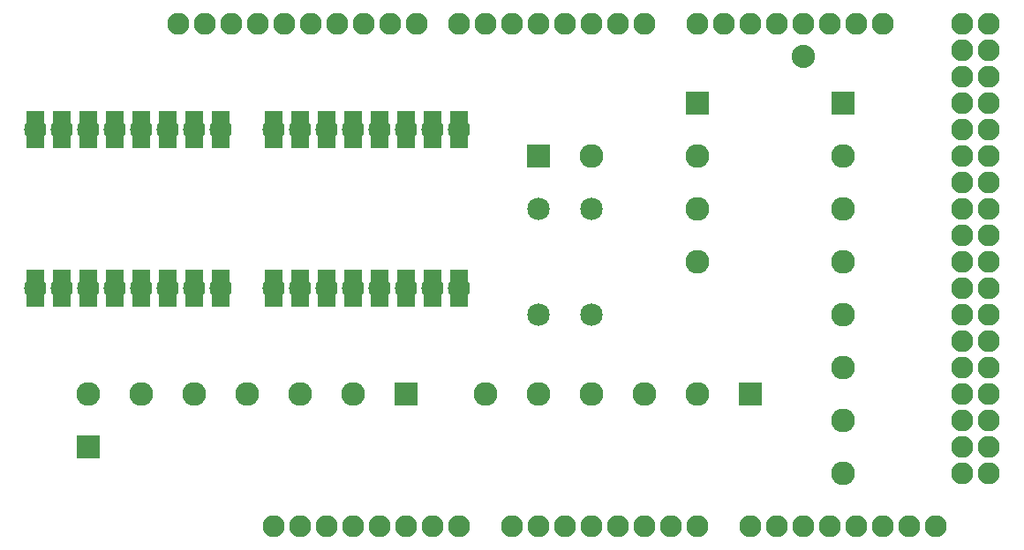
<source format=gbs>
G04 MADE WITH FRITZING*
G04 WWW.FRITZING.ORG*
G04 DOUBLE SIDED*
G04 HOLES PLATED*
G04 CONTOUR ON CENTER OF CONTOUR VECTOR*
%ASAXBY*%
%FSLAX23Y23*%
%MOIN*%
%OFA0B0*%
%SFA1.0B1.0*%
%ADD10C,0.082917*%
%ADD11C,0.084000*%
%ADD12C,0.090000*%
%ADD13C,0.085000*%
%ADD14C,0.088000*%
%ADD15R,0.089986X0.090000*%
%ADD16R,0.090000X0.090000*%
%ADD17R,0.090000X0.089986*%
%ADD18R,0.001000X0.001000*%
%LNMASK0*%
G90*
G70*
G54D10*
X3007Y105D03*
X1407Y105D03*
X3107Y105D03*
X3207Y105D03*
X3307Y105D03*
X3407Y105D03*
X3707Y1505D03*
X3507Y105D03*
X3607Y105D03*
X1447Y2005D03*
X2007Y105D03*
X2107Y105D03*
X2207Y105D03*
X2307Y105D03*
X3707Y705D03*
X2407Y105D03*
X2507Y105D03*
X2607Y105D03*
X2707Y105D03*
X2207Y2005D03*
X3707Y1905D03*
X3707Y1105D03*
X3707Y305D03*
X1047Y2005D03*
X1807Y105D03*
X1807Y2005D03*
X3707Y1705D03*
X3707Y1305D03*
X3707Y905D03*
X3407Y2005D03*
X3707Y505D03*
X3307Y2005D03*
X3207Y2005D03*
X3107Y2005D03*
X3007Y2005D03*
X2907Y2005D03*
X2807Y2005D03*
X2707Y2005D03*
X847Y2005D03*
X1247Y2005D03*
X1647Y2005D03*
X1207Y105D03*
X1607Y105D03*
X2407Y2005D03*
X2007Y2005D03*
X3707Y2005D03*
X3707Y1805D03*
X3707Y1605D03*
X3707Y1405D03*
X3707Y1205D03*
X3707Y1005D03*
X3707Y805D03*
X3707Y605D03*
X3707Y405D03*
X747Y2005D03*
X947Y2005D03*
X1147Y2005D03*
X1347Y2005D03*
X1547Y2005D03*
X1107Y105D03*
X1307Y105D03*
X1507Y105D03*
X1707Y105D03*
X2507Y2005D03*
X2307Y2005D03*
X2107Y2005D03*
X1907Y2005D03*
X3807Y2005D03*
X3807Y1905D03*
X3807Y1805D03*
X3807Y1705D03*
X3807Y1605D03*
X3807Y1505D03*
X3807Y1405D03*
X3807Y1305D03*
X3807Y1205D03*
X3807Y1105D03*
X3807Y1005D03*
X3807Y905D03*
X3807Y805D03*
X3807Y705D03*
X3807Y605D03*
X3807Y505D03*
X3807Y405D03*
X3807Y305D03*
X2907Y105D03*
G54D11*
X907Y1005D03*
X807Y1005D03*
X707Y1005D03*
X607Y1005D03*
X507Y1005D03*
X407Y1005D03*
X307Y1005D03*
X207Y1005D03*
X207Y1605D03*
X307Y1605D03*
X407Y1605D03*
X507Y1605D03*
X607Y1605D03*
X707Y1605D03*
X807Y1605D03*
X907Y1605D03*
X1807Y1005D03*
X1707Y1005D03*
X1607Y1005D03*
X1507Y1005D03*
X1407Y1005D03*
X1307Y1005D03*
X1207Y1005D03*
X1107Y1005D03*
X1107Y1605D03*
X1207Y1605D03*
X1307Y1605D03*
X1407Y1605D03*
X1507Y1605D03*
X1607Y1605D03*
X1707Y1605D03*
X1807Y1605D03*
G54D12*
X407Y405D03*
X407Y605D03*
G54D13*
X2307Y1305D03*
X2307Y905D03*
X2107Y905D03*
X2107Y1305D03*
G54D12*
X3257Y1705D03*
X3257Y1305D03*
X3257Y1505D03*
X3257Y1105D03*
X3257Y905D03*
X3257Y705D03*
X3257Y505D03*
X3257Y305D03*
X1607Y605D03*
X1407Y605D03*
X1207Y605D03*
X1007Y605D03*
X807Y605D03*
X607Y605D03*
X2907Y605D03*
X2707Y605D03*
X2507Y605D03*
X2307Y605D03*
X2107Y605D03*
X1907Y605D03*
X2707Y1505D03*
X2707Y1305D03*
X2707Y1105D03*
X2707Y1705D03*
X2107Y1505D03*
X2307Y1505D03*
G54D14*
X3107Y1882D03*
G54D15*
X407Y405D03*
G54D16*
X3257Y1705D03*
X1607Y605D03*
X2907Y605D03*
X2707Y1705D03*
G54D17*
X2107Y1505D03*
G54D18*
X174Y1675D02*
X240Y1675D01*
X274Y1675D02*
X340Y1675D01*
X374Y1675D02*
X440Y1675D01*
X474Y1675D02*
X540Y1675D01*
X574Y1675D02*
X640Y1675D01*
X674Y1675D02*
X740Y1675D01*
X774Y1675D02*
X840Y1675D01*
X874Y1675D02*
X940Y1675D01*
X1074Y1675D02*
X1140Y1675D01*
X1174Y1675D02*
X1240Y1675D01*
X1274Y1675D02*
X1340Y1675D01*
X1374Y1675D02*
X1440Y1675D01*
X1474Y1675D02*
X1540Y1675D01*
X1574Y1675D02*
X1640Y1675D01*
X1674Y1675D02*
X1740Y1675D01*
X1774Y1675D02*
X1840Y1675D01*
X174Y1674D02*
X240Y1674D01*
X274Y1674D02*
X340Y1674D01*
X374Y1674D02*
X440Y1674D01*
X474Y1674D02*
X540Y1674D01*
X574Y1674D02*
X640Y1674D01*
X674Y1674D02*
X740Y1674D01*
X774Y1674D02*
X840Y1674D01*
X874Y1674D02*
X940Y1674D01*
X1074Y1674D02*
X1140Y1674D01*
X1174Y1674D02*
X1240Y1674D01*
X1274Y1674D02*
X1340Y1674D01*
X1374Y1674D02*
X1440Y1674D01*
X1474Y1674D02*
X1540Y1674D01*
X1574Y1674D02*
X1640Y1674D01*
X1674Y1674D02*
X1740Y1674D01*
X1774Y1674D02*
X1840Y1674D01*
X174Y1673D02*
X240Y1673D01*
X274Y1673D02*
X340Y1673D01*
X374Y1673D02*
X440Y1673D01*
X474Y1673D02*
X540Y1673D01*
X574Y1673D02*
X640Y1673D01*
X674Y1673D02*
X740Y1673D01*
X774Y1673D02*
X840Y1673D01*
X874Y1673D02*
X940Y1673D01*
X1074Y1673D02*
X1140Y1673D01*
X1174Y1673D02*
X1240Y1673D01*
X1274Y1673D02*
X1340Y1673D01*
X1374Y1673D02*
X1440Y1673D01*
X1474Y1673D02*
X1540Y1673D01*
X1574Y1673D02*
X1640Y1673D01*
X1674Y1673D02*
X1740Y1673D01*
X1774Y1673D02*
X1840Y1673D01*
X174Y1672D02*
X240Y1672D01*
X274Y1672D02*
X340Y1672D01*
X374Y1672D02*
X440Y1672D01*
X474Y1672D02*
X540Y1672D01*
X574Y1672D02*
X640Y1672D01*
X674Y1672D02*
X740Y1672D01*
X774Y1672D02*
X840Y1672D01*
X874Y1672D02*
X940Y1672D01*
X1074Y1672D02*
X1140Y1672D01*
X1174Y1672D02*
X1240Y1672D01*
X1274Y1672D02*
X1340Y1672D01*
X1374Y1672D02*
X1440Y1672D01*
X1474Y1672D02*
X1540Y1672D01*
X1574Y1672D02*
X1640Y1672D01*
X1674Y1672D02*
X1740Y1672D01*
X1774Y1672D02*
X1840Y1672D01*
X174Y1671D02*
X240Y1671D01*
X274Y1671D02*
X340Y1671D01*
X374Y1671D02*
X440Y1671D01*
X474Y1671D02*
X540Y1671D01*
X574Y1671D02*
X640Y1671D01*
X674Y1671D02*
X740Y1671D01*
X774Y1671D02*
X840Y1671D01*
X874Y1671D02*
X940Y1671D01*
X1074Y1671D02*
X1140Y1671D01*
X1174Y1671D02*
X1240Y1671D01*
X1274Y1671D02*
X1340Y1671D01*
X1374Y1671D02*
X1440Y1671D01*
X1474Y1671D02*
X1540Y1671D01*
X1574Y1671D02*
X1640Y1671D01*
X1674Y1671D02*
X1740Y1671D01*
X1774Y1671D02*
X1840Y1671D01*
X174Y1670D02*
X240Y1670D01*
X274Y1670D02*
X340Y1670D01*
X374Y1670D02*
X440Y1670D01*
X474Y1670D02*
X540Y1670D01*
X574Y1670D02*
X640Y1670D01*
X674Y1670D02*
X740Y1670D01*
X774Y1670D02*
X840Y1670D01*
X874Y1670D02*
X940Y1670D01*
X1074Y1670D02*
X1140Y1670D01*
X1174Y1670D02*
X1240Y1670D01*
X1274Y1670D02*
X1340Y1670D01*
X1374Y1670D02*
X1440Y1670D01*
X1474Y1670D02*
X1540Y1670D01*
X1574Y1670D02*
X1640Y1670D01*
X1674Y1670D02*
X1740Y1670D01*
X1774Y1670D02*
X1840Y1670D01*
X174Y1669D02*
X240Y1669D01*
X274Y1669D02*
X340Y1669D01*
X374Y1669D02*
X440Y1669D01*
X474Y1669D02*
X540Y1669D01*
X574Y1669D02*
X640Y1669D01*
X674Y1669D02*
X740Y1669D01*
X774Y1669D02*
X840Y1669D01*
X874Y1669D02*
X940Y1669D01*
X1074Y1669D02*
X1140Y1669D01*
X1174Y1669D02*
X1240Y1669D01*
X1274Y1669D02*
X1340Y1669D01*
X1374Y1669D02*
X1440Y1669D01*
X1474Y1669D02*
X1540Y1669D01*
X1574Y1669D02*
X1640Y1669D01*
X1674Y1669D02*
X1740Y1669D01*
X1774Y1669D02*
X1840Y1669D01*
X174Y1668D02*
X240Y1668D01*
X274Y1668D02*
X340Y1668D01*
X374Y1668D02*
X440Y1668D01*
X474Y1668D02*
X540Y1668D01*
X574Y1668D02*
X640Y1668D01*
X674Y1668D02*
X740Y1668D01*
X774Y1668D02*
X840Y1668D01*
X874Y1668D02*
X940Y1668D01*
X1074Y1668D02*
X1140Y1668D01*
X1174Y1668D02*
X1240Y1668D01*
X1274Y1668D02*
X1340Y1668D01*
X1374Y1668D02*
X1440Y1668D01*
X1474Y1668D02*
X1540Y1668D01*
X1574Y1668D02*
X1640Y1668D01*
X1674Y1668D02*
X1740Y1668D01*
X1774Y1668D02*
X1840Y1668D01*
X174Y1667D02*
X240Y1667D01*
X274Y1667D02*
X340Y1667D01*
X374Y1667D02*
X440Y1667D01*
X474Y1667D02*
X540Y1667D01*
X574Y1667D02*
X640Y1667D01*
X674Y1667D02*
X740Y1667D01*
X774Y1667D02*
X840Y1667D01*
X874Y1667D02*
X940Y1667D01*
X1074Y1667D02*
X1140Y1667D01*
X1174Y1667D02*
X1240Y1667D01*
X1274Y1667D02*
X1340Y1667D01*
X1374Y1667D02*
X1440Y1667D01*
X1474Y1667D02*
X1540Y1667D01*
X1574Y1667D02*
X1640Y1667D01*
X1674Y1667D02*
X1740Y1667D01*
X1774Y1667D02*
X1840Y1667D01*
X174Y1666D02*
X240Y1666D01*
X274Y1666D02*
X340Y1666D01*
X374Y1666D02*
X440Y1666D01*
X474Y1666D02*
X540Y1666D01*
X574Y1666D02*
X640Y1666D01*
X674Y1666D02*
X740Y1666D01*
X774Y1666D02*
X840Y1666D01*
X874Y1666D02*
X940Y1666D01*
X1074Y1666D02*
X1140Y1666D01*
X1174Y1666D02*
X1240Y1666D01*
X1274Y1666D02*
X1340Y1666D01*
X1374Y1666D02*
X1440Y1666D01*
X1474Y1666D02*
X1540Y1666D01*
X1574Y1666D02*
X1640Y1666D01*
X1674Y1666D02*
X1740Y1666D01*
X1774Y1666D02*
X1840Y1666D01*
X174Y1665D02*
X240Y1665D01*
X274Y1665D02*
X340Y1665D01*
X374Y1665D02*
X440Y1665D01*
X474Y1665D02*
X540Y1665D01*
X574Y1665D02*
X640Y1665D01*
X674Y1665D02*
X740Y1665D01*
X774Y1665D02*
X840Y1665D01*
X874Y1665D02*
X940Y1665D01*
X1074Y1665D02*
X1140Y1665D01*
X1174Y1665D02*
X1240Y1665D01*
X1274Y1665D02*
X1340Y1665D01*
X1374Y1665D02*
X1440Y1665D01*
X1474Y1665D02*
X1540Y1665D01*
X1574Y1665D02*
X1640Y1665D01*
X1674Y1665D02*
X1740Y1665D01*
X1774Y1665D02*
X1840Y1665D01*
X174Y1664D02*
X240Y1664D01*
X274Y1664D02*
X340Y1664D01*
X374Y1664D02*
X440Y1664D01*
X474Y1664D02*
X540Y1664D01*
X574Y1664D02*
X640Y1664D01*
X674Y1664D02*
X740Y1664D01*
X774Y1664D02*
X840Y1664D01*
X874Y1664D02*
X940Y1664D01*
X1074Y1664D02*
X1140Y1664D01*
X1174Y1664D02*
X1240Y1664D01*
X1274Y1664D02*
X1340Y1664D01*
X1374Y1664D02*
X1440Y1664D01*
X1474Y1664D02*
X1540Y1664D01*
X1574Y1664D02*
X1640Y1664D01*
X1674Y1664D02*
X1740Y1664D01*
X1774Y1664D02*
X1840Y1664D01*
X174Y1663D02*
X240Y1663D01*
X274Y1663D02*
X340Y1663D01*
X374Y1663D02*
X440Y1663D01*
X474Y1663D02*
X540Y1663D01*
X574Y1663D02*
X640Y1663D01*
X674Y1663D02*
X740Y1663D01*
X774Y1663D02*
X840Y1663D01*
X874Y1663D02*
X940Y1663D01*
X1074Y1663D02*
X1140Y1663D01*
X1174Y1663D02*
X1240Y1663D01*
X1274Y1663D02*
X1340Y1663D01*
X1374Y1663D02*
X1440Y1663D01*
X1474Y1663D02*
X1540Y1663D01*
X1574Y1663D02*
X1640Y1663D01*
X1674Y1663D02*
X1740Y1663D01*
X1774Y1663D02*
X1840Y1663D01*
X174Y1662D02*
X240Y1662D01*
X274Y1662D02*
X340Y1662D01*
X374Y1662D02*
X440Y1662D01*
X474Y1662D02*
X540Y1662D01*
X574Y1662D02*
X640Y1662D01*
X674Y1662D02*
X740Y1662D01*
X774Y1662D02*
X840Y1662D01*
X874Y1662D02*
X940Y1662D01*
X1074Y1662D02*
X1140Y1662D01*
X1174Y1662D02*
X1240Y1662D01*
X1274Y1662D02*
X1340Y1662D01*
X1374Y1662D02*
X1440Y1662D01*
X1474Y1662D02*
X1540Y1662D01*
X1574Y1662D02*
X1640Y1662D01*
X1674Y1662D02*
X1740Y1662D01*
X1774Y1662D02*
X1840Y1662D01*
X174Y1661D02*
X240Y1661D01*
X274Y1661D02*
X340Y1661D01*
X374Y1661D02*
X440Y1661D01*
X474Y1661D02*
X540Y1661D01*
X574Y1661D02*
X640Y1661D01*
X674Y1661D02*
X740Y1661D01*
X774Y1661D02*
X840Y1661D01*
X874Y1661D02*
X940Y1661D01*
X1074Y1661D02*
X1140Y1661D01*
X1174Y1661D02*
X1240Y1661D01*
X1274Y1661D02*
X1340Y1661D01*
X1374Y1661D02*
X1440Y1661D01*
X1474Y1661D02*
X1540Y1661D01*
X1574Y1661D02*
X1640Y1661D01*
X1674Y1661D02*
X1740Y1661D01*
X1774Y1661D02*
X1840Y1661D01*
X174Y1660D02*
X240Y1660D01*
X274Y1660D02*
X340Y1660D01*
X374Y1660D02*
X440Y1660D01*
X474Y1660D02*
X540Y1660D01*
X574Y1660D02*
X640Y1660D01*
X674Y1660D02*
X740Y1660D01*
X774Y1660D02*
X840Y1660D01*
X874Y1660D02*
X940Y1660D01*
X1074Y1660D02*
X1140Y1660D01*
X1174Y1660D02*
X1240Y1660D01*
X1274Y1660D02*
X1340Y1660D01*
X1374Y1660D02*
X1440Y1660D01*
X1474Y1660D02*
X1540Y1660D01*
X1574Y1660D02*
X1640Y1660D01*
X1674Y1660D02*
X1740Y1660D01*
X1774Y1660D02*
X1840Y1660D01*
X174Y1659D02*
X240Y1659D01*
X274Y1659D02*
X340Y1659D01*
X374Y1659D02*
X440Y1659D01*
X474Y1659D02*
X540Y1659D01*
X574Y1659D02*
X640Y1659D01*
X674Y1659D02*
X740Y1659D01*
X774Y1659D02*
X840Y1659D01*
X874Y1659D02*
X940Y1659D01*
X1074Y1659D02*
X1140Y1659D01*
X1174Y1659D02*
X1240Y1659D01*
X1274Y1659D02*
X1340Y1659D01*
X1374Y1659D02*
X1440Y1659D01*
X1474Y1659D02*
X1540Y1659D01*
X1574Y1659D02*
X1640Y1659D01*
X1674Y1659D02*
X1740Y1659D01*
X1774Y1659D02*
X1840Y1659D01*
X174Y1658D02*
X240Y1658D01*
X274Y1658D02*
X340Y1658D01*
X374Y1658D02*
X440Y1658D01*
X474Y1658D02*
X540Y1658D01*
X574Y1658D02*
X640Y1658D01*
X674Y1658D02*
X740Y1658D01*
X774Y1658D02*
X840Y1658D01*
X874Y1658D02*
X940Y1658D01*
X1074Y1658D02*
X1140Y1658D01*
X1174Y1658D02*
X1240Y1658D01*
X1274Y1658D02*
X1340Y1658D01*
X1374Y1658D02*
X1440Y1658D01*
X1474Y1658D02*
X1540Y1658D01*
X1574Y1658D02*
X1640Y1658D01*
X1674Y1658D02*
X1740Y1658D01*
X1774Y1658D02*
X1840Y1658D01*
X174Y1657D02*
X240Y1657D01*
X274Y1657D02*
X340Y1657D01*
X374Y1657D02*
X440Y1657D01*
X474Y1657D02*
X540Y1657D01*
X574Y1657D02*
X640Y1657D01*
X674Y1657D02*
X740Y1657D01*
X774Y1657D02*
X840Y1657D01*
X874Y1657D02*
X940Y1657D01*
X1074Y1657D02*
X1140Y1657D01*
X1174Y1657D02*
X1240Y1657D01*
X1274Y1657D02*
X1340Y1657D01*
X1374Y1657D02*
X1440Y1657D01*
X1474Y1657D02*
X1540Y1657D01*
X1574Y1657D02*
X1640Y1657D01*
X1674Y1657D02*
X1740Y1657D01*
X1774Y1657D02*
X1840Y1657D01*
X174Y1656D02*
X240Y1656D01*
X274Y1656D02*
X340Y1656D01*
X374Y1656D02*
X440Y1656D01*
X474Y1656D02*
X540Y1656D01*
X574Y1656D02*
X640Y1656D01*
X674Y1656D02*
X740Y1656D01*
X774Y1656D02*
X840Y1656D01*
X874Y1656D02*
X940Y1656D01*
X1074Y1656D02*
X1140Y1656D01*
X1174Y1656D02*
X1240Y1656D01*
X1274Y1656D02*
X1340Y1656D01*
X1374Y1656D02*
X1440Y1656D01*
X1474Y1656D02*
X1540Y1656D01*
X1574Y1656D02*
X1640Y1656D01*
X1674Y1656D02*
X1740Y1656D01*
X1774Y1656D02*
X1840Y1656D01*
X174Y1655D02*
X240Y1655D01*
X274Y1655D02*
X340Y1655D01*
X374Y1655D02*
X440Y1655D01*
X474Y1655D02*
X540Y1655D01*
X574Y1655D02*
X640Y1655D01*
X674Y1655D02*
X740Y1655D01*
X774Y1655D02*
X840Y1655D01*
X874Y1655D02*
X940Y1655D01*
X1074Y1655D02*
X1140Y1655D01*
X1174Y1655D02*
X1240Y1655D01*
X1274Y1655D02*
X1340Y1655D01*
X1374Y1655D02*
X1440Y1655D01*
X1474Y1655D02*
X1540Y1655D01*
X1574Y1655D02*
X1640Y1655D01*
X1674Y1655D02*
X1740Y1655D01*
X1774Y1655D02*
X1840Y1655D01*
X174Y1654D02*
X240Y1654D01*
X274Y1654D02*
X340Y1654D01*
X374Y1654D02*
X440Y1654D01*
X474Y1654D02*
X540Y1654D01*
X574Y1654D02*
X640Y1654D01*
X674Y1654D02*
X740Y1654D01*
X774Y1654D02*
X840Y1654D01*
X874Y1654D02*
X940Y1654D01*
X1074Y1654D02*
X1140Y1654D01*
X1174Y1654D02*
X1240Y1654D01*
X1274Y1654D02*
X1340Y1654D01*
X1374Y1654D02*
X1440Y1654D01*
X1474Y1654D02*
X1540Y1654D01*
X1574Y1654D02*
X1640Y1654D01*
X1674Y1654D02*
X1740Y1654D01*
X1774Y1654D02*
X1840Y1654D01*
X174Y1653D02*
X240Y1653D01*
X274Y1653D02*
X340Y1653D01*
X374Y1653D02*
X440Y1653D01*
X474Y1653D02*
X540Y1653D01*
X574Y1653D02*
X640Y1653D01*
X674Y1653D02*
X740Y1653D01*
X774Y1653D02*
X840Y1653D01*
X874Y1653D02*
X940Y1653D01*
X1074Y1653D02*
X1140Y1653D01*
X1174Y1653D02*
X1240Y1653D01*
X1274Y1653D02*
X1340Y1653D01*
X1374Y1653D02*
X1440Y1653D01*
X1474Y1653D02*
X1540Y1653D01*
X1574Y1653D02*
X1640Y1653D01*
X1674Y1653D02*
X1740Y1653D01*
X1774Y1653D02*
X1840Y1653D01*
X174Y1652D02*
X240Y1652D01*
X274Y1652D02*
X340Y1652D01*
X374Y1652D02*
X440Y1652D01*
X474Y1652D02*
X540Y1652D01*
X574Y1652D02*
X640Y1652D01*
X674Y1652D02*
X740Y1652D01*
X774Y1652D02*
X840Y1652D01*
X874Y1652D02*
X940Y1652D01*
X1074Y1652D02*
X1140Y1652D01*
X1174Y1652D02*
X1240Y1652D01*
X1274Y1652D02*
X1340Y1652D01*
X1374Y1652D02*
X1440Y1652D01*
X1474Y1652D02*
X1540Y1652D01*
X1574Y1652D02*
X1640Y1652D01*
X1674Y1652D02*
X1740Y1652D01*
X1774Y1652D02*
X1840Y1652D01*
X174Y1651D02*
X240Y1651D01*
X274Y1651D02*
X340Y1651D01*
X374Y1651D02*
X440Y1651D01*
X474Y1651D02*
X540Y1651D01*
X574Y1651D02*
X640Y1651D01*
X674Y1651D02*
X740Y1651D01*
X774Y1651D02*
X840Y1651D01*
X874Y1651D02*
X940Y1651D01*
X1074Y1651D02*
X1140Y1651D01*
X1174Y1651D02*
X1240Y1651D01*
X1274Y1651D02*
X1340Y1651D01*
X1374Y1651D02*
X1440Y1651D01*
X1474Y1651D02*
X1540Y1651D01*
X1574Y1651D02*
X1640Y1651D01*
X1674Y1651D02*
X1740Y1651D01*
X1774Y1651D02*
X1840Y1651D01*
X174Y1650D02*
X240Y1650D01*
X274Y1650D02*
X340Y1650D01*
X374Y1650D02*
X440Y1650D01*
X474Y1650D02*
X540Y1650D01*
X574Y1650D02*
X640Y1650D01*
X674Y1650D02*
X740Y1650D01*
X774Y1650D02*
X840Y1650D01*
X874Y1650D02*
X940Y1650D01*
X1074Y1650D02*
X1140Y1650D01*
X1174Y1650D02*
X1240Y1650D01*
X1274Y1650D02*
X1340Y1650D01*
X1374Y1650D02*
X1440Y1650D01*
X1474Y1650D02*
X1540Y1650D01*
X1574Y1650D02*
X1640Y1650D01*
X1674Y1650D02*
X1740Y1650D01*
X1774Y1650D02*
X1840Y1650D01*
X174Y1649D02*
X240Y1649D01*
X274Y1649D02*
X340Y1649D01*
X374Y1649D02*
X440Y1649D01*
X474Y1649D02*
X540Y1649D01*
X574Y1649D02*
X640Y1649D01*
X674Y1649D02*
X740Y1649D01*
X774Y1649D02*
X840Y1649D01*
X874Y1649D02*
X940Y1649D01*
X1074Y1649D02*
X1140Y1649D01*
X1174Y1649D02*
X1240Y1649D01*
X1274Y1649D02*
X1340Y1649D01*
X1374Y1649D02*
X1440Y1649D01*
X1474Y1649D02*
X1540Y1649D01*
X1574Y1649D02*
X1640Y1649D01*
X1674Y1649D02*
X1740Y1649D01*
X1774Y1649D02*
X1840Y1649D01*
X174Y1648D02*
X240Y1648D01*
X274Y1648D02*
X340Y1648D01*
X374Y1648D02*
X440Y1648D01*
X474Y1648D02*
X540Y1648D01*
X574Y1648D02*
X640Y1648D01*
X674Y1648D02*
X740Y1648D01*
X774Y1648D02*
X840Y1648D01*
X874Y1648D02*
X940Y1648D01*
X1074Y1648D02*
X1140Y1648D01*
X1174Y1648D02*
X1240Y1648D01*
X1274Y1648D02*
X1340Y1648D01*
X1374Y1648D02*
X1440Y1648D01*
X1474Y1648D02*
X1540Y1648D01*
X1574Y1648D02*
X1640Y1648D01*
X1674Y1648D02*
X1740Y1648D01*
X1774Y1648D02*
X1840Y1648D01*
X174Y1647D02*
X240Y1647D01*
X274Y1647D02*
X340Y1647D01*
X374Y1647D02*
X440Y1647D01*
X474Y1647D02*
X540Y1647D01*
X574Y1647D02*
X640Y1647D01*
X674Y1647D02*
X740Y1647D01*
X774Y1647D02*
X840Y1647D01*
X874Y1647D02*
X940Y1647D01*
X1074Y1647D02*
X1140Y1647D01*
X1174Y1647D02*
X1240Y1647D01*
X1274Y1647D02*
X1340Y1647D01*
X1374Y1647D02*
X1440Y1647D01*
X1474Y1647D02*
X1540Y1647D01*
X1574Y1647D02*
X1640Y1647D01*
X1674Y1647D02*
X1740Y1647D01*
X1774Y1647D02*
X1840Y1647D01*
X174Y1646D02*
X240Y1646D01*
X274Y1646D02*
X340Y1646D01*
X374Y1646D02*
X440Y1646D01*
X474Y1646D02*
X540Y1646D01*
X574Y1646D02*
X640Y1646D01*
X674Y1646D02*
X740Y1646D01*
X774Y1646D02*
X840Y1646D01*
X874Y1646D02*
X940Y1646D01*
X1074Y1646D02*
X1140Y1646D01*
X1174Y1646D02*
X1240Y1646D01*
X1274Y1646D02*
X1340Y1646D01*
X1374Y1646D02*
X1440Y1646D01*
X1474Y1646D02*
X1540Y1646D01*
X1574Y1646D02*
X1640Y1646D01*
X1674Y1646D02*
X1740Y1646D01*
X1774Y1646D02*
X1840Y1646D01*
X174Y1645D02*
X240Y1645D01*
X274Y1645D02*
X340Y1645D01*
X374Y1645D02*
X440Y1645D01*
X474Y1645D02*
X540Y1645D01*
X574Y1645D02*
X640Y1645D01*
X674Y1645D02*
X740Y1645D01*
X774Y1645D02*
X840Y1645D01*
X874Y1645D02*
X940Y1645D01*
X1074Y1645D02*
X1140Y1645D01*
X1174Y1645D02*
X1240Y1645D01*
X1274Y1645D02*
X1340Y1645D01*
X1374Y1645D02*
X1440Y1645D01*
X1474Y1645D02*
X1540Y1645D01*
X1574Y1645D02*
X1640Y1645D01*
X1674Y1645D02*
X1740Y1645D01*
X1774Y1645D02*
X1840Y1645D01*
X174Y1644D02*
X240Y1644D01*
X274Y1644D02*
X340Y1644D01*
X374Y1644D02*
X440Y1644D01*
X474Y1644D02*
X540Y1644D01*
X574Y1644D02*
X640Y1644D01*
X674Y1644D02*
X740Y1644D01*
X774Y1644D02*
X840Y1644D01*
X874Y1644D02*
X940Y1644D01*
X1074Y1644D02*
X1140Y1644D01*
X1174Y1644D02*
X1240Y1644D01*
X1274Y1644D02*
X1340Y1644D01*
X1374Y1644D02*
X1440Y1644D01*
X1474Y1644D02*
X1540Y1644D01*
X1574Y1644D02*
X1640Y1644D01*
X1674Y1644D02*
X1740Y1644D01*
X1774Y1644D02*
X1840Y1644D01*
X174Y1643D02*
X240Y1643D01*
X274Y1643D02*
X340Y1643D01*
X374Y1643D02*
X440Y1643D01*
X474Y1643D02*
X540Y1643D01*
X574Y1643D02*
X640Y1643D01*
X674Y1643D02*
X740Y1643D01*
X774Y1643D02*
X840Y1643D01*
X874Y1643D02*
X940Y1643D01*
X1074Y1643D02*
X1140Y1643D01*
X1174Y1643D02*
X1240Y1643D01*
X1274Y1643D02*
X1340Y1643D01*
X1374Y1643D02*
X1440Y1643D01*
X1474Y1643D02*
X1540Y1643D01*
X1574Y1643D02*
X1640Y1643D01*
X1674Y1643D02*
X1740Y1643D01*
X1774Y1643D02*
X1840Y1643D01*
X174Y1642D02*
X240Y1642D01*
X274Y1642D02*
X340Y1642D01*
X374Y1642D02*
X440Y1642D01*
X474Y1642D02*
X540Y1642D01*
X574Y1642D02*
X640Y1642D01*
X674Y1642D02*
X740Y1642D01*
X774Y1642D02*
X840Y1642D01*
X874Y1642D02*
X940Y1642D01*
X1074Y1642D02*
X1140Y1642D01*
X1174Y1642D02*
X1240Y1642D01*
X1274Y1642D02*
X1340Y1642D01*
X1374Y1642D02*
X1440Y1642D01*
X1474Y1642D02*
X1540Y1642D01*
X1574Y1642D02*
X1640Y1642D01*
X1674Y1642D02*
X1740Y1642D01*
X1774Y1642D02*
X1840Y1642D01*
X174Y1641D02*
X240Y1641D01*
X274Y1641D02*
X340Y1641D01*
X374Y1641D02*
X440Y1641D01*
X474Y1641D02*
X540Y1641D01*
X574Y1641D02*
X640Y1641D01*
X674Y1641D02*
X740Y1641D01*
X774Y1641D02*
X840Y1641D01*
X874Y1641D02*
X940Y1641D01*
X1074Y1641D02*
X1140Y1641D01*
X1174Y1641D02*
X1240Y1641D01*
X1274Y1641D02*
X1340Y1641D01*
X1374Y1641D02*
X1440Y1641D01*
X1474Y1641D02*
X1540Y1641D01*
X1574Y1641D02*
X1640Y1641D01*
X1674Y1641D02*
X1740Y1641D01*
X1774Y1641D02*
X1840Y1641D01*
X174Y1640D02*
X240Y1640D01*
X274Y1640D02*
X340Y1640D01*
X374Y1640D02*
X440Y1640D01*
X474Y1640D02*
X540Y1640D01*
X574Y1640D02*
X640Y1640D01*
X674Y1640D02*
X740Y1640D01*
X774Y1640D02*
X840Y1640D01*
X874Y1640D02*
X940Y1640D01*
X1074Y1640D02*
X1140Y1640D01*
X1174Y1640D02*
X1240Y1640D01*
X1274Y1640D02*
X1340Y1640D01*
X1374Y1640D02*
X1440Y1640D01*
X1474Y1640D02*
X1540Y1640D01*
X1574Y1640D02*
X1640Y1640D01*
X1674Y1640D02*
X1740Y1640D01*
X1774Y1640D02*
X1840Y1640D01*
X174Y1639D02*
X240Y1639D01*
X274Y1639D02*
X340Y1639D01*
X374Y1639D02*
X440Y1639D01*
X474Y1639D02*
X540Y1639D01*
X574Y1639D02*
X640Y1639D01*
X674Y1639D02*
X740Y1639D01*
X774Y1639D02*
X840Y1639D01*
X874Y1639D02*
X940Y1639D01*
X1074Y1639D02*
X1140Y1639D01*
X1174Y1639D02*
X1240Y1639D01*
X1274Y1639D02*
X1340Y1639D01*
X1374Y1639D02*
X1440Y1639D01*
X1474Y1639D02*
X1540Y1639D01*
X1574Y1639D02*
X1640Y1639D01*
X1674Y1639D02*
X1740Y1639D01*
X1774Y1639D02*
X1840Y1639D01*
X174Y1638D02*
X240Y1638D01*
X274Y1638D02*
X340Y1638D01*
X374Y1638D02*
X440Y1638D01*
X474Y1638D02*
X540Y1638D01*
X574Y1638D02*
X640Y1638D01*
X674Y1638D02*
X740Y1638D01*
X774Y1638D02*
X840Y1638D01*
X874Y1638D02*
X940Y1638D01*
X1074Y1638D02*
X1140Y1638D01*
X1174Y1638D02*
X1240Y1638D01*
X1274Y1638D02*
X1340Y1638D01*
X1374Y1638D02*
X1440Y1638D01*
X1474Y1638D02*
X1540Y1638D01*
X1574Y1638D02*
X1640Y1638D01*
X1674Y1638D02*
X1740Y1638D01*
X1774Y1638D02*
X1840Y1638D01*
X174Y1637D02*
X240Y1637D01*
X274Y1637D02*
X340Y1637D01*
X374Y1637D02*
X440Y1637D01*
X474Y1637D02*
X540Y1637D01*
X574Y1637D02*
X640Y1637D01*
X674Y1637D02*
X740Y1637D01*
X774Y1637D02*
X840Y1637D01*
X874Y1637D02*
X940Y1637D01*
X1074Y1637D02*
X1140Y1637D01*
X1174Y1637D02*
X1240Y1637D01*
X1274Y1637D02*
X1340Y1637D01*
X1374Y1637D02*
X1440Y1637D01*
X1474Y1637D02*
X1540Y1637D01*
X1574Y1637D02*
X1640Y1637D01*
X1674Y1637D02*
X1740Y1637D01*
X1774Y1637D02*
X1840Y1637D01*
X174Y1636D02*
X240Y1636D01*
X274Y1636D02*
X340Y1636D01*
X374Y1636D02*
X440Y1636D01*
X474Y1636D02*
X540Y1636D01*
X574Y1636D02*
X640Y1636D01*
X674Y1636D02*
X740Y1636D01*
X774Y1636D02*
X840Y1636D01*
X874Y1636D02*
X940Y1636D01*
X1074Y1636D02*
X1140Y1636D01*
X1174Y1636D02*
X1240Y1636D01*
X1274Y1636D02*
X1340Y1636D01*
X1374Y1636D02*
X1440Y1636D01*
X1474Y1636D02*
X1540Y1636D01*
X1574Y1636D02*
X1640Y1636D01*
X1674Y1636D02*
X1740Y1636D01*
X1774Y1636D02*
X1840Y1636D01*
X174Y1635D02*
X240Y1635D01*
X274Y1635D02*
X340Y1635D01*
X374Y1635D02*
X440Y1635D01*
X474Y1635D02*
X540Y1635D01*
X574Y1635D02*
X640Y1635D01*
X674Y1635D02*
X740Y1635D01*
X774Y1635D02*
X840Y1635D01*
X874Y1635D02*
X940Y1635D01*
X1074Y1635D02*
X1140Y1635D01*
X1174Y1635D02*
X1240Y1635D01*
X1274Y1635D02*
X1340Y1635D01*
X1374Y1635D02*
X1440Y1635D01*
X1474Y1635D02*
X1540Y1635D01*
X1574Y1635D02*
X1640Y1635D01*
X1674Y1635D02*
X1740Y1635D01*
X1774Y1635D02*
X1840Y1635D01*
X174Y1634D02*
X240Y1634D01*
X274Y1634D02*
X340Y1634D01*
X374Y1634D02*
X440Y1634D01*
X474Y1634D02*
X540Y1634D01*
X574Y1634D02*
X640Y1634D01*
X674Y1634D02*
X740Y1634D01*
X774Y1634D02*
X840Y1634D01*
X874Y1634D02*
X940Y1634D01*
X1074Y1634D02*
X1140Y1634D01*
X1174Y1634D02*
X1240Y1634D01*
X1274Y1634D02*
X1340Y1634D01*
X1374Y1634D02*
X1440Y1634D01*
X1474Y1634D02*
X1540Y1634D01*
X1574Y1634D02*
X1640Y1634D01*
X1674Y1634D02*
X1740Y1634D01*
X1774Y1634D02*
X1840Y1634D01*
X174Y1633D02*
X240Y1633D01*
X274Y1633D02*
X340Y1633D01*
X374Y1633D02*
X440Y1633D01*
X474Y1633D02*
X540Y1633D01*
X574Y1633D02*
X640Y1633D01*
X674Y1633D02*
X740Y1633D01*
X774Y1633D02*
X840Y1633D01*
X874Y1633D02*
X940Y1633D01*
X1074Y1633D02*
X1140Y1633D01*
X1174Y1633D02*
X1240Y1633D01*
X1274Y1633D02*
X1340Y1633D01*
X1374Y1633D02*
X1440Y1633D01*
X1474Y1633D02*
X1540Y1633D01*
X1574Y1633D02*
X1640Y1633D01*
X1674Y1633D02*
X1740Y1633D01*
X1774Y1633D02*
X1840Y1633D01*
X174Y1632D02*
X240Y1632D01*
X274Y1632D02*
X340Y1632D01*
X374Y1632D02*
X440Y1632D01*
X474Y1632D02*
X540Y1632D01*
X574Y1632D02*
X640Y1632D01*
X674Y1632D02*
X740Y1632D01*
X774Y1632D02*
X840Y1632D01*
X874Y1632D02*
X940Y1632D01*
X1074Y1632D02*
X1140Y1632D01*
X1174Y1632D02*
X1240Y1632D01*
X1274Y1632D02*
X1340Y1632D01*
X1374Y1632D02*
X1440Y1632D01*
X1474Y1632D02*
X1540Y1632D01*
X1574Y1632D02*
X1640Y1632D01*
X1674Y1632D02*
X1740Y1632D01*
X1774Y1632D02*
X1840Y1632D01*
X174Y1631D02*
X240Y1631D01*
X274Y1631D02*
X340Y1631D01*
X374Y1631D02*
X440Y1631D01*
X474Y1631D02*
X540Y1631D01*
X574Y1631D02*
X640Y1631D01*
X674Y1631D02*
X740Y1631D01*
X774Y1631D02*
X840Y1631D01*
X874Y1631D02*
X940Y1631D01*
X1074Y1631D02*
X1140Y1631D01*
X1174Y1631D02*
X1240Y1631D01*
X1274Y1631D02*
X1340Y1631D01*
X1374Y1631D02*
X1440Y1631D01*
X1474Y1631D02*
X1540Y1631D01*
X1574Y1631D02*
X1640Y1631D01*
X1674Y1631D02*
X1740Y1631D01*
X1774Y1631D02*
X1840Y1631D01*
X174Y1630D02*
X240Y1630D01*
X274Y1630D02*
X340Y1630D01*
X374Y1630D02*
X440Y1630D01*
X474Y1630D02*
X540Y1630D01*
X574Y1630D02*
X640Y1630D01*
X674Y1630D02*
X740Y1630D01*
X774Y1630D02*
X840Y1630D01*
X874Y1630D02*
X940Y1630D01*
X1074Y1630D02*
X1140Y1630D01*
X1174Y1630D02*
X1240Y1630D01*
X1274Y1630D02*
X1340Y1630D01*
X1374Y1630D02*
X1440Y1630D01*
X1474Y1630D02*
X1540Y1630D01*
X1574Y1630D02*
X1640Y1630D01*
X1674Y1630D02*
X1740Y1630D01*
X1774Y1630D02*
X1840Y1630D01*
X174Y1629D02*
X240Y1629D01*
X274Y1629D02*
X340Y1629D01*
X374Y1629D02*
X440Y1629D01*
X474Y1629D02*
X540Y1629D01*
X574Y1629D02*
X640Y1629D01*
X674Y1629D02*
X740Y1629D01*
X774Y1629D02*
X840Y1629D01*
X874Y1629D02*
X940Y1629D01*
X1074Y1629D02*
X1140Y1629D01*
X1174Y1629D02*
X1240Y1629D01*
X1274Y1629D02*
X1340Y1629D01*
X1374Y1629D02*
X1440Y1629D01*
X1474Y1629D02*
X1540Y1629D01*
X1574Y1629D02*
X1640Y1629D01*
X1674Y1629D02*
X1740Y1629D01*
X1774Y1629D02*
X1840Y1629D01*
X174Y1628D02*
X201Y1628D01*
X214Y1628D02*
X240Y1628D01*
X274Y1628D02*
X301Y1628D01*
X314Y1628D02*
X340Y1628D01*
X374Y1628D02*
X401Y1628D01*
X414Y1628D02*
X440Y1628D01*
X474Y1628D02*
X501Y1628D01*
X514Y1628D02*
X540Y1628D01*
X574Y1628D02*
X601Y1628D01*
X613Y1628D02*
X640Y1628D01*
X674Y1628D02*
X701Y1628D01*
X713Y1628D02*
X740Y1628D01*
X774Y1628D02*
X800Y1628D01*
X813Y1628D02*
X840Y1628D01*
X874Y1628D02*
X900Y1628D01*
X913Y1628D02*
X940Y1628D01*
X1074Y1628D02*
X1100Y1628D01*
X1113Y1628D02*
X1140Y1628D01*
X1174Y1628D02*
X1200Y1628D01*
X1213Y1628D02*
X1240Y1628D01*
X1274Y1628D02*
X1300Y1628D01*
X1313Y1628D02*
X1340Y1628D01*
X1374Y1628D02*
X1400Y1628D01*
X1413Y1628D02*
X1440Y1628D01*
X1474Y1628D02*
X1500Y1628D01*
X1513Y1628D02*
X1540Y1628D01*
X1574Y1628D02*
X1600Y1628D01*
X1613Y1628D02*
X1640Y1628D01*
X1674Y1628D02*
X1700Y1628D01*
X1713Y1628D02*
X1740Y1628D01*
X1774Y1628D02*
X1800Y1628D01*
X1813Y1628D02*
X1840Y1628D01*
X174Y1627D02*
X198Y1627D01*
X217Y1627D02*
X240Y1627D01*
X274Y1627D02*
X298Y1627D01*
X317Y1627D02*
X340Y1627D01*
X374Y1627D02*
X398Y1627D01*
X417Y1627D02*
X440Y1627D01*
X474Y1627D02*
X498Y1627D01*
X517Y1627D02*
X540Y1627D01*
X574Y1627D02*
X597Y1627D01*
X617Y1627D02*
X640Y1627D01*
X674Y1627D02*
X697Y1627D01*
X717Y1627D02*
X740Y1627D01*
X774Y1627D02*
X797Y1627D01*
X817Y1627D02*
X840Y1627D01*
X874Y1627D02*
X897Y1627D01*
X916Y1627D02*
X940Y1627D01*
X1074Y1627D02*
X1097Y1627D01*
X1116Y1627D02*
X1140Y1627D01*
X1174Y1627D02*
X1197Y1627D01*
X1216Y1627D02*
X1240Y1627D01*
X1274Y1627D02*
X1297Y1627D01*
X1316Y1627D02*
X1340Y1627D01*
X1374Y1627D02*
X1397Y1627D01*
X1416Y1627D02*
X1440Y1627D01*
X1474Y1627D02*
X1497Y1627D01*
X1516Y1627D02*
X1540Y1627D01*
X1574Y1627D02*
X1597Y1627D01*
X1616Y1627D02*
X1640Y1627D01*
X1674Y1627D02*
X1697Y1627D01*
X1716Y1627D02*
X1740Y1627D01*
X1774Y1627D02*
X1797Y1627D01*
X1816Y1627D02*
X1840Y1627D01*
X174Y1626D02*
X196Y1626D01*
X219Y1626D02*
X240Y1626D01*
X274Y1626D02*
X296Y1626D01*
X319Y1626D02*
X340Y1626D01*
X374Y1626D02*
X396Y1626D01*
X418Y1626D02*
X440Y1626D01*
X474Y1626D02*
X496Y1626D01*
X518Y1626D02*
X540Y1626D01*
X574Y1626D02*
X596Y1626D01*
X618Y1626D02*
X640Y1626D01*
X674Y1626D02*
X696Y1626D01*
X718Y1626D02*
X740Y1626D01*
X774Y1626D02*
X796Y1626D01*
X818Y1626D02*
X840Y1626D01*
X874Y1626D02*
X896Y1626D01*
X918Y1626D02*
X940Y1626D01*
X1074Y1626D02*
X1095Y1626D01*
X1118Y1626D02*
X1140Y1626D01*
X1174Y1626D02*
X1195Y1626D01*
X1218Y1626D02*
X1240Y1626D01*
X1274Y1626D02*
X1295Y1626D01*
X1318Y1626D02*
X1340Y1626D01*
X1374Y1626D02*
X1395Y1626D01*
X1418Y1626D02*
X1440Y1626D01*
X1474Y1626D02*
X1495Y1626D01*
X1518Y1626D02*
X1540Y1626D01*
X1574Y1626D02*
X1595Y1626D01*
X1618Y1626D02*
X1640Y1626D01*
X1674Y1626D02*
X1695Y1626D01*
X1718Y1626D02*
X1740Y1626D01*
X1774Y1626D02*
X1795Y1626D01*
X1818Y1626D02*
X1840Y1626D01*
X174Y1625D02*
X194Y1625D01*
X220Y1625D02*
X240Y1625D01*
X274Y1625D02*
X294Y1625D01*
X320Y1625D02*
X340Y1625D01*
X374Y1625D02*
X394Y1625D01*
X420Y1625D02*
X440Y1625D01*
X474Y1625D02*
X494Y1625D01*
X520Y1625D02*
X540Y1625D01*
X574Y1625D02*
X594Y1625D01*
X620Y1625D02*
X640Y1625D01*
X674Y1625D02*
X694Y1625D01*
X720Y1625D02*
X740Y1625D01*
X774Y1625D02*
X794Y1625D01*
X820Y1625D02*
X840Y1625D01*
X874Y1625D02*
X894Y1625D01*
X920Y1625D02*
X940Y1625D01*
X1074Y1625D02*
X1094Y1625D01*
X1120Y1625D02*
X1140Y1625D01*
X1174Y1625D02*
X1194Y1625D01*
X1220Y1625D02*
X1240Y1625D01*
X1274Y1625D02*
X1294Y1625D01*
X1320Y1625D02*
X1340Y1625D01*
X1374Y1625D02*
X1394Y1625D01*
X1420Y1625D02*
X1440Y1625D01*
X1474Y1625D02*
X1494Y1625D01*
X1520Y1625D02*
X1540Y1625D01*
X1574Y1625D02*
X1594Y1625D01*
X1620Y1625D02*
X1640Y1625D01*
X1674Y1625D02*
X1694Y1625D01*
X1720Y1625D02*
X1740Y1625D01*
X1774Y1625D02*
X1794Y1625D01*
X1820Y1625D02*
X1840Y1625D01*
X174Y1624D02*
X193Y1624D01*
X222Y1624D02*
X240Y1624D01*
X274Y1624D02*
X293Y1624D01*
X322Y1624D02*
X340Y1624D01*
X374Y1624D02*
X393Y1624D01*
X422Y1624D02*
X440Y1624D01*
X474Y1624D02*
X492Y1624D01*
X522Y1624D02*
X540Y1624D01*
X574Y1624D02*
X592Y1624D01*
X622Y1624D02*
X640Y1624D01*
X674Y1624D02*
X692Y1624D01*
X722Y1624D02*
X740Y1624D01*
X774Y1624D02*
X792Y1624D01*
X822Y1624D02*
X840Y1624D01*
X874Y1624D02*
X892Y1624D01*
X921Y1624D02*
X940Y1624D01*
X1074Y1624D02*
X1092Y1624D01*
X1121Y1624D02*
X1140Y1624D01*
X1174Y1624D02*
X1192Y1624D01*
X1221Y1624D02*
X1240Y1624D01*
X1274Y1624D02*
X1292Y1624D01*
X1321Y1624D02*
X1340Y1624D01*
X1374Y1624D02*
X1392Y1624D01*
X1421Y1624D02*
X1440Y1624D01*
X1474Y1624D02*
X1492Y1624D01*
X1521Y1624D02*
X1540Y1624D01*
X1574Y1624D02*
X1592Y1624D01*
X1621Y1624D02*
X1640Y1624D01*
X1674Y1624D02*
X1692Y1624D01*
X1721Y1624D02*
X1740Y1624D01*
X1774Y1624D02*
X1792Y1624D01*
X1821Y1624D02*
X1840Y1624D01*
X174Y1623D02*
X191Y1623D01*
X223Y1623D02*
X240Y1623D01*
X274Y1623D02*
X291Y1623D01*
X323Y1623D02*
X340Y1623D01*
X374Y1623D02*
X391Y1623D01*
X423Y1623D02*
X440Y1623D01*
X474Y1623D02*
X491Y1623D01*
X523Y1623D02*
X540Y1623D01*
X574Y1623D02*
X591Y1623D01*
X623Y1623D02*
X640Y1623D01*
X674Y1623D02*
X691Y1623D01*
X723Y1623D02*
X740Y1623D01*
X774Y1623D02*
X791Y1623D01*
X823Y1623D02*
X840Y1623D01*
X874Y1623D02*
X891Y1623D01*
X923Y1623D02*
X940Y1623D01*
X1074Y1623D02*
X1091Y1623D01*
X1123Y1623D02*
X1140Y1623D01*
X1174Y1623D02*
X1191Y1623D01*
X1223Y1623D02*
X1240Y1623D01*
X1274Y1623D02*
X1291Y1623D01*
X1323Y1623D02*
X1340Y1623D01*
X1374Y1623D02*
X1391Y1623D01*
X1423Y1623D02*
X1440Y1623D01*
X1474Y1623D02*
X1491Y1623D01*
X1523Y1623D02*
X1540Y1623D01*
X1574Y1623D02*
X1591Y1623D01*
X1623Y1623D02*
X1640Y1623D01*
X1674Y1623D02*
X1691Y1623D01*
X1722Y1623D02*
X1740Y1623D01*
X1774Y1623D02*
X1791Y1623D01*
X1822Y1623D02*
X1840Y1623D01*
X174Y1622D02*
X190Y1622D01*
X224Y1622D02*
X240Y1622D01*
X274Y1622D02*
X290Y1622D01*
X324Y1622D02*
X340Y1622D01*
X374Y1622D02*
X390Y1622D01*
X424Y1622D02*
X440Y1622D01*
X474Y1622D02*
X490Y1622D01*
X524Y1622D02*
X540Y1622D01*
X574Y1622D02*
X590Y1622D01*
X624Y1622D02*
X640Y1622D01*
X674Y1622D02*
X690Y1622D01*
X724Y1622D02*
X740Y1622D01*
X774Y1622D02*
X790Y1622D01*
X824Y1622D02*
X840Y1622D01*
X874Y1622D02*
X890Y1622D01*
X924Y1622D02*
X940Y1622D01*
X1074Y1622D02*
X1090Y1622D01*
X1124Y1622D02*
X1140Y1622D01*
X1174Y1622D02*
X1190Y1622D01*
X1224Y1622D02*
X1240Y1622D01*
X1274Y1622D02*
X1290Y1622D01*
X1324Y1622D02*
X1340Y1622D01*
X1374Y1622D02*
X1390Y1622D01*
X1424Y1622D02*
X1440Y1622D01*
X1474Y1622D02*
X1490Y1622D01*
X1524Y1622D02*
X1540Y1622D01*
X1574Y1622D02*
X1590Y1622D01*
X1624Y1622D02*
X1640Y1622D01*
X1674Y1622D02*
X1690Y1622D01*
X1724Y1622D02*
X1740Y1622D01*
X1774Y1622D02*
X1790Y1622D01*
X1824Y1622D02*
X1840Y1622D01*
X174Y1621D02*
X189Y1621D01*
X225Y1621D02*
X240Y1621D01*
X274Y1621D02*
X289Y1621D01*
X325Y1621D02*
X340Y1621D01*
X374Y1621D02*
X389Y1621D01*
X425Y1621D02*
X440Y1621D01*
X474Y1621D02*
X489Y1621D01*
X525Y1621D02*
X540Y1621D01*
X574Y1621D02*
X589Y1621D01*
X625Y1621D02*
X640Y1621D01*
X674Y1621D02*
X689Y1621D01*
X725Y1621D02*
X740Y1621D01*
X774Y1621D02*
X789Y1621D01*
X825Y1621D02*
X840Y1621D01*
X874Y1621D02*
X889Y1621D01*
X925Y1621D02*
X940Y1621D01*
X1074Y1621D02*
X1089Y1621D01*
X1125Y1621D02*
X1140Y1621D01*
X1174Y1621D02*
X1189Y1621D01*
X1225Y1621D02*
X1240Y1621D01*
X1274Y1621D02*
X1289Y1621D01*
X1325Y1621D02*
X1340Y1621D01*
X1374Y1621D02*
X1389Y1621D01*
X1425Y1621D02*
X1440Y1621D01*
X1474Y1621D02*
X1489Y1621D01*
X1525Y1621D02*
X1540Y1621D01*
X1574Y1621D02*
X1589Y1621D01*
X1625Y1621D02*
X1640Y1621D01*
X1674Y1621D02*
X1689Y1621D01*
X1725Y1621D02*
X1740Y1621D01*
X1774Y1621D02*
X1789Y1621D01*
X1825Y1621D02*
X1840Y1621D01*
X174Y1620D02*
X188Y1620D01*
X226Y1620D02*
X240Y1620D01*
X274Y1620D02*
X288Y1620D01*
X326Y1620D02*
X340Y1620D01*
X374Y1620D02*
X388Y1620D01*
X426Y1620D02*
X440Y1620D01*
X474Y1620D02*
X488Y1620D01*
X526Y1620D02*
X540Y1620D01*
X574Y1620D02*
X588Y1620D01*
X626Y1620D02*
X640Y1620D01*
X674Y1620D02*
X688Y1620D01*
X726Y1620D02*
X740Y1620D01*
X774Y1620D02*
X788Y1620D01*
X826Y1620D02*
X840Y1620D01*
X874Y1620D02*
X888Y1620D01*
X926Y1620D02*
X940Y1620D01*
X1074Y1620D02*
X1088Y1620D01*
X1126Y1620D02*
X1140Y1620D01*
X1174Y1620D02*
X1188Y1620D01*
X1226Y1620D02*
X1240Y1620D01*
X1274Y1620D02*
X1288Y1620D01*
X1326Y1620D02*
X1340Y1620D01*
X1374Y1620D02*
X1388Y1620D01*
X1425Y1620D02*
X1440Y1620D01*
X1474Y1620D02*
X1488Y1620D01*
X1525Y1620D02*
X1540Y1620D01*
X1574Y1620D02*
X1588Y1620D01*
X1625Y1620D02*
X1640Y1620D01*
X1674Y1620D02*
X1688Y1620D01*
X1725Y1620D02*
X1740Y1620D01*
X1774Y1620D02*
X1788Y1620D01*
X1825Y1620D02*
X1840Y1620D01*
X174Y1619D02*
X188Y1619D01*
X227Y1619D02*
X240Y1619D01*
X274Y1619D02*
X288Y1619D01*
X327Y1619D02*
X340Y1619D01*
X374Y1619D02*
X388Y1619D01*
X427Y1619D02*
X440Y1619D01*
X474Y1619D02*
X488Y1619D01*
X527Y1619D02*
X540Y1619D01*
X574Y1619D02*
X588Y1619D01*
X627Y1619D02*
X640Y1619D01*
X674Y1619D02*
X687Y1619D01*
X726Y1619D02*
X740Y1619D01*
X774Y1619D02*
X787Y1619D01*
X826Y1619D02*
X840Y1619D01*
X874Y1619D02*
X887Y1619D01*
X926Y1619D02*
X940Y1619D01*
X1074Y1619D02*
X1087Y1619D01*
X1126Y1619D02*
X1140Y1619D01*
X1174Y1619D02*
X1187Y1619D01*
X1226Y1619D02*
X1240Y1619D01*
X1274Y1619D02*
X1287Y1619D01*
X1326Y1619D02*
X1340Y1619D01*
X1374Y1619D02*
X1387Y1619D01*
X1426Y1619D02*
X1440Y1619D01*
X1474Y1619D02*
X1487Y1619D01*
X1526Y1619D02*
X1540Y1619D01*
X1574Y1619D02*
X1587Y1619D01*
X1626Y1619D02*
X1640Y1619D01*
X1674Y1619D02*
X1687Y1619D01*
X1726Y1619D02*
X1740Y1619D01*
X1774Y1619D02*
X1787Y1619D01*
X1826Y1619D02*
X1840Y1619D01*
X174Y1618D02*
X187Y1618D01*
X227Y1618D02*
X240Y1618D01*
X274Y1618D02*
X287Y1618D01*
X327Y1618D02*
X340Y1618D01*
X374Y1618D02*
X387Y1618D01*
X427Y1618D02*
X440Y1618D01*
X474Y1618D02*
X487Y1618D01*
X527Y1618D02*
X540Y1618D01*
X574Y1618D02*
X587Y1618D01*
X627Y1618D02*
X640Y1618D01*
X674Y1618D02*
X687Y1618D01*
X727Y1618D02*
X740Y1618D01*
X774Y1618D02*
X787Y1618D01*
X827Y1618D02*
X840Y1618D01*
X874Y1618D02*
X887Y1618D01*
X927Y1618D02*
X940Y1618D01*
X1074Y1618D02*
X1087Y1618D01*
X1127Y1618D02*
X1140Y1618D01*
X1174Y1618D02*
X1187Y1618D01*
X1227Y1618D02*
X1240Y1618D01*
X1274Y1618D02*
X1287Y1618D01*
X1327Y1618D02*
X1340Y1618D01*
X1374Y1618D02*
X1387Y1618D01*
X1427Y1618D02*
X1440Y1618D01*
X1474Y1618D02*
X1487Y1618D01*
X1527Y1618D02*
X1540Y1618D01*
X1574Y1618D02*
X1587Y1618D01*
X1627Y1618D02*
X1640Y1618D01*
X1674Y1618D02*
X1687Y1618D01*
X1727Y1618D02*
X1740Y1618D01*
X1774Y1618D02*
X1786Y1618D01*
X1827Y1618D02*
X1840Y1618D01*
X174Y1617D02*
X186Y1617D01*
X228Y1617D02*
X240Y1617D01*
X274Y1617D02*
X286Y1617D01*
X328Y1617D02*
X340Y1617D01*
X374Y1617D02*
X386Y1617D01*
X428Y1617D02*
X440Y1617D01*
X474Y1617D02*
X486Y1617D01*
X528Y1617D02*
X540Y1617D01*
X574Y1617D02*
X586Y1617D01*
X628Y1617D02*
X640Y1617D01*
X674Y1617D02*
X686Y1617D01*
X728Y1617D02*
X740Y1617D01*
X774Y1617D02*
X786Y1617D01*
X828Y1617D02*
X840Y1617D01*
X874Y1617D02*
X886Y1617D01*
X928Y1617D02*
X940Y1617D01*
X1074Y1617D02*
X1086Y1617D01*
X1128Y1617D02*
X1140Y1617D01*
X1174Y1617D02*
X1186Y1617D01*
X1228Y1617D02*
X1240Y1617D01*
X1274Y1617D02*
X1286Y1617D01*
X1328Y1617D02*
X1340Y1617D01*
X1374Y1617D02*
X1386Y1617D01*
X1428Y1617D02*
X1440Y1617D01*
X1474Y1617D02*
X1486Y1617D01*
X1528Y1617D02*
X1540Y1617D01*
X1574Y1617D02*
X1586Y1617D01*
X1628Y1617D02*
X1640Y1617D01*
X1674Y1617D02*
X1686Y1617D01*
X1728Y1617D02*
X1740Y1617D01*
X1774Y1617D02*
X1786Y1617D01*
X1828Y1617D02*
X1840Y1617D01*
X174Y1616D02*
X186Y1616D01*
X228Y1616D02*
X240Y1616D01*
X274Y1616D02*
X286Y1616D01*
X328Y1616D02*
X340Y1616D01*
X374Y1616D02*
X386Y1616D01*
X428Y1616D02*
X440Y1616D01*
X474Y1616D02*
X486Y1616D01*
X528Y1616D02*
X540Y1616D01*
X574Y1616D02*
X586Y1616D01*
X628Y1616D02*
X640Y1616D01*
X674Y1616D02*
X686Y1616D01*
X728Y1616D02*
X740Y1616D01*
X774Y1616D02*
X786Y1616D01*
X828Y1616D02*
X840Y1616D01*
X874Y1616D02*
X886Y1616D01*
X928Y1616D02*
X940Y1616D01*
X1074Y1616D02*
X1086Y1616D01*
X1128Y1616D02*
X1140Y1616D01*
X1174Y1616D02*
X1186Y1616D01*
X1228Y1616D02*
X1240Y1616D01*
X1274Y1616D02*
X1285Y1616D01*
X1328Y1616D02*
X1340Y1616D01*
X1374Y1616D02*
X1385Y1616D01*
X1428Y1616D02*
X1440Y1616D01*
X1474Y1616D02*
X1485Y1616D01*
X1528Y1616D02*
X1540Y1616D01*
X1574Y1616D02*
X1585Y1616D01*
X1628Y1616D02*
X1640Y1616D01*
X1674Y1616D02*
X1685Y1616D01*
X1728Y1616D02*
X1740Y1616D01*
X1774Y1616D02*
X1785Y1616D01*
X1828Y1616D02*
X1840Y1616D01*
X174Y1615D02*
X185Y1615D01*
X229Y1615D02*
X240Y1615D01*
X274Y1615D02*
X285Y1615D01*
X329Y1615D02*
X340Y1615D01*
X374Y1615D02*
X385Y1615D01*
X429Y1615D02*
X440Y1615D01*
X474Y1615D02*
X485Y1615D01*
X529Y1615D02*
X540Y1615D01*
X574Y1615D02*
X585Y1615D01*
X629Y1615D02*
X640Y1615D01*
X674Y1615D02*
X685Y1615D01*
X729Y1615D02*
X740Y1615D01*
X774Y1615D02*
X785Y1615D01*
X829Y1615D02*
X840Y1615D01*
X874Y1615D02*
X885Y1615D01*
X929Y1615D02*
X940Y1615D01*
X1074Y1615D02*
X1085Y1615D01*
X1129Y1615D02*
X1140Y1615D01*
X1174Y1615D02*
X1185Y1615D01*
X1229Y1615D02*
X1240Y1615D01*
X1274Y1615D02*
X1285Y1615D01*
X1329Y1615D02*
X1340Y1615D01*
X1374Y1615D02*
X1385Y1615D01*
X1429Y1615D02*
X1440Y1615D01*
X1474Y1615D02*
X1485Y1615D01*
X1529Y1615D02*
X1540Y1615D01*
X1574Y1615D02*
X1585Y1615D01*
X1629Y1615D02*
X1640Y1615D01*
X1674Y1615D02*
X1685Y1615D01*
X1729Y1615D02*
X1740Y1615D01*
X1774Y1615D02*
X1785Y1615D01*
X1829Y1615D02*
X1840Y1615D01*
X174Y1614D02*
X185Y1614D01*
X229Y1614D02*
X240Y1614D01*
X274Y1614D02*
X285Y1614D01*
X329Y1614D02*
X340Y1614D01*
X374Y1614D02*
X385Y1614D01*
X429Y1614D02*
X440Y1614D01*
X474Y1614D02*
X485Y1614D01*
X529Y1614D02*
X540Y1614D01*
X574Y1614D02*
X585Y1614D01*
X629Y1614D02*
X640Y1614D01*
X674Y1614D02*
X685Y1614D01*
X729Y1614D02*
X740Y1614D01*
X774Y1614D02*
X785Y1614D01*
X829Y1614D02*
X840Y1614D01*
X874Y1614D02*
X885Y1614D01*
X929Y1614D02*
X940Y1614D01*
X1074Y1614D02*
X1085Y1614D01*
X1129Y1614D02*
X1140Y1614D01*
X1174Y1614D02*
X1185Y1614D01*
X1229Y1614D02*
X1240Y1614D01*
X1274Y1614D02*
X1284Y1614D01*
X1329Y1614D02*
X1340Y1614D01*
X1374Y1614D02*
X1384Y1614D01*
X1429Y1614D02*
X1440Y1614D01*
X1474Y1614D02*
X1484Y1614D01*
X1529Y1614D02*
X1540Y1614D01*
X1574Y1614D02*
X1584Y1614D01*
X1629Y1614D02*
X1640Y1614D01*
X1674Y1614D02*
X1684Y1614D01*
X1729Y1614D02*
X1740Y1614D01*
X1774Y1614D02*
X1784Y1614D01*
X1829Y1614D02*
X1840Y1614D01*
X174Y1613D02*
X184Y1613D01*
X230Y1613D02*
X240Y1613D01*
X274Y1613D02*
X284Y1613D01*
X330Y1613D02*
X340Y1613D01*
X374Y1613D02*
X384Y1613D01*
X430Y1613D02*
X440Y1613D01*
X474Y1613D02*
X484Y1613D01*
X530Y1613D02*
X540Y1613D01*
X574Y1613D02*
X584Y1613D01*
X630Y1613D02*
X640Y1613D01*
X674Y1613D02*
X684Y1613D01*
X730Y1613D02*
X740Y1613D01*
X774Y1613D02*
X784Y1613D01*
X830Y1613D02*
X840Y1613D01*
X874Y1613D02*
X884Y1613D01*
X930Y1613D02*
X940Y1613D01*
X1074Y1613D02*
X1084Y1613D01*
X1130Y1613D02*
X1140Y1613D01*
X1174Y1613D02*
X1184Y1613D01*
X1230Y1613D02*
X1240Y1613D01*
X1274Y1613D02*
X1284Y1613D01*
X1330Y1613D02*
X1340Y1613D01*
X1374Y1613D02*
X1384Y1613D01*
X1430Y1613D02*
X1440Y1613D01*
X1474Y1613D02*
X1484Y1613D01*
X1530Y1613D02*
X1540Y1613D01*
X1574Y1613D02*
X1584Y1613D01*
X1630Y1613D02*
X1640Y1613D01*
X1674Y1613D02*
X1684Y1613D01*
X1729Y1613D02*
X1740Y1613D01*
X1774Y1613D02*
X1784Y1613D01*
X1829Y1613D02*
X1840Y1613D01*
X174Y1612D02*
X184Y1612D01*
X230Y1612D02*
X240Y1612D01*
X274Y1612D02*
X284Y1612D01*
X330Y1612D02*
X340Y1612D01*
X374Y1612D02*
X384Y1612D01*
X430Y1612D02*
X440Y1612D01*
X474Y1612D02*
X484Y1612D01*
X530Y1612D02*
X540Y1612D01*
X574Y1612D02*
X584Y1612D01*
X630Y1612D02*
X640Y1612D01*
X674Y1612D02*
X684Y1612D01*
X730Y1612D02*
X740Y1612D01*
X774Y1612D02*
X784Y1612D01*
X830Y1612D02*
X840Y1612D01*
X874Y1612D02*
X884Y1612D01*
X930Y1612D02*
X940Y1612D01*
X1074Y1612D02*
X1084Y1612D01*
X1130Y1612D02*
X1140Y1612D01*
X1174Y1612D02*
X1184Y1612D01*
X1230Y1612D02*
X1240Y1612D01*
X1274Y1612D02*
X1284Y1612D01*
X1330Y1612D02*
X1340Y1612D01*
X1374Y1612D02*
X1384Y1612D01*
X1430Y1612D02*
X1440Y1612D01*
X1474Y1612D02*
X1484Y1612D01*
X1530Y1612D02*
X1540Y1612D01*
X1574Y1612D02*
X1584Y1612D01*
X1630Y1612D02*
X1640Y1612D01*
X1674Y1612D02*
X1684Y1612D01*
X1730Y1612D02*
X1740Y1612D01*
X1774Y1612D02*
X1784Y1612D01*
X1830Y1612D02*
X1840Y1612D01*
X174Y1611D02*
X184Y1611D01*
X230Y1611D02*
X240Y1611D01*
X274Y1611D02*
X284Y1611D01*
X330Y1611D02*
X340Y1611D01*
X374Y1611D02*
X384Y1611D01*
X430Y1611D02*
X440Y1611D01*
X474Y1611D02*
X484Y1611D01*
X530Y1611D02*
X540Y1611D01*
X574Y1611D02*
X584Y1611D01*
X630Y1611D02*
X640Y1611D01*
X674Y1611D02*
X684Y1611D01*
X730Y1611D02*
X740Y1611D01*
X774Y1611D02*
X784Y1611D01*
X830Y1611D02*
X840Y1611D01*
X874Y1611D02*
X884Y1611D01*
X930Y1611D02*
X940Y1611D01*
X1074Y1611D02*
X1084Y1611D01*
X1130Y1611D02*
X1140Y1611D01*
X1174Y1611D02*
X1184Y1611D01*
X1230Y1611D02*
X1240Y1611D01*
X1274Y1611D02*
X1284Y1611D01*
X1330Y1611D02*
X1340Y1611D01*
X1374Y1611D02*
X1384Y1611D01*
X1430Y1611D02*
X1440Y1611D01*
X1474Y1611D02*
X1483Y1611D01*
X1530Y1611D02*
X1540Y1611D01*
X1574Y1611D02*
X1583Y1611D01*
X1630Y1611D02*
X1640Y1611D01*
X1674Y1611D02*
X1683Y1611D01*
X1730Y1611D02*
X1740Y1611D01*
X1774Y1611D02*
X1783Y1611D01*
X1830Y1611D02*
X1840Y1611D01*
X174Y1610D02*
X184Y1610D01*
X231Y1610D02*
X240Y1610D01*
X274Y1610D02*
X284Y1610D01*
X331Y1610D02*
X340Y1610D01*
X374Y1610D02*
X384Y1610D01*
X431Y1610D02*
X440Y1610D01*
X474Y1610D02*
X484Y1610D01*
X531Y1610D02*
X540Y1610D01*
X574Y1610D02*
X583Y1610D01*
X631Y1610D02*
X640Y1610D01*
X674Y1610D02*
X683Y1610D01*
X731Y1610D02*
X740Y1610D01*
X774Y1610D02*
X783Y1610D01*
X830Y1610D02*
X840Y1610D01*
X874Y1610D02*
X883Y1610D01*
X930Y1610D02*
X940Y1610D01*
X1074Y1610D02*
X1083Y1610D01*
X1130Y1610D02*
X1140Y1610D01*
X1174Y1610D02*
X1183Y1610D01*
X1230Y1610D02*
X1240Y1610D01*
X1274Y1610D02*
X1283Y1610D01*
X1330Y1610D02*
X1340Y1610D01*
X1374Y1610D02*
X1383Y1610D01*
X1430Y1610D02*
X1440Y1610D01*
X1474Y1610D02*
X1483Y1610D01*
X1530Y1610D02*
X1540Y1610D01*
X1574Y1610D02*
X1583Y1610D01*
X1630Y1610D02*
X1640Y1610D01*
X1674Y1610D02*
X1683Y1610D01*
X1730Y1610D02*
X1740Y1610D01*
X1774Y1610D02*
X1783Y1610D01*
X1830Y1610D02*
X1840Y1610D01*
X174Y1609D02*
X184Y1609D01*
X231Y1609D02*
X240Y1609D01*
X274Y1609D02*
X283Y1609D01*
X331Y1609D02*
X340Y1609D01*
X374Y1609D02*
X383Y1609D01*
X431Y1609D02*
X440Y1609D01*
X474Y1609D02*
X483Y1609D01*
X531Y1609D02*
X540Y1609D01*
X574Y1609D02*
X583Y1609D01*
X631Y1609D02*
X640Y1609D01*
X674Y1609D02*
X683Y1609D01*
X731Y1609D02*
X740Y1609D01*
X774Y1609D02*
X783Y1609D01*
X831Y1609D02*
X840Y1609D01*
X874Y1609D02*
X883Y1609D01*
X931Y1609D02*
X940Y1609D01*
X1074Y1609D02*
X1083Y1609D01*
X1130Y1609D02*
X1140Y1609D01*
X1174Y1609D02*
X1183Y1609D01*
X1230Y1609D02*
X1240Y1609D01*
X1274Y1609D02*
X1283Y1609D01*
X1330Y1609D02*
X1340Y1609D01*
X1374Y1609D02*
X1383Y1609D01*
X1430Y1609D02*
X1440Y1609D01*
X1474Y1609D02*
X1483Y1609D01*
X1530Y1609D02*
X1540Y1609D01*
X1574Y1609D02*
X1583Y1609D01*
X1630Y1609D02*
X1640Y1609D01*
X1674Y1609D02*
X1683Y1609D01*
X1730Y1609D02*
X1740Y1609D01*
X1774Y1609D02*
X1783Y1609D01*
X1830Y1609D02*
X1840Y1609D01*
X174Y1608D02*
X183Y1608D01*
X231Y1608D02*
X240Y1608D01*
X274Y1608D02*
X283Y1608D01*
X331Y1608D02*
X340Y1608D01*
X374Y1608D02*
X383Y1608D01*
X431Y1608D02*
X440Y1608D01*
X474Y1608D02*
X483Y1608D01*
X531Y1608D02*
X540Y1608D01*
X574Y1608D02*
X583Y1608D01*
X631Y1608D02*
X640Y1608D01*
X674Y1608D02*
X683Y1608D01*
X731Y1608D02*
X740Y1608D01*
X774Y1608D02*
X783Y1608D01*
X831Y1608D02*
X840Y1608D01*
X874Y1608D02*
X883Y1608D01*
X931Y1608D02*
X940Y1608D01*
X1074Y1608D02*
X1083Y1608D01*
X1131Y1608D02*
X1140Y1608D01*
X1174Y1608D02*
X1183Y1608D01*
X1231Y1608D02*
X1240Y1608D01*
X1274Y1608D02*
X1283Y1608D01*
X1331Y1608D02*
X1340Y1608D01*
X1374Y1608D02*
X1383Y1608D01*
X1430Y1608D02*
X1440Y1608D01*
X1474Y1608D02*
X1483Y1608D01*
X1530Y1608D02*
X1540Y1608D01*
X1574Y1608D02*
X1583Y1608D01*
X1630Y1608D02*
X1640Y1608D01*
X1674Y1608D02*
X1683Y1608D01*
X1730Y1608D02*
X1740Y1608D01*
X1774Y1608D02*
X1783Y1608D01*
X1830Y1608D02*
X1840Y1608D01*
X174Y1607D02*
X183Y1607D01*
X231Y1607D02*
X240Y1607D01*
X274Y1607D02*
X283Y1607D01*
X331Y1607D02*
X340Y1607D01*
X374Y1607D02*
X383Y1607D01*
X431Y1607D02*
X440Y1607D01*
X474Y1607D02*
X483Y1607D01*
X531Y1607D02*
X540Y1607D01*
X574Y1607D02*
X583Y1607D01*
X631Y1607D02*
X640Y1607D01*
X674Y1607D02*
X683Y1607D01*
X731Y1607D02*
X740Y1607D01*
X774Y1607D02*
X783Y1607D01*
X831Y1607D02*
X840Y1607D01*
X874Y1607D02*
X883Y1607D01*
X931Y1607D02*
X940Y1607D01*
X1074Y1607D02*
X1083Y1607D01*
X1131Y1607D02*
X1140Y1607D01*
X1174Y1607D02*
X1183Y1607D01*
X1231Y1607D02*
X1240Y1607D01*
X1274Y1607D02*
X1283Y1607D01*
X1331Y1607D02*
X1340Y1607D01*
X1374Y1607D02*
X1383Y1607D01*
X1431Y1607D02*
X1440Y1607D01*
X1474Y1607D02*
X1483Y1607D01*
X1531Y1607D02*
X1540Y1607D01*
X1574Y1607D02*
X1583Y1607D01*
X1630Y1607D02*
X1640Y1607D01*
X1674Y1607D02*
X1683Y1607D01*
X1730Y1607D02*
X1740Y1607D01*
X1774Y1607D02*
X1783Y1607D01*
X1830Y1607D02*
X1840Y1607D01*
X174Y1606D02*
X183Y1606D01*
X231Y1606D02*
X240Y1606D01*
X274Y1606D02*
X283Y1606D01*
X331Y1606D02*
X340Y1606D01*
X374Y1606D02*
X383Y1606D01*
X431Y1606D02*
X440Y1606D01*
X474Y1606D02*
X483Y1606D01*
X531Y1606D02*
X540Y1606D01*
X574Y1606D02*
X583Y1606D01*
X631Y1606D02*
X640Y1606D01*
X674Y1606D02*
X683Y1606D01*
X731Y1606D02*
X740Y1606D01*
X774Y1606D02*
X783Y1606D01*
X831Y1606D02*
X840Y1606D01*
X874Y1606D02*
X883Y1606D01*
X931Y1606D02*
X940Y1606D01*
X1074Y1606D02*
X1083Y1606D01*
X1131Y1606D02*
X1140Y1606D01*
X1174Y1606D02*
X1183Y1606D01*
X1231Y1606D02*
X1240Y1606D01*
X1274Y1606D02*
X1283Y1606D01*
X1331Y1606D02*
X1340Y1606D01*
X1374Y1606D02*
X1383Y1606D01*
X1431Y1606D02*
X1440Y1606D01*
X1474Y1606D02*
X1483Y1606D01*
X1531Y1606D02*
X1540Y1606D01*
X1574Y1606D02*
X1583Y1606D01*
X1631Y1606D02*
X1640Y1606D01*
X1674Y1606D02*
X1683Y1606D01*
X1730Y1606D02*
X1740Y1606D01*
X1774Y1606D02*
X1783Y1606D01*
X1830Y1606D02*
X1840Y1606D01*
X174Y1605D02*
X183Y1605D01*
X231Y1605D02*
X240Y1605D01*
X274Y1605D02*
X283Y1605D01*
X331Y1605D02*
X340Y1605D01*
X374Y1605D02*
X383Y1605D01*
X431Y1605D02*
X440Y1605D01*
X474Y1605D02*
X483Y1605D01*
X531Y1605D02*
X540Y1605D01*
X574Y1605D02*
X583Y1605D01*
X631Y1605D02*
X640Y1605D01*
X674Y1605D02*
X683Y1605D01*
X731Y1605D02*
X740Y1605D01*
X774Y1605D02*
X783Y1605D01*
X831Y1605D02*
X840Y1605D01*
X874Y1605D02*
X883Y1605D01*
X931Y1605D02*
X940Y1605D01*
X1074Y1605D02*
X1083Y1605D01*
X1131Y1605D02*
X1140Y1605D01*
X1174Y1605D02*
X1183Y1605D01*
X1231Y1605D02*
X1240Y1605D01*
X1274Y1605D02*
X1283Y1605D01*
X1331Y1605D02*
X1340Y1605D01*
X1374Y1605D02*
X1383Y1605D01*
X1431Y1605D02*
X1440Y1605D01*
X1474Y1605D02*
X1483Y1605D01*
X1531Y1605D02*
X1540Y1605D01*
X1574Y1605D02*
X1583Y1605D01*
X1631Y1605D02*
X1640Y1605D01*
X1674Y1605D02*
X1683Y1605D01*
X1730Y1605D02*
X1740Y1605D01*
X1774Y1605D02*
X1783Y1605D01*
X1830Y1605D02*
X1840Y1605D01*
X174Y1604D02*
X183Y1604D01*
X231Y1604D02*
X240Y1604D01*
X274Y1604D02*
X283Y1604D01*
X331Y1604D02*
X340Y1604D01*
X374Y1604D02*
X383Y1604D01*
X431Y1604D02*
X440Y1604D01*
X474Y1604D02*
X483Y1604D01*
X531Y1604D02*
X540Y1604D01*
X574Y1604D02*
X583Y1604D01*
X631Y1604D02*
X640Y1604D01*
X674Y1604D02*
X683Y1604D01*
X731Y1604D02*
X740Y1604D01*
X774Y1604D02*
X783Y1604D01*
X831Y1604D02*
X840Y1604D01*
X874Y1604D02*
X883Y1604D01*
X931Y1604D02*
X940Y1604D01*
X1074Y1604D02*
X1083Y1604D01*
X1131Y1604D02*
X1140Y1604D01*
X1174Y1604D02*
X1183Y1604D01*
X1231Y1604D02*
X1240Y1604D01*
X1274Y1604D02*
X1283Y1604D01*
X1331Y1604D02*
X1340Y1604D01*
X1374Y1604D02*
X1383Y1604D01*
X1431Y1604D02*
X1440Y1604D01*
X1474Y1604D02*
X1483Y1604D01*
X1531Y1604D02*
X1540Y1604D01*
X1574Y1604D02*
X1583Y1604D01*
X1631Y1604D02*
X1640Y1604D01*
X1674Y1604D02*
X1683Y1604D01*
X1730Y1604D02*
X1740Y1604D01*
X1774Y1604D02*
X1783Y1604D01*
X1830Y1604D02*
X1840Y1604D01*
X174Y1603D02*
X183Y1603D01*
X231Y1603D02*
X240Y1603D01*
X274Y1603D02*
X283Y1603D01*
X331Y1603D02*
X340Y1603D01*
X374Y1603D02*
X383Y1603D01*
X431Y1603D02*
X440Y1603D01*
X474Y1603D02*
X483Y1603D01*
X531Y1603D02*
X540Y1603D01*
X574Y1603D02*
X583Y1603D01*
X631Y1603D02*
X640Y1603D01*
X674Y1603D02*
X683Y1603D01*
X731Y1603D02*
X740Y1603D01*
X774Y1603D02*
X783Y1603D01*
X831Y1603D02*
X840Y1603D01*
X874Y1603D02*
X883Y1603D01*
X931Y1603D02*
X940Y1603D01*
X1074Y1603D02*
X1083Y1603D01*
X1131Y1603D02*
X1140Y1603D01*
X1174Y1603D02*
X1183Y1603D01*
X1231Y1603D02*
X1240Y1603D01*
X1274Y1603D02*
X1283Y1603D01*
X1331Y1603D02*
X1340Y1603D01*
X1374Y1603D02*
X1383Y1603D01*
X1431Y1603D02*
X1440Y1603D01*
X1474Y1603D02*
X1483Y1603D01*
X1530Y1603D02*
X1540Y1603D01*
X1574Y1603D02*
X1583Y1603D01*
X1630Y1603D02*
X1640Y1603D01*
X1674Y1603D02*
X1683Y1603D01*
X1730Y1603D02*
X1740Y1603D01*
X1774Y1603D02*
X1783Y1603D01*
X1830Y1603D02*
X1840Y1603D01*
X174Y1602D02*
X183Y1602D01*
X231Y1602D02*
X240Y1602D01*
X274Y1602D02*
X283Y1602D01*
X331Y1602D02*
X340Y1602D01*
X374Y1602D02*
X383Y1602D01*
X431Y1602D02*
X440Y1602D01*
X474Y1602D02*
X483Y1602D01*
X531Y1602D02*
X540Y1602D01*
X574Y1602D02*
X583Y1602D01*
X631Y1602D02*
X640Y1602D01*
X674Y1602D02*
X683Y1602D01*
X731Y1602D02*
X740Y1602D01*
X774Y1602D02*
X783Y1602D01*
X831Y1602D02*
X840Y1602D01*
X874Y1602D02*
X883Y1602D01*
X931Y1602D02*
X940Y1602D01*
X1074Y1602D02*
X1083Y1602D01*
X1131Y1602D02*
X1140Y1602D01*
X1174Y1602D02*
X1183Y1602D01*
X1231Y1602D02*
X1240Y1602D01*
X1274Y1602D02*
X1283Y1602D01*
X1330Y1602D02*
X1340Y1602D01*
X1374Y1602D02*
X1383Y1602D01*
X1430Y1602D02*
X1440Y1602D01*
X1474Y1602D02*
X1483Y1602D01*
X1530Y1602D02*
X1540Y1602D01*
X1574Y1602D02*
X1583Y1602D01*
X1630Y1602D02*
X1640Y1602D01*
X1674Y1602D02*
X1683Y1602D01*
X1730Y1602D02*
X1740Y1602D01*
X1774Y1602D02*
X1783Y1602D01*
X1830Y1602D02*
X1840Y1602D01*
X174Y1601D02*
X184Y1601D01*
X231Y1601D02*
X240Y1601D01*
X274Y1601D02*
X284Y1601D01*
X331Y1601D02*
X340Y1601D01*
X374Y1601D02*
X383Y1601D01*
X431Y1601D02*
X440Y1601D01*
X474Y1601D02*
X483Y1601D01*
X531Y1601D02*
X540Y1601D01*
X574Y1601D02*
X583Y1601D01*
X631Y1601D02*
X640Y1601D01*
X674Y1601D02*
X683Y1601D01*
X731Y1601D02*
X740Y1601D01*
X774Y1601D02*
X783Y1601D01*
X831Y1601D02*
X840Y1601D01*
X874Y1601D02*
X883Y1601D01*
X931Y1601D02*
X940Y1601D01*
X1074Y1601D02*
X1083Y1601D01*
X1130Y1601D02*
X1140Y1601D01*
X1174Y1601D02*
X1183Y1601D01*
X1230Y1601D02*
X1240Y1601D01*
X1274Y1601D02*
X1283Y1601D01*
X1330Y1601D02*
X1340Y1601D01*
X1374Y1601D02*
X1383Y1601D01*
X1430Y1601D02*
X1440Y1601D01*
X1474Y1601D02*
X1483Y1601D01*
X1530Y1601D02*
X1540Y1601D01*
X1574Y1601D02*
X1583Y1601D01*
X1630Y1601D02*
X1640Y1601D01*
X1674Y1601D02*
X1683Y1601D01*
X1730Y1601D02*
X1740Y1601D01*
X1774Y1601D02*
X1783Y1601D01*
X1830Y1601D02*
X1840Y1601D01*
X174Y1600D02*
X184Y1600D01*
X231Y1600D02*
X240Y1600D01*
X274Y1600D02*
X284Y1600D01*
X331Y1600D02*
X340Y1600D01*
X374Y1600D02*
X384Y1600D01*
X431Y1600D02*
X440Y1600D01*
X474Y1600D02*
X484Y1600D01*
X530Y1600D02*
X540Y1600D01*
X574Y1600D02*
X584Y1600D01*
X630Y1600D02*
X640Y1600D01*
X674Y1600D02*
X684Y1600D01*
X730Y1600D02*
X740Y1600D01*
X774Y1600D02*
X784Y1600D01*
X830Y1600D02*
X840Y1600D01*
X874Y1600D02*
X883Y1600D01*
X930Y1600D02*
X940Y1600D01*
X1074Y1600D02*
X1083Y1600D01*
X1130Y1600D02*
X1140Y1600D01*
X1174Y1600D02*
X1183Y1600D01*
X1230Y1600D02*
X1240Y1600D01*
X1274Y1600D02*
X1283Y1600D01*
X1330Y1600D02*
X1340Y1600D01*
X1374Y1600D02*
X1383Y1600D01*
X1430Y1600D02*
X1440Y1600D01*
X1474Y1600D02*
X1483Y1600D01*
X1530Y1600D02*
X1540Y1600D01*
X1574Y1600D02*
X1583Y1600D01*
X1630Y1600D02*
X1640Y1600D01*
X1674Y1600D02*
X1683Y1600D01*
X1730Y1600D02*
X1740Y1600D01*
X1774Y1600D02*
X1783Y1600D01*
X1830Y1600D02*
X1840Y1600D01*
X174Y1599D02*
X184Y1599D01*
X230Y1599D02*
X240Y1599D01*
X274Y1599D02*
X284Y1599D01*
X330Y1599D02*
X340Y1599D01*
X374Y1599D02*
X384Y1599D01*
X430Y1599D02*
X440Y1599D01*
X474Y1599D02*
X484Y1599D01*
X530Y1599D02*
X540Y1599D01*
X574Y1599D02*
X584Y1599D01*
X630Y1599D02*
X640Y1599D01*
X674Y1599D02*
X684Y1599D01*
X730Y1599D02*
X740Y1599D01*
X774Y1599D02*
X784Y1599D01*
X830Y1599D02*
X840Y1599D01*
X874Y1599D02*
X884Y1599D01*
X930Y1599D02*
X940Y1599D01*
X1074Y1599D02*
X1084Y1599D01*
X1130Y1599D02*
X1140Y1599D01*
X1174Y1599D02*
X1184Y1599D01*
X1230Y1599D02*
X1240Y1599D01*
X1274Y1599D02*
X1284Y1599D01*
X1330Y1599D02*
X1340Y1599D01*
X1374Y1599D02*
X1384Y1599D01*
X1430Y1599D02*
X1440Y1599D01*
X1474Y1599D02*
X1484Y1599D01*
X1530Y1599D02*
X1540Y1599D01*
X1574Y1599D02*
X1584Y1599D01*
X1630Y1599D02*
X1640Y1599D01*
X1674Y1599D02*
X1684Y1599D01*
X1730Y1599D02*
X1740Y1599D01*
X1774Y1599D02*
X1784Y1599D01*
X1830Y1599D02*
X1840Y1599D01*
X174Y1598D02*
X184Y1598D01*
X230Y1598D02*
X240Y1598D01*
X274Y1598D02*
X284Y1598D01*
X330Y1598D02*
X340Y1598D01*
X374Y1598D02*
X384Y1598D01*
X430Y1598D02*
X440Y1598D01*
X474Y1598D02*
X484Y1598D01*
X530Y1598D02*
X540Y1598D01*
X574Y1598D02*
X584Y1598D01*
X630Y1598D02*
X640Y1598D01*
X674Y1598D02*
X684Y1598D01*
X730Y1598D02*
X740Y1598D01*
X774Y1598D02*
X784Y1598D01*
X830Y1598D02*
X840Y1598D01*
X874Y1598D02*
X884Y1598D01*
X930Y1598D02*
X940Y1598D01*
X1074Y1598D02*
X1084Y1598D01*
X1130Y1598D02*
X1140Y1598D01*
X1174Y1598D02*
X1184Y1598D01*
X1230Y1598D02*
X1240Y1598D01*
X1274Y1598D02*
X1284Y1598D01*
X1330Y1598D02*
X1340Y1598D01*
X1374Y1598D02*
X1384Y1598D01*
X1430Y1598D02*
X1440Y1598D01*
X1474Y1598D02*
X1484Y1598D01*
X1530Y1598D02*
X1540Y1598D01*
X1574Y1598D02*
X1584Y1598D01*
X1630Y1598D02*
X1640Y1598D01*
X1674Y1598D02*
X1684Y1598D01*
X1730Y1598D02*
X1740Y1598D01*
X1774Y1598D02*
X1784Y1598D01*
X1830Y1598D02*
X1840Y1598D01*
X174Y1597D02*
X185Y1597D01*
X230Y1597D02*
X240Y1597D01*
X274Y1597D02*
X284Y1597D01*
X330Y1597D02*
X340Y1597D01*
X374Y1597D02*
X384Y1597D01*
X430Y1597D02*
X440Y1597D01*
X474Y1597D02*
X484Y1597D01*
X530Y1597D02*
X540Y1597D01*
X574Y1597D02*
X584Y1597D01*
X630Y1597D02*
X640Y1597D01*
X674Y1597D02*
X684Y1597D01*
X730Y1597D02*
X740Y1597D01*
X774Y1597D02*
X784Y1597D01*
X830Y1597D02*
X840Y1597D01*
X874Y1597D02*
X884Y1597D01*
X930Y1597D02*
X940Y1597D01*
X1074Y1597D02*
X1084Y1597D01*
X1129Y1597D02*
X1140Y1597D01*
X1174Y1597D02*
X1184Y1597D01*
X1229Y1597D02*
X1240Y1597D01*
X1274Y1597D02*
X1284Y1597D01*
X1329Y1597D02*
X1340Y1597D01*
X1374Y1597D02*
X1384Y1597D01*
X1429Y1597D02*
X1440Y1597D01*
X1474Y1597D02*
X1484Y1597D01*
X1529Y1597D02*
X1540Y1597D01*
X1574Y1597D02*
X1584Y1597D01*
X1629Y1597D02*
X1640Y1597D01*
X1674Y1597D02*
X1684Y1597D01*
X1729Y1597D02*
X1740Y1597D01*
X1774Y1597D02*
X1784Y1597D01*
X1829Y1597D02*
X1840Y1597D01*
X174Y1596D02*
X185Y1596D01*
X229Y1596D02*
X240Y1596D01*
X274Y1596D02*
X285Y1596D01*
X329Y1596D02*
X340Y1596D01*
X374Y1596D02*
X385Y1596D01*
X429Y1596D02*
X440Y1596D01*
X474Y1596D02*
X485Y1596D01*
X529Y1596D02*
X540Y1596D01*
X574Y1596D02*
X585Y1596D01*
X629Y1596D02*
X640Y1596D01*
X674Y1596D02*
X685Y1596D01*
X729Y1596D02*
X740Y1596D01*
X774Y1596D02*
X785Y1596D01*
X829Y1596D02*
X840Y1596D01*
X874Y1596D02*
X885Y1596D01*
X929Y1596D02*
X940Y1596D01*
X1074Y1596D02*
X1085Y1596D01*
X1129Y1596D02*
X1140Y1596D01*
X1174Y1596D02*
X1185Y1596D01*
X1229Y1596D02*
X1240Y1596D01*
X1274Y1596D02*
X1285Y1596D01*
X1329Y1596D02*
X1340Y1596D01*
X1374Y1596D02*
X1385Y1596D01*
X1429Y1596D02*
X1440Y1596D01*
X1474Y1596D02*
X1485Y1596D01*
X1529Y1596D02*
X1540Y1596D01*
X1574Y1596D02*
X1585Y1596D01*
X1629Y1596D02*
X1640Y1596D01*
X1674Y1596D02*
X1685Y1596D01*
X1729Y1596D02*
X1740Y1596D01*
X1774Y1596D02*
X1785Y1596D01*
X1829Y1596D02*
X1840Y1596D01*
X174Y1595D02*
X185Y1595D01*
X229Y1595D02*
X240Y1595D01*
X274Y1595D02*
X285Y1595D01*
X329Y1595D02*
X340Y1595D01*
X374Y1595D02*
X385Y1595D01*
X429Y1595D02*
X440Y1595D01*
X474Y1595D02*
X485Y1595D01*
X529Y1595D02*
X540Y1595D01*
X574Y1595D02*
X585Y1595D01*
X629Y1595D02*
X640Y1595D01*
X674Y1595D02*
X685Y1595D01*
X729Y1595D02*
X740Y1595D01*
X774Y1595D02*
X785Y1595D01*
X829Y1595D02*
X840Y1595D01*
X874Y1595D02*
X885Y1595D01*
X929Y1595D02*
X940Y1595D01*
X1074Y1595D02*
X1085Y1595D01*
X1129Y1595D02*
X1140Y1595D01*
X1174Y1595D02*
X1185Y1595D01*
X1229Y1595D02*
X1240Y1595D01*
X1274Y1595D02*
X1285Y1595D01*
X1329Y1595D02*
X1340Y1595D01*
X1374Y1595D02*
X1385Y1595D01*
X1428Y1595D02*
X1440Y1595D01*
X1474Y1595D02*
X1485Y1595D01*
X1528Y1595D02*
X1540Y1595D01*
X1574Y1595D02*
X1585Y1595D01*
X1628Y1595D02*
X1640Y1595D01*
X1674Y1595D02*
X1685Y1595D01*
X1728Y1595D02*
X1740Y1595D01*
X1774Y1595D02*
X1785Y1595D01*
X1828Y1595D02*
X1840Y1595D01*
X174Y1594D02*
X186Y1594D01*
X228Y1594D02*
X240Y1594D01*
X274Y1594D02*
X286Y1594D01*
X328Y1594D02*
X340Y1594D01*
X374Y1594D02*
X386Y1594D01*
X428Y1594D02*
X440Y1594D01*
X474Y1594D02*
X486Y1594D01*
X528Y1594D02*
X540Y1594D01*
X574Y1594D02*
X586Y1594D01*
X628Y1594D02*
X640Y1594D01*
X674Y1594D02*
X686Y1594D01*
X728Y1594D02*
X740Y1594D01*
X774Y1594D02*
X786Y1594D01*
X828Y1594D02*
X840Y1594D01*
X874Y1594D02*
X886Y1594D01*
X928Y1594D02*
X940Y1594D01*
X1074Y1594D02*
X1086Y1594D01*
X1128Y1594D02*
X1140Y1594D01*
X1174Y1594D02*
X1186Y1594D01*
X1228Y1594D02*
X1240Y1594D01*
X1274Y1594D02*
X1286Y1594D01*
X1328Y1594D02*
X1340Y1594D01*
X1374Y1594D02*
X1386Y1594D01*
X1428Y1594D02*
X1440Y1594D01*
X1474Y1594D02*
X1486Y1594D01*
X1528Y1594D02*
X1540Y1594D01*
X1574Y1594D02*
X1586Y1594D01*
X1628Y1594D02*
X1640Y1594D01*
X1674Y1594D02*
X1686Y1594D01*
X1728Y1594D02*
X1740Y1594D01*
X1774Y1594D02*
X1786Y1594D01*
X1828Y1594D02*
X1840Y1594D01*
X174Y1593D02*
X187Y1593D01*
X228Y1593D02*
X240Y1593D01*
X274Y1593D02*
X287Y1593D01*
X328Y1593D02*
X340Y1593D01*
X374Y1593D02*
X386Y1593D01*
X428Y1593D02*
X440Y1593D01*
X474Y1593D02*
X486Y1593D01*
X528Y1593D02*
X540Y1593D01*
X574Y1593D02*
X586Y1593D01*
X628Y1593D02*
X640Y1593D01*
X674Y1593D02*
X686Y1593D01*
X728Y1593D02*
X740Y1593D01*
X774Y1593D02*
X786Y1593D01*
X828Y1593D02*
X840Y1593D01*
X874Y1593D02*
X886Y1593D01*
X928Y1593D02*
X940Y1593D01*
X1074Y1593D02*
X1086Y1593D01*
X1127Y1593D02*
X1140Y1593D01*
X1174Y1593D02*
X1186Y1593D01*
X1227Y1593D02*
X1240Y1593D01*
X1274Y1593D02*
X1286Y1593D01*
X1327Y1593D02*
X1340Y1593D01*
X1374Y1593D02*
X1386Y1593D01*
X1427Y1593D02*
X1440Y1593D01*
X1474Y1593D02*
X1486Y1593D01*
X1527Y1593D02*
X1540Y1593D01*
X1574Y1593D02*
X1586Y1593D01*
X1627Y1593D02*
X1640Y1593D01*
X1674Y1593D02*
X1686Y1593D01*
X1727Y1593D02*
X1740Y1593D01*
X1774Y1593D02*
X1786Y1593D01*
X1827Y1593D02*
X1840Y1593D01*
X174Y1592D02*
X187Y1592D01*
X227Y1592D02*
X240Y1592D01*
X274Y1592D02*
X287Y1592D01*
X327Y1592D02*
X340Y1592D01*
X374Y1592D02*
X387Y1592D01*
X427Y1592D02*
X440Y1592D01*
X474Y1592D02*
X487Y1592D01*
X527Y1592D02*
X540Y1592D01*
X574Y1592D02*
X587Y1592D01*
X627Y1592D02*
X640Y1592D01*
X674Y1592D02*
X687Y1592D01*
X727Y1592D02*
X740Y1592D01*
X774Y1592D02*
X787Y1592D01*
X827Y1592D02*
X840Y1592D01*
X874Y1592D02*
X887Y1592D01*
X927Y1592D02*
X940Y1592D01*
X1074Y1592D02*
X1087Y1592D01*
X1127Y1592D02*
X1140Y1592D01*
X1174Y1592D02*
X1187Y1592D01*
X1227Y1592D02*
X1240Y1592D01*
X1274Y1592D02*
X1287Y1592D01*
X1327Y1592D02*
X1340Y1592D01*
X1374Y1592D02*
X1387Y1592D01*
X1427Y1592D02*
X1440Y1592D01*
X1474Y1592D02*
X1487Y1592D01*
X1527Y1592D02*
X1540Y1592D01*
X1574Y1592D02*
X1587Y1592D01*
X1627Y1592D02*
X1640Y1592D01*
X1674Y1592D02*
X1687Y1592D01*
X1727Y1592D02*
X1740Y1592D01*
X1774Y1592D02*
X1787Y1592D01*
X1827Y1592D02*
X1840Y1592D01*
X174Y1591D02*
X188Y1591D01*
X226Y1591D02*
X240Y1591D01*
X274Y1591D02*
X288Y1591D01*
X326Y1591D02*
X340Y1591D01*
X374Y1591D02*
X388Y1591D01*
X426Y1591D02*
X440Y1591D01*
X474Y1591D02*
X488Y1591D01*
X526Y1591D02*
X540Y1591D01*
X574Y1591D02*
X588Y1591D01*
X626Y1591D02*
X640Y1591D01*
X674Y1591D02*
X688Y1591D01*
X726Y1591D02*
X740Y1591D01*
X774Y1591D02*
X788Y1591D01*
X826Y1591D02*
X840Y1591D01*
X874Y1591D02*
X888Y1591D01*
X926Y1591D02*
X940Y1591D01*
X1074Y1591D02*
X1088Y1591D01*
X1126Y1591D02*
X1140Y1591D01*
X1174Y1591D02*
X1188Y1591D01*
X1226Y1591D02*
X1240Y1591D01*
X1274Y1591D02*
X1288Y1591D01*
X1326Y1591D02*
X1340Y1591D01*
X1374Y1591D02*
X1388Y1591D01*
X1426Y1591D02*
X1440Y1591D01*
X1474Y1591D02*
X1488Y1591D01*
X1526Y1591D02*
X1540Y1591D01*
X1574Y1591D02*
X1588Y1591D01*
X1626Y1591D02*
X1640Y1591D01*
X1674Y1591D02*
X1688Y1591D01*
X1726Y1591D02*
X1740Y1591D01*
X1774Y1591D02*
X1788Y1591D01*
X1826Y1591D02*
X1840Y1591D01*
X174Y1590D02*
X189Y1590D01*
X225Y1590D02*
X240Y1590D01*
X274Y1590D02*
X289Y1590D01*
X325Y1590D02*
X340Y1590D01*
X374Y1590D02*
X389Y1590D01*
X425Y1590D02*
X440Y1590D01*
X474Y1590D02*
X489Y1590D01*
X525Y1590D02*
X540Y1590D01*
X574Y1590D02*
X589Y1590D01*
X625Y1590D02*
X640Y1590D01*
X674Y1590D02*
X689Y1590D01*
X725Y1590D02*
X740Y1590D01*
X774Y1590D02*
X789Y1590D01*
X825Y1590D02*
X840Y1590D01*
X874Y1590D02*
X889Y1590D01*
X925Y1590D02*
X940Y1590D01*
X1074Y1590D02*
X1089Y1590D01*
X1125Y1590D02*
X1140Y1590D01*
X1174Y1590D02*
X1189Y1590D01*
X1225Y1590D02*
X1240Y1590D01*
X1274Y1590D02*
X1289Y1590D01*
X1325Y1590D02*
X1340Y1590D01*
X1374Y1590D02*
X1389Y1590D01*
X1425Y1590D02*
X1440Y1590D01*
X1474Y1590D02*
X1489Y1590D01*
X1525Y1590D02*
X1540Y1590D01*
X1574Y1590D02*
X1588Y1590D01*
X1625Y1590D02*
X1640Y1590D01*
X1674Y1590D02*
X1688Y1590D01*
X1725Y1590D02*
X1740Y1590D01*
X1774Y1590D02*
X1788Y1590D01*
X1825Y1590D02*
X1840Y1590D01*
X174Y1589D02*
X190Y1589D01*
X225Y1589D02*
X240Y1589D01*
X274Y1589D02*
X290Y1589D01*
X325Y1589D02*
X340Y1589D01*
X374Y1589D02*
X390Y1589D01*
X424Y1589D02*
X440Y1589D01*
X474Y1589D02*
X490Y1589D01*
X524Y1589D02*
X540Y1589D01*
X574Y1589D02*
X590Y1589D01*
X624Y1589D02*
X640Y1589D01*
X674Y1589D02*
X690Y1589D01*
X724Y1589D02*
X740Y1589D01*
X774Y1589D02*
X790Y1589D01*
X824Y1589D02*
X840Y1589D01*
X874Y1589D02*
X890Y1589D01*
X924Y1589D02*
X940Y1589D01*
X1074Y1589D02*
X1089Y1589D01*
X1124Y1589D02*
X1140Y1589D01*
X1174Y1589D02*
X1189Y1589D01*
X1224Y1589D02*
X1240Y1589D01*
X1274Y1589D02*
X1289Y1589D01*
X1324Y1589D02*
X1340Y1589D01*
X1374Y1589D02*
X1389Y1589D01*
X1424Y1589D02*
X1440Y1589D01*
X1474Y1589D02*
X1489Y1589D01*
X1524Y1589D02*
X1540Y1589D01*
X1574Y1589D02*
X1589Y1589D01*
X1624Y1589D02*
X1640Y1589D01*
X1674Y1589D02*
X1689Y1589D01*
X1724Y1589D02*
X1740Y1589D01*
X1774Y1589D02*
X1789Y1589D01*
X1824Y1589D02*
X1840Y1589D01*
X174Y1588D02*
X191Y1588D01*
X223Y1588D02*
X240Y1588D01*
X274Y1588D02*
X291Y1588D01*
X323Y1588D02*
X340Y1588D01*
X374Y1588D02*
X391Y1588D01*
X423Y1588D02*
X440Y1588D01*
X474Y1588D02*
X491Y1588D01*
X523Y1588D02*
X540Y1588D01*
X574Y1588D02*
X591Y1588D01*
X623Y1588D02*
X640Y1588D01*
X674Y1588D02*
X691Y1588D01*
X723Y1588D02*
X740Y1588D01*
X774Y1588D02*
X791Y1588D01*
X823Y1588D02*
X840Y1588D01*
X874Y1588D02*
X891Y1588D01*
X923Y1588D02*
X940Y1588D01*
X1074Y1588D02*
X1091Y1588D01*
X1123Y1588D02*
X1140Y1588D01*
X1174Y1588D02*
X1190Y1588D01*
X1223Y1588D02*
X1240Y1588D01*
X1274Y1588D02*
X1290Y1588D01*
X1323Y1588D02*
X1340Y1588D01*
X1374Y1588D02*
X1390Y1588D01*
X1423Y1588D02*
X1440Y1588D01*
X1474Y1588D02*
X1490Y1588D01*
X1523Y1588D02*
X1540Y1588D01*
X1574Y1588D02*
X1590Y1588D01*
X1623Y1588D02*
X1640Y1588D01*
X1674Y1588D02*
X1690Y1588D01*
X1723Y1588D02*
X1740Y1588D01*
X1774Y1588D02*
X1790Y1588D01*
X1823Y1588D02*
X1840Y1588D01*
X174Y1587D02*
X192Y1587D01*
X222Y1587D02*
X240Y1587D01*
X274Y1587D02*
X292Y1587D01*
X322Y1587D02*
X340Y1587D01*
X374Y1587D02*
X392Y1587D01*
X422Y1587D02*
X440Y1587D01*
X474Y1587D02*
X492Y1587D01*
X522Y1587D02*
X540Y1587D01*
X574Y1587D02*
X592Y1587D01*
X622Y1587D02*
X640Y1587D01*
X674Y1587D02*
X692Y1587D01*
X722Y1587D02*
X740Y1587D01*
X774Y1587D02*
X792Y1587D01*
X822Y1587D02*
X840Y1587D01*
X874Y1587D02*
X892Y1587D01*
X922Y1587D02*
X940Y1587D01*
X1074Y1587D02*
X1092Y1587D01*
X1122Y1587D02*
X1140Y1587D01*
X1174Y1587D02*
X1192Y1587D01*
X1222Y1587D02*
X1240Y1587D01*
X1274Y1587D02*
X1292Y1587D01*
X1322Y1587D02*
X1340Y1587D01*
X1374Y1587D02*
X1392Y1587D01*
X1422Y1587D02*
X1440Y1587D01*
X1474Y1587D02*
X1492Y1587D01*
X1522Y1587D02*
X1540Y1587D01*
X1574Y1587D02*
X1592Y1587D01*
X1622Y1587D02*
X1640Y1587D01*
X1674Y1587D02*
X1692Y1587D01*
X1722Y1587D02*
X1740Y1587D01*
X1774Y1587D02*
X1792Y1587D01*
X1822Y1587D02*
X1840Y1587D01*
X174Y1586D02*
X193Y1586D01*
X221Y1586D02*
X240Y1586D01*
X274Y1586D02*
X293Y1586D01*
X321Y1586D02*
X340Y1586D01*
X374Y1586D02*
X393Y1586D01*
X421Y1586D02*
X440Y1586D01*
X474Y1586D02*
X493Y1586D01*
X521Y1586D02*
X540Y1586D01*
X574Y1586D02*
X593Y1586D01*
X621Y1586D02*
X640Y1586D01*
X674Y1586D02*
X693Y1586D01*
X721Y1586D02*
X740Y1586D01*
X774Y1586D02*
X793Y1586D01*
X821Y1586D02*
X840Y1586D01*
X874Y1586D02*
X893Y1586D01*
X921Y1586D02*
X940Y1586D01*
X1074Y1586D02*
X1093Y1586D01*
X1121Y1586D02*
X1140Y1586D01*
X1174Y1586D02*
X1193Y1586D01*
X1221Y1586D02*
X1240Y1586D01*
X1274Y1586D02*
X1293Y1586D01*
X1321Y1586D02*
X1340Y1586D01*
X1374Y1586D02*
X1393Y1586D01*
X1421Y1586D02*
X1440Y1586D01*
X1474Y1586D02*
X1493Y1586D01*
X1521Y1586D02*
X1540Y1586D01*
X1574Y1586D02*
X1593Y1586D01*
X1621Y1586D02*
X1640Y1586D01*
X1674Y1586D02*
X1693Y1586D01*
X1721Y1586D02*
X1740Y1586D01*
X1774Y1586D02*
X1793Y1586D01*
X1821Y1586D02*
X1840Y1586D01*
X174Y1585D02*
X195Y1585D01*
X220Y1585D02*
X240Y1585D01*
X274Y1585D02*
X295Y1585D01*
X320Y1585D02*
X340Y1585D01*
X374Y1585D02*
X395Y1585D01*
X419Y1585D02*
X440Y1585D01*
X474Y1585D02*
X495Y1585D01*
X519Y1585D02*
X540Y1585D01*
X574Y1585D02*
X595Y1585D01*
X619Y1585D02*
X640Y1585D01*
X674Y1585D02*
X695Y1585D01*
X719Y1585D02*
X740Y1585D01*
X774Y1585D02*
X795Y1585D01*
X819Y1585D02*
X840Y1585D01*
X874Y1585D02*
X895Y1585D01*
X919Y1585D02*
X940Y1585D01*
X1074Y1585D02*
X1094Y1585D01*
X1119Y1585D02*
X1140Y1585D01*
X1174Y1585D02*
X1194Y1585D01*
X1219Y1585D02*
X1240Y1585D01*
X1274Y1585D02*
X1294Y1585D01*
X1319Y1585D02*
X1340Y1585D01*
X1374Y1585D02*
X1394Y1585D01*
X1419Y1585D02*
X1440Y1585D01*
X1474Y1585D02*
X1494Y1585D01*
X1519Y1585D02*
X1540Y1585D01*
X1574Y1585D02*
X1594Y1585D01*
X1619Y1585D02*
X1640Y1585D01*
X1674Y1585D02*
X1694Y1585D01*
X1719Y1585D02*
X1740Y1585D01*
X1774Y1585D02*
X1794Y1585D01*
X1819Y1585D02*
X1840Y1585D01*
X174Y1584D02*
X196Y1584D01*
X218Y1584D02*
X240Y1584D01*
X274Y1584D02*
X296Y1584D01*
X318Y1584D02*
X340Y1584D01*
X374Y1584D02*
X396Y1584D01*
X418Y1584D02*
X440Y1584D01*
X474Y1584D02*
X496Y1584D01*
X518Y1584D02*
X540Y1584D01*
X574Y1584D02*
X596Y1584D01*
X618Y1584D02*
X640Y1584D01*
X674Y1584D02*
X696Y1584D01*
X718Y1584D02*
X740Y1584D01*
X774Y1584D02*
X796Y1584D01*
X818Y1584D02*
X840Y1584D01*
X874Y1584D02*
X896Y1584D01*
X918Y1584D02*
X940Y1584D01*
X1074Y1584D02*
X1096Y1584D01*
X1118Y1584D02*
X1140Y1584D01*
X1174Y1584D02*
X1196Y1584D01*
X1217Y1584D02*
X1240Y1584D01*
X1274Y1584D02*
X1296Y1584D01*
X1317Y1584D02*
X1340Y1584D01*
X1374Y1584D02*
X1396Y1584D01*
X1417Y1584D02*
X1440Y1584D01*
X1474Y1584D02*
X1496Y1584D01*
X1517Y1584D02*
X1540Y1584D01*
X1574Y1584D02*
X1596Y1584D01*
X1617Y1584D02*
X1640Y1584D01*
X1674Y1584D02*
X1696Y1584D01*
X1717Y1584D02*
X1740Y1584D01*
X1774Y1584D02*
X1796Y1584D01*
X1817Y1584D02*
X1840Y1584D01*
X174Y1583D02*
X199Y1583D01*
X215Y1583D02*
X240Y1583D01*
X274Y1583D02*
X299Y1583D01*
X315Y1583D02*
X340Y1583D01*
X374Y1583D02*
X399Y1583D01*
X415Y1583D02*
X440Y1583D01*
X474Y1583D02*
X499Y1583D01*
X515Y1583D02*
X540Y1583D01*
X574Y1583D02*
X599Y1583D01*
X615Y1583D02*
X640Y1583D01*
X674Y1583D02*
X699Y1583D01*
X715Y1583D02*
X740Y1583D01*
X774Y1583D02*
X799Y1583D01*
X815Y1583D02*
X840Y1583D01*
X874Y1583D02*
X899Y1583D01*
X915Y1583D02*
X940Y1583D01*
X1074Y1583D02*
X1099Y1583D01*
X1115Y1583D02*
X1140Y1583D01*
X1174Y1583D02*
X1199Y1583D01*
X1215Y1583D02*
X1240Y1583D01*
X1274Y1583D02*
X1298Y1583D01*
X1315Y1583D02*
X1340Y1583D01*
X1374Y1583D02*
X1398Y1583D01*
X1415Y1583D02*
X1440Y1583D01*
X1474Y1583D02*
X1498Y1583D01*
X1515Y1583D02*
X1540Y1583D01*
X1574Y1583D02*
X1598Y1583D01*
X1615Y1583D02*
X1640Y1583D01*
X1674Y1583D02*
X1698Y1583D01*
X1715Y1583D02*
X1740Y1583D01*
X1774Y1583D02*
X1798Y1583D01*
X1815Y1583D02*
X1840Y1583D01*
X174Y1582D02*
X203Y1582D01*
X211Y1582D02*
X240Y1582D01*
X274Y1582D02*
X303Y1582D01*
X311Y1582D02*
X340Y1582D01*
X374Y1582D02*
X403Y1582D01*
X411Y1582D02*
X440Y1582D01*
X474Y1582D02*
X503Y1582D01*
X511Y1582D02*
X540Y1582D01*
X574Y1582D02*
X603Y1582D01*
X611Y1582D02*
X640Y1582D01*
X674Y1582D02*
X703Y1582D01*
X711Y1582D02*
X740Y1582D01*
X774Y1582D02*
X803Y1582D01*
X811Y1582D02*
X840Y1582D01*
X874Y1582D02*
X903Y1582D01*
X911Y1582D02*
X940Y1582D01*
X1074Y1582D02*
X1103Y1582D01*
X1111Y1582D02*
X1140Y1582D01*
X1174Y1582D02*
X1203Y1582D01*
X1211Y1582D02*
X1240Y1582D01*
X1274Y1582D02*
X1303Y1582D01*
X1311Y1582D02*
X1340Y1582D01*
X1374Y1582D02*
X1403Y1582D01*
X1411Y1582D02*
X1440Y1582D01*
X1474Y1582D02*
X1503Y1582D01*
X1511Y1582D02*
X1540Y1582D01*
X1574Y1582D02*
X1603Y1582D01*
X1611Y1582D02*
X1640Y1582D01*
X1674Y1582D02*
X1703Y1582D01*
X1711Y1582D02*
X1740Y1582D01*
X1774Y1582D02*
X1803Y1582D01*
X1811Y1582D02*
X1840Y1582D01*
X174Y1581D02*
X240Y1581D01*
X274Y1581D02*
X340Y1581D01*
X374Y1581D02*
X440Y1581D01*
X474Y1581D02*
X540Y1581D01*
X574Y1581D02*
X640Y1581D01*
X674Y1581D02*
X740Y1581D01*
X774Y1581D02*
X840Y1581D01*
X874Y1581D02*
X940Y1581D01*
X1074Y1581D02*
X1140Y1581D01*
X1174Y1581D02*
X1240Y1581D01*
X1274Y1581D02*
X1340Y1581D01*
X1374Y1581D02*
X1440Y1581D01*
X1474Y1581D02*
X1540Y1581D01*
X1574Y1581D02*
X1640Y1581D01*
X1674Y1581D02*
X1740Y1581D01*
X1774Y1581D02*
X1840Y1581D01*
X174Y1580D02*
X240Y1580D01*
X274Y1580D02*
X340Y1580D01*
X374Y1580D02*
X440Y1580D01*
X474Y1580D02*
X540Y1580D01*
X574Y1580D02*
X640Y1580D01*
X674Y1580D02*
X740Y1580D01*
X774Y1580D02*
X840Y1580D01*
X874Y1580D02*
X940Y1580D01*
X1074Y1580D02*
X1140Y1580D01*
X1174Y1580D02*
X1240Y1580D01*
X1274Y1580D02*
X1340Y1580D01*
X1374Y1580D02*
X1440Y1580D01*
X1474Y1580D02*
X1540Y1580D01*
X1574Y1580D02*
X1640Y1580D01*
X1674Y1580D02*
X1740Y1580D01*
X1774Y1580D02*
X1840Y1580D01*
X174Y1579D02*
X240Y1579D01*
X274Y1579D02*
X340Y1579D01*
X374Y1579D02*
X440Y1579D01*
X474Y1579D02*
X540Y1579D01*
X574Y1579D02*
X640Y1579D01*
X674Y1579D02*
X740Y1579D01*
X774Y1579D02*
X840Y1579D01*
X874Y1579D02*
X940Y1579D01*
X1074Y1579D02*
X1140Y1579D01*
X1174Y1579D02*
X1240Y1579D01*
X1274Y1579D02*
X1340Y1579D01*
X1374Y1579D02*
X1440Y1579D01*
X1474Y1579D02*
X1540Y1579D01*
X1574Y1579D02*
X1640Y1579D01*
X1674Y1579D02*
X1740Y1579D01*
X1774Y1579D02*
X1840Y1579D01*
X174Y1578D02*
X240Y1578D01*
X274Y1578D02*
X340Y1578D01*
X374Y1578D02*
X440Y1578D01*
X474Y1578D02*
X540Y1578D01*
X574Y1578D02*
X640Y1578D01*
X674Y1578D02*
X740Y1578D01*
X774Y1578D02*
X840Y1578D01*
X874Y1578D02*
X940Y1578D01*
X1074Y1578D02*
X1140Y1578D01*
X1174Y1578D02*
X1240Y1578D01*
X1274Y1578D02*
X1340Y1578D01*
X1374Y1578D02*
X1440Y1578D01*
X1474Y1578D02*
X1540Y1578D01*
X1574Y1578D02*
X1640Y1578D01*
X1674Y1578D02*
X1740Y1578D01*
X1774Y1578D02*
X1840Y1578D01*
X174Y1577D02*
X240Y1577D01*
X274Y1577D02*
X340Y1577D01*
X374Y1577D02*
X440Y1577D01*
X474Y1577D02*
X540Y1577D01*
X574Y1577D02*
X640Y1577D01*
X674Y1577D02*
X740Y1577D01*
X774Y1577D02*
X840Y1577D01*
X874Y1577D02*
X940Y1577D01*
X1074Y1577D02*
X1140Y1577D01*
X1174Y1577D02*
X1240Y1577D01*
X1274Y1577D02*
X1340Y1577D01*
X1374Y1577D02*
X1440Y1577D01*
X1474Y1577D02*
X1540Y1577D01*
X1574Y1577D02*
X1640Y1577D01*
X1674Y1577D02*
X1740Y1577D01*
X1774Y1577D02*
X1840Y1577D01*
X174Y1576D02*
X240Y1576D01*
X274Y1576D02*
X340Y1576D01*
X374Y1576D02*
X440Y1576D01*
X474Y1576D02*
X540Y1576D01*
X574Y1576D02*
X640Y1576D01*
X674Y1576D02*
X740Y1576D01*
X774Y1576D02*
X840Y1576D01*
X874Y1576D02*
X940Y1576D01*
X1074Y1576D02*
X1140Y1576D01*
X1174Y1576D02*
X1240Y1576D01*
X1274Y1576D02*
X1340Y1576D01*
X1374Y1576D02*
X1440Y1576D01*
X1474Y1576D02*
X1540Y1576D01*
X1574Y1576D02*
X1640Y1576D01*
X1674Y1576D02*
X1740Y1576D01*
X1774Y1576D02*
X1840Y1576D01*
X174Y1575D02*
X240Y1575D01*
X274Y1575D02*
X340Y1575D01*
X374Y1575D02*
X440Y1575D01*
X474Y1575D02*
X540Y1575D01*
X574Y1575D02*
X640Y1575D01*
X674Y1575D02*
X740Y1575D01*
X774Y1575D02*
X840Y1575D01*
X874Y1575D02*
X940Y1575D01*
X1074Y1575D02*
X1140Y1575D01*
X1174Y1575D02*
X1240Y1575D01*
X1274Y1575D02*
X1340Y1575D01*
X1374Y1575D02*
X1440Y1575D01*
X1474Y1575D02*
X1540Y1575D01*
X1574Y1575D02*
X1640Y1575D01*
X1674Y1575D02*
X1740Y1575D01*
X1774Y1575D02*
X1840Y1575D01*
X174Y1574D02*
X240Y1574D01*
X274Y1574D02*
X340Y1574D01*
X374Y1574D02*
X440Y1574D01*
X474Y1574D02*
X540Y1574D01*
X574Y1574D02*
X640Y1574D01*
X674Y1574D02*
X740Y1574D01*
X774Y1574D02*
X840Y1574D01*
X874Y1574D02*
X940Y1574D01*
X1074Y1574D02*
X1140Y1574D01*
X1174Y1574D02*
X1240Y1574D01*
X1274Y1574D02*
X1340Y1574D01*
X1374Y1574D02*
X1440Y1574D01*
X1474Y1574D02*
X1540Y1574D01*
X1574Y1574D02*
X1640Y1574D01*
X1674Y1574D02*
X1740Y1574D01*
X1774Y1574D02*
X1840Y1574D01*
X174Y1573D02*
X240Y1573D01*
X274Y1573D02*
X340Y1573D01*
X374Y1573D02*
X440Y1573D01*
X474Y1573D02*
X540Y1573D01*
X574Y1573D02*
X640Y1573D01*
X674Y1573D02*
X740Y1573D01*
X774Y1573D02*
X840Y1573D01*
X874Y1573D02*
X940Y1573D01*
X1074Y1573D02*
X1140Y1573D01*
X1174Y1573D02*
X1240Y1573D01*
X1274Y1573D02*
X1340Y1573D01*
X1374Y1573D02*
X1440Y1573D01*
X1474Y1573D02*
X1540Y1573D01*
X1574Y1573D02*
X1640Y1573D01*
X1674Y1573D02*
X1740Y1573D01*
X1774Y1573D02*
X1840Y1573D01*
X174Y1572D02*
X240Y1572D01*
X274Y1572D02*
X340Y1572D01*
X374Y1572D02*
X440Y1572D01*
X474Y1572D02*
X540Y1572D01*
X574Y1572D02*
X640Y1572D01*
X674Y1572D02*
X740Y1572D01*
X774Y1572D02*
X840Y1572D01*
X874Y1572D02*
X940Y1572D01*
X1074Y1572D02*
X1140Y1572D01*
X1174Y1572D02*
X1240Y1572D01*
X1274Y1572D02*
X1340Y1572D01*
X1374Y1572D02*
X1440Y1572D01*
X1474Y1572D02*
X1540Y1572D01*
X1574Y1572D02*
X1640Y1572D01*
X1674Y1572D02*
X1740Y1572D01*
X1774Y1572D02*
X1840Y1572D01*
X174Y1571D02*
X240Y1571D01*
X274Y1571D02*
X340Y1571D01*
X374Y1571D02*
X440Y1571D01*
X474Y1571D02*
X540Y1571D01*
X574Y1571D02*
X640Y1571D01*
X674Y1571D02*
X740Y1571D01*
X774Y1571D02*
X840Y1571D01*
X874Y1571D02*
X940Y1571D01*
X1074Y1571D02*
X1140Y1571D01*
X1174Y1571D02*
X1240Y1571D01*
X1274Y1571D02*
X1340Y1571D01*
X1374Y1571D02*
X1440Y1571D01*
X1474Y1571D02*
X1540Y1571D01*
X1574Y1571D02*
X1640Y1571D01*
X1674Y1571D02*
X1740Y1571D01*
X1774Y1571D02*
X1840Y1571D01*
X174Y1570D02*
X240Y1570D01*
X274Y1570D02*
X340Y1570D01*
X374Y1570D02*
X440Y1570D01*
X474Y1570D02*
X540Y1570D01*
X574Y1570D02*
X640Y1570D01*
X674Y1570D02*
X740Y1570D01*
X774Y1570D02*
X840Y1570D01*
X874Y1570D02*
X940Y1570D01*
X1074Y1570D02*
X1140Y1570D01*
X1174Y1570D02*
X1240Y1570D01*
X1274Y1570D02*
X1340Y1570D01*
X1374Y1570D02*
X1440Y1570D01*
X1474Y1570D02*
X1540Y1570D01*
X1574Y1570D02*
X1640Y1570D01*
X1674Y1570D02*
X1740Y1570D01*
X1774Y1570D02*
X1840Y1570D01*
X174Y1569D02*
X240Y1569D01*
X274Y1569D02*
X340Y1569D01*
X374Y1569D02*
X440Y1569D01*
X474Y1569D02*
X540Y1569D01*
X574Y1569D02*
X640Y1569D01*
X674Y1569D02*
X740Y1569D01*
X774Y1569D02*
X840Y1569D01*
X874Y1569D02*
X940Y1569D01*
X1074Y1569D02*
X1140Y1569D01*
X1174Y1569D02*
X1240Y1569D01*
X1274Y1569D02*
X1340Y1569D01*
X1374Y1569D02*
X1440Y1569D01*
X1474Y1569D02*
X1540Y1569D01*
X1574Y1569D02*
X1640Y1569D01*
X1674Y1569D02*
X1740Y1569D01*
X1774Y1569D02*
X1840Y1569D01*
X174Y1568D02*
X240Y1568D01*
X274Y1568D02*
X340Y1568D01*
X374Y1568D02*
X440Y1568D01*
X474Y1568D02*
X540Y1568D01*
X574Y1568D02*
X640Y1568D01*
X674Y1568D02*
X740Y1568D01*
X774Y1568D02*
X840Y1568D01*
X874Y1568D02*
X940Y1568D01*
X1074Y1568D02*
X1140Y1568D01*
X1174Y1568D02*
X1240Y1568D01*
X1274Y1568D02*
X1340Y1568D01*
X1374Y1568D02*
X1440Y1568D01*
X1474Y1568D02*
X1540Y1568D01*
X1574Y1568D02*
X1640Y1568D01*
X1674Y1568D02*
X1740Y1568D01*
X1774Y1568D02*
X1840Y1568D01*
X174Y1567D02*
X240Y1567D01*
X274Y1567D02*
X340Y1567D01*
X374Y1567D02*
X440Y1567D01*
X474Y1567D02*
X540Y1567D01*
X574Y1567D02*
X640Y1567D01*
X674Y1567D02*
X740Y1567D01*
X774Y1567D02*
X840Y1567D01*
X874Y1567D02*
X940Y1567D01*
X1074Y1567D02*
X1140Y1567D01*
X1174Y1567D02*
X1240Y1567D01*
X1274Y1567D02*
X1340Y1567D01*
X1374Y1567D02*
X1440Y1567D01*
X1474Y1567D02*
X1540Y1567D01*
X1574Y1567D02*
X1640Y1567D01*
X1674Y1567D02*
X1740Y1567D01*
X1774Y1567D02*
X1840Y1567D01*
X174Y1566D02*
X240Y1566D01*
X274Y1566D02*
X340Y1566D01*
X374Y1566D02*
X440Y1566D01*
X474Y1566D02*
X540Y1566D01*
X574Y1566D02*
X640Y1566D01*
X674Y1566D02*
X740Y1566D01*
X774Y1566D02*
X840Y1566D01*
X874Y1566D02*
X940Y1566D01*
X1074Y1566D02*
X1140Y1566D01*
X1174Y1566D02*
X1240Y1566D01*
X1274Y1566D02*
X1340Y1566D01*
X1374Y1566D02*
X1440Y1566D01*
X1474Y1566D02*
X1540Y1566D01*
X1574Y1566D02*
X1640Y1566D01*
X1674Y1566D02*
X1740Y1566D01*
X1774Y1566D02*
X1840Y1566D01*
X174Y1565D02*
X240Y1565D01*
X274Y1565D02*
X340Y1565D01*
X374Y1565D02*
X440Y1565D01*
X474Y1565D02*
X540Y1565D01*
X574Y1565D02*
X640Y1565D01*
X674Y1565D02*
X740Y1565D01*
X774Y1565D02*
X840Y1565D01*
X874Y1565D02*
X940Y1565D01*
X1074Y1565D02*
X1140Y1565D01*
X1174Y1565D02*
X1240Y1565D01*
X1274Y1565D02*
X1340Y1565D01*
X1374Y1565D02*
X1440Y1565D01*
X1474Y1565D02*
X1540Y1565D01*
X1574Y1565D02*
X1640Y1565D01*
X1674Y1565D02*
X1740Y1565D01*
X1774Y1565D02*
X1840Y1565D01*
X174Y1564D02*
X240Y1564D01*
X274Y1564D02*
X340Y1564D01*
X374Y1564D02*
X440Y1564D01*
X474Y1564D02*
X540Y1564D01*
X574Y1564D02*
X640Y1564D01*
X674Y1564D02*
X740Y1564D01*
X774Y1564D02*
X840Y1564D01*
X874Y1564D02*
X940Y1564D01*
X1074Y1564D02*
X1140Y1564D01*
X1174Y1564D02*
X1240Y1564D01*
X1274Y1564D02*
X1340Y1564D01*
X1374Y1564D02*
X1440Y1564D01*
X1474Y1564D02*
X1540Y1564D01*
X1574Y1564D02*
X1640Y1564D01*
X1674Y1564D02*
X1740Y1564D01*
X1774Y1564D02*
X1840Y1564D01*
X174Y1563D02*
X240Y1563D01*
X274Y1563D02*
X340Y1563D01*
X374Y1563D02*
X440Y1563D01*
X474Y1563D02*
X540Y1563D01*
X574Y1563D02*
X640Y1563D01*
X674Y1563D02*
X740Y1563D01*
X774Y1563D02*
X840Y1563D01*
X874Y1563D02*
X940Y1563D01*
X1074Y1563D02*
X1140Y1563D01*
X1174Y1563D02*
X1240Y1563D01*
X1274Y1563D02*
X1340Y1563D01*
X1374Y1563D02*
X1440Y1563D01*
X1474Y1563D02*
X1540Y1563D01*
X1574Y1563D02*
X1640Y1563D01*
X1674Y1563D02*
X1740Y1563D01*
X1774Y1563D02*
X1840Y1563D01*
X174Y1562D02*
X240Y1562D01*
X274Y1562D02*
X340Y1562D01*
X374Y1562D02*
X440Y1562D01*
X474Y1562D02*
X540Y1562D01*
X574Y1562D02*
X640Y1562D01*
X674Y1562D02*
X740Y1562D01*
X774Y1562D02*
X840Y1562D01*
X874Y1562D02*
X940Y1562D01*
X1074Y1562D02*
X1140Y1562D01*
X1174Y1562D02*
X1240Y1562D01*
X1274Y1562D02*
X1340Y1562D01*
X1374Y1562D02*
X1440Y1562D01*
X1474Y1562D02*
X1540Y1562D01*
X1574Y1562D02*
X1640Y1562D01*
X1674Y1562D02*
X1740Y1562D01*
X1774Y1562D02*
X1840Y1562D01*
X174Y1561D02*
X240Y1561D01*
X274Y1561D02*
X340Y1561D01*
X374Y1561D02*
X440Y1561D01*
X474Y1561D02*
X540Y1561D01*
X574Y1561D02*
X640Y1561D01*
X674Y1561D02*
X740Y1561D01*
X774Y1561D02*
X840Y1561D01*
X874Y1561D02*
X940Y1561D01*
X1074Y1561D02*
X1140Y1561D01*
X1174Y1561D02*
X1240Y1561D01*
X1274Y1561D02*
X1340Y1561D01*
X1374Y1561D02*
X1440Y1561D01*
X1474Y1561D02*
X1540Y1561D01*
X1574Y1561D02*
X1640Y1561D01*
X1674Y1561D02*
X1740Y1561D01*
X1774Y1561D02*
X1840Y1561D01*
X174Y1560D02*
X240Y1560D01*
X274Y1560D02*
X340Y1560D01*
X374Y1560D02*
X440Y1560D01*
X474Y1560D02*
X540Y1560D01*
X574Y1560D02*
X640Y1560D01*
X674Y1560D02*
X740Y1560D01*
X774Y1560D02*
X840Y1560D01*
X874Y1560D02*
X940Y1560D01*
X1074Y1560D02*
X1140Y1560D01*
X1174Y1560D02*
X1240Y1560D01*
X1274Y1560D02*
X1340Y1560D01*
X1374Y1560D02*
X1440Y1560D01*
X1474Y1560D02*
X1540Y1560D01*
X1574Y1560D02*
X1640Y1560D01*
X1674Y1560D02*
X1740Y1560D01*
X1774Y1560D02*
X1840Y1560D01*
X174Y1559D02*
X240Y1559D01*
X274Y1559D02*
X340Y1559D01*
X374Y1559D02*
X440Y1559D01*
X474Y1559D02*
X540Y1559D01*
X574Y1559D02*
X640Y1559D01*
X674Y1559D02*
X740Y1559D01*
X774Y1559D02*
X840Y1559D01*
X874Y1559D02*
X940Y1559D01*
X1074Y1559D02*
X1140Y1559D01*
X1174Y1559D02*
X1240Y1559D01*
X1274Y1559D02*
X1340Y1559D01*
X1374Y1559D02*
X1440Y1559D01*
X1474Y1559D02*
X1540Y1559D01*
X1574Y1559D02*
X1640Y1559D01*
X1674Y1559D02*
X1740Y1559D01*
X1774Y1559D02*
X1840Y1559D01*
X174Y1558D02*
X240Y1558D01*
X274Y1558D02*
X340Y1558D01*
X374Y1558D02*
X440Y1558D01*
X474Y1558D02*
X540Y1558D01*
X574Y1558D02*
X640Y1558D01*
X674Y1558D02*
X740Y1558D01*
X774Y1558D02*
X840Y1558D01*
X874Y1558D02*
X940Y1558D01*
X1074Y1558D02*
X1140Y1558D01*
X1174Y1558D02*
X1240Y1558D01*
X1274Y1558D02*
X1340Y1558D01*
X1374Y1558D02*
X1440Y1558D01*
X1474Y1558D02*
X1540Y1558D01*
X1574Y1558D02*
X1640Y1558D01*
X1674Y1558D02*
X1740Y1558D01*
X1774Y1558D02*
X1840Y1558D01*
X174Y1557D02*
X240Y1557D01*
X274Y1557D02*
X340Y1557D01*
X374Y1557D02*
X440Y1557D01*
X474Y1557D02*
X540Y1557D01*
X574Y1557D02*
X640Y1557D01*
X674Y1557D02*
X740Y1557D01*
X774Y1557D02*
X840Y1557D01*
X874Y1557D02*
X940Y1557D01*
X1074Y1557D02*
X1140Y1557D01*
X1174Y1557D02*
X1240Y1557D01*
X1274Y1557D02*
X1340Y1557D01*
X1374Y1557D02*
X1440Y1557D01*
X1474Y1557D02*
X1540Y1557D01*
X1574Y1557D02*
X1640Y1557D01*
X1674Y1557D02*
X1740Y1557D01*
X1774Y1557D02*
X1840Y1557D01*
X174Y1556D02*
X240Y1556D01*
X274Y1556D02*
X340Y1556D01*
X374Y1556D02*
X440Y1556D01*
X474Y1556D02*
X540Y1556D01*
X574Y1556D02*
X640Y1556D01*
X674Y1556D02*
X740Y1556D01*
X774Y1556D02*
X840Y1556D01*
X874Y1556D02*
X940Y1556D01*
X1074Y1556D02*
X1140Y1556D01*
X1174Y1556D02*
X1240Y1556D01*
X1274Y1556D02*
X1340Y1556D01*
X1374Y1556D02*
X1440Y1556D01*
X1474Y1556D02*
X1540Y1556D01*
X1574Y1556D02*
X1640Y1556D01*
X1674Y1556D02*
X1740Y1556D01*
X1774Y1556D02*
X1840Y1556D01*
X174Y1555D02*
X240Y1555D01*
X274Y1555D02*
X340Y1555D01*
X374Y1555D02*
X440Y1555D01*
X474Y1555D02*
X540Y1555D01*
X574Y1555D02*
X640Y1555D01*
X674Y1555D02*
X740Y1555D01*
X774Y1555D02*
X840Y1555D01*
X874Y1555D02*
X940Y1555D01*
X1074Y1555D02*
X1140Y1555D01*
X1174Y1555D02*
X1240Y1555D01*
X1274Y1555D02*
X1340Y1555D01*
X1374Y1555D02*
X1440Y1555D01*
X1474Y1555D02*
X1540Y1555D01*
X1574Y1555D02*
X1640Y1555D01*
X1674Y1555D02*
X1740Y1555D01*
X1774Y1555D02*
X1840Y1555D01*
X174Y1554D02*
X240Y1554D01*
X274Y1554D02*
X340Y1554D01*
X374Y1554D02*
X440Y1554D01*
X474Y1554D02*
X540Y1554D01*
X574Y1554D02*
X640Y1554D01*
X674Y1554D02*
X740Y1554D01*
X774Y1554D02*
X840Y1554D01*
X874Y1554D02*
X940Y1554D01*
X1074Y1554D02*
X1140Y1554D01*
X1174Y1554D02*
X1240Y1554D01*
X1274Y1554D02*
X1340Y1554D01*
X1374Y1554D02*
X1440Y1554D01*
X1474Y1554D02*
X1540Y1554D01*
X1574Y1554D02*
X1640Y1554D01*
X1674Y1554D02*
X1740Y1554D01*
X1774Y1554D02*
X1840Y1554D01*
X174Y1553D02*
X240Y1553D01*
X274Y1553D02*
X340Y1553D01*
X374Y1553D02*
X440Y1553D01*
X474Y1553D02*
X540Y1553D01*
X574Y1553D02*
X640Y1553D01*
X674Y1553D02*
X740Y1553D01*
X774Y1553D02*
X840Y1553D01*
X874Y1553D02*
X940Y1553D01*
X1074Y1553D02*
X1140Y1553D01*
X1174Y1553D02*
X1240Y1553D01*
X1274Y1553D02*
X1340Y1553D01*
X1374Y1553D02*
X1440Y1553D01*
X1474Y1553D02*
X1540Y1553D01*
X1574Y1553D02*
X1640Y1553D01*
X1674Y1553D02*
X1740Y1553D01*
X1774Y1553D02*
X1840Y1553D01*
X174Y1552D02*
X240Y1552D01*
X274Y1552D02*
X340Y1552D01*
X374Y1552D02*
X440Y1552D01*
X474Y1552D02*
X540Y1552D01*
X574Y1552D02*
X640Y1552D01*
X674Y1552D02*
X740Y1552D01*
X774Y1552D02*
X840Y1552D01*
X874Y1552D02*
X940Y1552D01*
X1074Y1552D02*
X1140Y1552D01*
X1174Y1552D02*
X1240Y1552D01*
X1274Y1552D02*
X1340Y1552D01*
X1374Y1552D02*
X1440Y1552D01*
X1474Y1552D02*
X1540Y1552D01*
X1574Y1552D02*
X1640Y1552D01*
X1674Y1552D02*
X1740Y1552D01*
X1774Y1552D02*
X1840Y1552D01*
X174Y1551D02*
X240Y1551D01*
X274Y1551D02*
X340Y1551D01*
X374Y1551D02*
X440Y1551D01*
X474Y1551D02*
X540Y1551D01*
X574Y1551D02*
X640Y1551D01*
X674Y1551D02*
X740Y1551D01*
X774Y1551D02*
X840Y1551D01*
X874Y1551D02*
X940Y1551D01*
X1074Y1551D02*
X1140Y1551D01*
X1174Y1551D02*
X1240Y1551D01*
X1274Y1551D02*
X1340Y1551D01*
X1374Y1551D02*
X1440Y1551D01*
X1474Y1551D02*
X1540Y1551D01*
X1574Y1551D02*
X1640Y1551D01*
X1674Y1551D02*
X1740Y1551D01*
X1774Y1551D02*
X1840Y1551D01*
X174Y1550D02*
X240Y1550D01*
X274Y1550D02*
X340Y1550D01*
X374Y1550D02*
X440Y1550D01*
X474Y1550D02*
X540Y1550D01*
X574Y1550D02*
X640Y1550D01*
X674Y1550D02*
X740Y1550D01*
X774Y1550D02*
X840Y1550D01*
X874Y1550D02*
X940Y1550D01*
X1074Y1550D02*
X1140Y1550D01*
X1174Y1550D02*
X1240Y1550D01*
X1274Y1550D02*
X1340Y1550D01*
X1374Y1550D02*
X1440Y1550D01*
X1474Y1550D02*
X1540Y1550D01*
X1574Y1550D02*
X1640Y1550D01*
X1674Y1550D02*
X1740Y1550D01*
X1774Y1550D02*
X1840Y1550D01*
X174Y1549D02*
X240Y1549D01*
X274Y1549D02*
X340Y1549D01*
X374Y1549D02*
X440Y1549D01*
X474Y1549D02*
X540Y1549D01*
X574Y1549D02*
X640Y1549D01*
X674Y1549D02*
X740Y1549D01*
X774Y1549D02*
X840Y1549D01*
X874Y1549D02*
X940Y1549D01*
X1074Y1549D02*
X1140Y1549D01*
X1174Y1549D02*
X1240Y1549D01*
X1274Y1549D02*
X1340Y1549D01*
X1374Y1549D02*
X1440Y1549D01*
X1474Y1549D02*
X1540Y1549D01*
X1574Y1549D02*
X1640Y1549D01*
X1674Y1549D02*
X1740Y1549D01*
X1774Y1549D02*
X1840Y1549D01*
X174Y1548D02*
X240Y1548D01*
X274Y1548D02*
X340Y1548D01*
X374Y1548D02*
X440Y1548D01*
X474Y1548D02*
X540Y1548D01*
X574Y1548D02*
X640Y1548D01*
X674Y1548D02*
X740Y1548D01*
X774Y1548D02*
X840Y1548D01*
X874Y1548D02*
X940Y1548D01*
X1074Y1548D02*
X1140Y1548D01*
X1174Y1548D02*
X1240Y1548D01*
X1274Y1548D02*
X1340Y1548D01*
X1374Y1548D02*
X1440Y1548D01*
X1474Y1548D02*
X1540Y1548D01*
X1574Y1548D02*
X1640Y1548D01*
X1674Y1548D02*
X1740Y1548D01*
X1774Y1548D02*
X1840Y1548D01*
X174Y1547D02*
X240Y1547D01*
X274Y1547D02*
X340Y1547D01*
X374Y1547D02*
X440Y1547D01*
X474Y1547D02*
X540Y1547D01*
X574Y1547D02*
X640Y1547D01*
X674Y1547D02*
X740Y1547D01*
X774Y1547D02*
X840Y1547D01*
X874Y1547D02*
X940Y1547D01*
X1074Y1547D02*
X1140Y1547D01*
X1174Y1547D02*
X1240Y1547D01*
X1274Y1547D02*
X1340Y1547D01*
X1374Y1547D02*
X1440Y1547D01*
X1474Y1547D02*
X1540Y1547D01*
X1574Y1547D02*
X1640Y1547D01*
X1674Y1547D02*
X1740Y1547D01*
X1774Y1547D02*
X1840Y1547D01*
X174Y1546D02*
X240Y1546D01*
X274Y1546D02*
X340Y1546D01*
X374Y1546D02*
X440Y1546D01*
X474Y1546D02*
X540Y1546D01*
X574Y1546D02*
X640Y1546D01*
X674Y1546D02*
X740Y1546D01*
X774Y1546D02*
X840Y1546D01*
X874Y1546D02*
X940Y1546D01*
X1074Y1546D02*
X1140Y1546D01*
X1174Y1546D02*
X1240Y1546D01*
X1274Y1546D02*
X1340Y1546D01*
X1374Y1546D02*
X1440Y1546D01*
X1474Y1546D02*
X1540Y1546D01*
X1574Y1546D02*
X1640Y1546D01*
X1674Y1546D02*
X1740Y1546D01*
X1774Y1546D02*
X1840Y1546D01*
X174Y1545D02*
X240Y1545D01*
X274Y1545D02*
X340Y1545D01*
X374Y1545D02*
X440Y1545D01*
X474Y1545D02*
X540Y1545D01*
X574Y1545D02*
X640Y1545D01*
X674Y1545D02*
X740Y1545D01*
X774Y1545D02*
X840Y1545D01*
X874Y1545D02*
X940Y1545D01*
X1074Y1545D02*
X1140Y1545D01*
X1174Y1545D02*
X1240Y1545D01*
X1274Y1545D02*
X1340Y1545D01*
X1374Y1545D02*
X1440Y1545D01*
X1474Y1545D02*
X1540Y1545D01*
X1574Y1545D02*
X1640Y1545D01*
X1674Y1545D02*
X1740Y1545D01*
X1774Y1545D02*
X1840Y1545D01*
X174Y1544D02*
X240Y1544D01*
X274Y1544D02*
X340Y1544D01*
X374Y1544D02*
X440Y1544D01*
X474Y1544D02*
X540Y1544D01*
X574Y1544D02*
X640Y1544D01*
X674Y1544D02*
X740Y1544D01*
X774Y1544D02*
X840Y1544D01*
X874Y1544D02*
X940Y1544D01*
X1074Y1544D02*
X1140Y1544D01*
X1174Y1544D02*
X1240Y1544D01*
X1274Y1544D02*
X1340Y1544D01*
X1374Y1544D02*
X1440Y1544D01*
X1474Y1544D02*
X1540Y1544D01*
X1574Y1544D02*
X1640Y1544D01*
X1674Y1544D02*
X1740Y1544D01*
X1774Y1544D02*
X1840Y1544D01*
X174Y1543D02*
X240Y1543D01*
X274Y1543D02*
X340Y1543D01*
X374Y1543D02*
X440Y1543D01*
X474Y1543D02*
X540Y1543D01*
X574Y1543D02*
X640Y1543D01*
X674Y1543D02*
X740Y1543D01*
X774Y1543D02*
X840Y1543D01*
X874Y1543D02*
X940Y1543D01*
X1074Y1543D02*
X1140Y1543D01*
X1174Y1543D02*
X1240Y1543D01*
X1274Y1543D02*
X1340Y1543D01*
X1374Y1543D02*
X1440Y1543D01*
X1474Y1543D02*
X1540Y1543D01*
X1574Y1543D02*
X1640Y1543D01*
X1674Y1543D02*
X1740Y1543D01*
X1774Y1543D02*
X1840Y1543D01*
X174Y1542D02*
X240Y1542D01*
X274Y1542D02*
X340Y1542D01*
X374Y1542D02*
X440Y1542D01*
X474Y1542D02*
X540Y1542D01*
X574Y1542D02*
X640Y1542D01*
X674Y1542D02*
X740Y1542D01*
X774Y1542D02*
X840Y1542D01*
X874Y1542D02*
X940Y1542D01*
X1074Y1542D02*
X1140Y1542D01*
X1174Y1542D02*
X1240Y1542D01*
X1274Y1542D02*
X1340Y1542D01*
X1374Y1542D02*
X1440Y1542D01*
X1474Y1542D02*
X1540Y1542D01*
X1574Y1542D02*
X1640Y1542D01*
X1674Y1542D02*
X1740Y1542D01*
X1774Y1542D02*
X1840Y1542D01*
X174Y1541D02*
X240Y1541D01*
X274Y1541D02*
X340Y1541D01*
X374Y1541D02*
X440Y1541D01*
X474Y1541D02*
X540Y1541D01*
X574Y1541D02*
X640Y1541D01*
X674Y1541D02*
X740Y1541D01*
X774Y1541D02*
X840Y1541D01*
X874Y1541D02*
X940Y1541D01*
X1074Y1541D02*
X1140Y1541D01*
X1174Y1541D02*
X1240Y1541D01*
X1274Y1541D02*
X1340Y1541D01*
X1374Y1541D02*
X1440Y1541D01*
X1474Y1541D02*
X1540Y1541D01*
X1574Y1541D02*
X1640Y1541D01*
X1674Y1541D02*
X1740Y1541D01*
X1774Y1541D02*
X1840Y1541D01*
X174Y1540D02*
X240Y1540D01*
X274Y1540D02*
X340Y1540D01*
X374Y1540D02*
X440Y1540D01*
X474Y1540D02*
X540Y1540D01*
X574Y1540D02*
X640Y1540D01*
X674Y1540D02*
X740Y1540D01*
X774Y1540D02*
X840Y1540D01*
X874Y1540D02*
X940Y1540D01*
X1074Y1540D02*
X1140Y1540D01*
X1174Y1540D02*
X1240Y1540D01*
X1274Y1540D02*
X1340Y1540D01*
X1374Y1540D02*
X1440Y1540D01*
X1474Y1540D02*
X1540Y1540D01*
X1574Y1540D02*
X1640Y1540D01*
X1674Y1540D02*
X1740Y1540D01*
X1774Y1540D02*
X1840Y1540D01*
X174Y1539D02*
X240Y1539D01*
X274Y1539D02*
X340Y1539D01*
X374Y1539D02*
X440Y1539D01*
X474Y1539D02*
X540Y1539D01*
X574Y1539D02*
X640Y1539D01*
X674Y1539D02*
X740Y1539D01*
X774Y1539D02*
X840Y1539D01*
X874Y1539D02*
X940Y1539D01*
X1074Y1539D02*
X1140Y1539D01*
X1174Y1539D02*
X1240Y1539D01*
X1274Y1539D02*
X1340Y1539D01*
X1374Y1539D02*
X1440Y1539D01*
X1474Y1539D02*
X1540Y1539D01*
X1574Y1539D02*
X1640Y1539D01*
X1674Y1539D02*
X1740Y1539D01*
X1774Y1539D02*
X1840Y1539D01*
X174Y1538D02*
X240Y1538D01*
X274Y1538D02*
X340Y1538D01*
X374Y1538D02*
X440Y1538D01*
X474Y1538D02*
X540Y1538D01*
X574Y1538D02*
X640Y1538D01*
X674Y1538D02*
X740Y1538D01*
X774Y1538D02*
X840Y1538D01*
X874Y1538D02*
X940Y1538D01*
X1074Y1538D02*
X1140Y1538D01*
X1174Y1538D02*
X1240Y1538D01*
X1274Y1538D02*
X1340Y1538D01*
X1374Y1538D02*
X1440Y1538D01*
X1474Y1538D02*
X1540Y1538D01*
X1574Y1538D02*
X1640Y1538D01*
X1674Y1538D02*
X1740Y1538D01*
X1774Y1538D02*
X1840Y1538D01*
X174Y1537D02*
X240Y1537D01*
X274Y1537D02*
X340Y1537D01*
X374Y1537D02*
X440Y1537D01*
X474Y1537D02*
X540Y1537D01*
X574Y1537D02*
X640Y1537D01*
X674Y1537D02*
X740Y1537D01*
X774Y1537D02*
X840Y1537D01*
X874Y1537D02*
X940Y1537D01*
X1074Y1537D02*
X1140Y1537D01*
X1174Y1537D02*
X1240Y1537D01*
X1274Y1537D02*
X1340Y1537D01*
X1374Y1537D02*
X1440Y1537D01*
X1474Y1537D02*
X1540Y1537D01*
X1574Y1537D02*
X1640Y1537D01*
X1674Y1537D02*
X1740Y1537D01*
X1774Y1537D02*
X1840Y1537D01*
X174Y1536D02*
X240Y1536D01*
X274Y1536D02*
X340Y1536D01*
X374Y1536D02*
X440Y1536D01*
X474Y1536D02*
X540Y1536D01*
X574Y1536D02*
X640Y1536D01*
X674Y1536D02*
X740Y1536D01*
X774Y1536D02*
X840Y1536D01*
X874Y1536D02*
X940Y1536D01*
X1074Y1536D02*
X1140Y1536D01*
X1174Y1536D02*
X1240Y1536D01*
X1274Y1536D02*
X1340Y1536D01*
X1374Y1536D02*
X1440Y1536D01*
X1474Y1536D02*
X1540Y1536D01*
X1574Y1536D02*
X1640Y1536D01*
X1674Y1536D02*
X1740Y1536D01*
X1774Y1536D02*
X1840Y1536D01*
X174Y1535D02*
X240Y1535D01*
X274Y1535D02*
X340Y1535D01*
X374Y1535D02*
X440Y1535D01*
X474Y1535D02*
X540Y1535D01*
X574Y1535D02*
X640Y1535D01*
X674Y1535D02*
X740Y1535D01*
X774Y1535D02*
X840Y1535D01*
X874Y1535D02*
X940Y1535D01*
X1074Y1535D02*
X1140Y1535D01*
X1174Y1535D02*
X1240Y1535D01*
X1274Y1535D02*
X1340Y1535D01*
X1374Y1535D02*
X1440Y1535D01*
X1474Y1535D02*
X1540Y1535D01*
X1574Y1535D02*
X1640Y1535D01*
X1674Y1535D02*
X1740Y1535D01*
X1774Y1535D02*
X1840Y1535D01*
X174Y1075D02*
X240Y1075D01*
X274Y1075D02*
X340Y1075D01*
X374Y1075D02*
X440Y1075D01*
X474Y1075D02*
X540Y1075D01*
X574Y1075D02*
X640Y1075D01*
X674Y1075D02*
X740Y1075D01*
X774Y1075D02*
X840Y1075D01*
X874Y1075D02*
X940Y1075D01*
X1074Y1075D02*
X1140Y1075D01*
X1174Y1075D02*
X1240Y1075D01*
X1274Y1075D02*
X1340Y1075D01*
X1374Y1075D02*
X1440Y1075D01*
X1474Y1075D02*
X1540Y1075D01*
X1574Y1075D02*
X1640Y1075D01*
X1674Y1075D02*
X1740Y1075D01*
X1774Y1075D02*
X1840Y1075D01*
X174Y1074D02*
X240Y1074D01*
X274Y1074D02*
X340Y1074D01*
X374Y1074D02*
X440Y1074D01*
X474Y1074D02*
X540Y1074D01*
X574Y1074D02*
X640Y1074D01*
X674Y1074D02*
X740Y1074D01*
X774Y1074D02*
X840Y1074D01*
X874Y1074D02*
X940Y1074D01*
X1074Y1074D02*
X1140Y1074D01*
X1174Y1074D02*
X1240Y1074D01*
X1274Y1074D02*
X1340Y1074D01*
X1374Y1074D02*
X1440Y1074D01*
X1474Y1074D02*
X1540Y1074D01*
X1574Y1074D02*
X1640Y1074D01*
X1674Y1074D02*
X1740Y1074D01*
X1774Y1074D02*
X1840Y1074D01*
X174Y1073D02*
X240Y1073D01*
X274Y1073D02*
X340Y1073D01*
X374Y1073D02*
X440Y1073D01*
X474Y1073D02*
X540Y1073D01*
X574Y1073D02*
X640Y1073D01*
X674Y1073D02*
X740Y1073D01*
X774Y1073D02*
X840Y1073D01*
X874Y1073D02*
X940Y1073D01*
X1074Y1073D02*
X1140Y1073D01*
X1174Y1073D02*
X1240Y1073D01*
X1274Y1073D02*
X1340Y1073D01*
X1374Y1073D02*
X1440Y1073D01*
X1474Y1073D02*
X1540Y1073D01*
X1574Y1073D02*
X1640Y1073D01*
X1674Y1073D02*
X1740Y1073D01*
X1774Y1073D02*
X1840Y1073D01*
X174Y1072D02*
X240Y1072D01*
X274Y1072D02*
X340Y1072D01*
X374Y1072D02*
X440Y1072D01*
X474Y1072D02*
X540Y1072D01*
X574Y1072D02*
X640Y1072D01*
X674Y1072D02*
X740Y1072D01*
X774Y1072D02*
X840Y1072D01*
X874Y1072D02*
X940Y1072D01*
X1074Y1072D02*
X1140Y1072D01*
X1174Y1072D02*
X1240Y1072D01*
X1274Y1072D02*
X1340Y1072D01*
X1374Y1072D02*
X1440Y1072D01*
X1474Y1072D02*
X1540Y1072D01*
X1574Y1072D02*
X1640Y1072D01*
X1674Y1072D02*
X1740Y1072D01*
X1774Y1072D02*
X1840Y1072D01*
X174Y1071D02*
X240Y1071D01*
X274Y1071D02*
X340Y1071D01*
X374Y1071D02*
X440Y1071D01*
X474Y1071D02*
X540Y1071D01*
X574Y1071D02*
X640Y1071D01*
X674Y1071D02*
X740Y1071D01*
X774Y1071D02*
X840Y1071D01*
X874Y1071D02*
X940Y1071D01*
X1074Y1071D02*
X1140Y1071D01*
X1174Y1071D02*
X1240Y1071D01*
X1274Y1071D02*
X1340Y1071D01*
X1374Y1071D02*
X1440Y1071D01*
X1474Y1071D02*
X1540Y1071D01*
X1574Y1071D02*
X1640Y1071D01*
X1674Y1071D02*
X1740Y1071D01*
X1774Y1071D02*
X1840Y1071D01*
X174Y1070D02*
X240Y1070D01*
X274Y1070D02*
X340Y1070D01*
X374Y1070D02*
X440Y1070D01*
X474Y1070D02*
X540Y1070D01*
X574Y1070D02*
X640Y1070D01*
X674Y1070D02*
X740Y1070D01*
X774Y1070D02*
X840Y1070D01*
X874Y1070D02*
X940Y1070D01*
X1074Y1070D02*
X1140Y1070D01*
X1174Y1070D02*
X1240Y1070D01*
X1274Y1070D02*
X1340Y1070D01*
X1374Y1070D02*
X1440Y1070D01*
X1474Y1070D02*
X1540Y1070D01*
X1574Y1070D02*
X1640Y1070D01*
X1674Y1070D02*
X1740Y1070D01*
X1774Y1070D02*
X1840Y1070D01*
X174Y1069D02*
X240Y1069D01*
X274Y1069D02*
X340Y1069D01*
X374Y1069D02*
X440Y1069D01*
X474Y1069D02*
X540Y1069D01*
X574Y1069D02*
X640Y1069D01*
X674Y1069D02*
X740Y1069D01*
X774Y1069D02*
X840Y1069D01*
X874Y1069D02*
X940Y1069D01*
X1074Y1069D02*
X1140Y1069D01*
X1174Y1069D02*
X1240Y1069D01*
X1274Y1069D02*
X1340Y1069D01*
X1374Y1069D02*
X1440Y1069D01*
X1474Y1069D02*
X1540Y1069D01*
X1574Y1069D02*
X1640Y1069D01*
X1674Y1069D02*
X1740Y1069D01*
X1774Y1069D02*
X1840Y1069D01*
X174Y1068D02*
X240Y1068D01*
X274Y1068D02*
X340Y1068D01*
X374Y1068D02*
X440Y1068D01*
X474Y1068D02*
X540Y1068D01*
X574Y1068D02*
X640Y1068D01*
X674Y1068D02*
X740Y1068D01*
X774Y1068D02*
X840Y1068D01*
X874Y1068D02*
X940Y1068D01*
X1074Y1068D02*
X1140Y1068D01*
X1174Y1068D02*
X1240Y1068D01*
X1274Y1068D02*
X1340Y1068D01*
X1374Y1068D02*
X1440Y1068D01*
X1474Y1068D02*
X1540Y1068D01*
X1574Y1068D02*
X1640Y1068D01*
X1674Y1068D02*
X1740Y1068D01*
X1774Y1068D02*
X1840Y1068D01*
X174Y1067D02*
X240Y1067D01*
X274Y1067D02*
X340Y1067D01*
X374Y1067D02*
X440Y1067D01*
X474Y1067D02*
X540Y1067D01*
X574Y1067D02*
X640Y1067D01*
X674Y1067D02*
X740Y1067D01*
X774Y1067D02*
X840Y1067D01*
X874Y1067D02*
X940Y1067D01*
X1074Y1067D02*
X1140Y1067D01*
X1174Y1067D02*
X1240Y1067D01*
X1274Y1067D02*
X1340Y1067D01*
X1374Y1067D02*
X1440Y1067D01*
X1474Y1067D02*
X1540Y1067D01*
X1574Y1067D02*
X1640Y1067D01*
X1674Y1067D02*
X1740Y1067D01*
X1774Y1067D02*
X1840Y1067D01*
X174Y1066D02*
X240Y1066D01*
X274Y1066D02*
X340Y1066D01*
X374Y1066D02*
X440Y1066D01*
X474Y1066D02*
X540Y1066D01*
X574Y1066D02*
X640Y1066D01*
X674Y1066D02*
X740Y1066D01*
X774Y1066D02*
X840Y1066D01*
X874Y1066D02*
X940Y1066D01*
X1074Y1066D02*
X1140Y1066D01*
X1174Y1066D02*
X1240Y1066D01*
X1274Y1066D02*
X1340Y1066D01*
X1374Y1066D02*
X1440Y1066D01*
X1474Y1066D02*
X1540Y1066D01*
X1574Y1066D02*
X1640Y1066D01*
X1674Y1066D02*
X1740Y1066D01*
X1774Y1066D02*
X1840Y1066D01*
X174Y1065D02*
X240Y1065D01*
X274Y1065D02*
X340Y1065D01*
X374Y1065D02*
X440Y1065D01*
X474Y1065D02*
X540Y1065D01*
X574Y1065D02*
X640Y1065D01*
X674Y1065D02*
X740Y1065D01*
X774Y1065D02*
X840Y1065D01*
X874Y1065D02*
X940Y1065D01*
X1074Y1065D02*
X1140Y1065D01*
X1174Y1065D02*
X1240Y1065D01*
X1274Y1065D02*
X1340Y1065D01*
X1374Y1065D02*
X1440Y1065D01*
X1474Y1065D02*
X1540Y1065D01*
X1574Y1065D02*
X1640Y1065D01*
X1674Y1065D02*
X1740Y1065D01*
X1774Y1065D02*
X1840Y1065D01*
X174Y1064D02*
X240Y1064D01*
X274Y1064D02*
X340Y1064D01*
X374Y1064D02*
X440Y1064D01*
X474Y1064D02*
X540Y1064D01*
X574Y1064D02*
X640Y1064D01*
X674Y1064D02*
X740Y1064D01*
X774Y1064D02*
X840Y1064D01*
X874Y1064D02*
X940Y1064D01*
X1074Y1064D02*
X1140Y1064D01*
X1174Y1064D02*
X1240Y1064D01*
X1274Y1064D02*
X1340Y1064D01*
X1374Y1064D02*
X1440Y1064D01*
X1474Y1064D02*
X1540Y1064D01*
X1574Y1064D02*
X1640Y1064D01*
X1674Y1064D02*
X1740Y1064D01*
X1774Y1064D02*
X1840Y1064D01*
X174Y1063D02*
X240Y1063D01*
X274Y1063D02*
X340Y1063D01*
X374Y1063D02*
X440Y1063D01*
X474Y1063D02*
X540Y1063D01*
X574Y1063D02*
X640Y1063D01*
X674Y1063D02*
X740Y1063D01*
X774Y1063D02*
X840Y1063D01*
X874Y1063D02*
X940Y1063D01*
X1074Y1063D02*
X1140Y1063D01*
X1174Y1063D02*
X1240Y1063D01*
X1274Y1063D02*
X1340Y1063D01*
X1374Y1063D02*
X1440Y1063D01*
X1474Y1063D02*
X1540Y1063D01*
X1574Y1063D02*
X1640Y1063D01*
X1674Y1063D02*
X1740Y1063D01*
X1774Y1063D02*
X1840Y1063D01*
X174Y1062D02*
X240Y1062D01*
X274Y1062D02*
X340Y1062D01*
X374Y1062D02*
X440Y1062D01*
X474Y1062D02*
X540Y1062D01*
X574Y1062D02*
X640Y1062D01*
X674Y1062D02*
X740Y1062D01*
X774Y1062D02*
X840Y1062D01*
X874Y1062D02*
X940Y1062D01*
X1074Y1062D02*
X1140Y1062D01*
X1174Y1062D02*
X1240Y1062D01*
X1274Y1062D02*
X1340Y1062D01*
X1374Y1062D02*
X1440Y1062D01*
X1474Y1062D02*
X1540Y1062D01*
X1574Y1062D02*
X1640Y1062D01*
X1674Y1062D02*
X1740Y1062D01*
X1774Y1062D02*
X1840Y1062D01*
X174Y1061D02*
X240Y1061D01*
X274Y1061D02*
X340Y1061D01*
X374Y1061D02*
X440Y1061D01*
X474Y1061D02*
X540Y1061D01*
X574Y1061D02*
X640Y1061D01*
X674Y1061D02*
X740Y1061D01*
X774Y1061D02*
X840Y1061D01*
X874Y1061D02*
X940Y1061D01*
X1074Y1061D02*
X1140Y1061D01*
X1174Y1061D02*
X1240Y1061D01*
X1274Y1061D02*
X1340Y1061D01*
X1374Y1061D02*
X1440Y1061D01*
X1474Y1061D02*
X1540Y1061D01*
X1574Y1061D02*
X1640Y1061D01*
X1674Y1061D02*
X1740Y1061D01*
X1774Y1061D02*
X1840Y1061D01*
X174Y1060D02*
X240Y1060D01*
X274Y1060D02*
X340Y1060D01*
X374Y1060D02*
X440Y1060D01*
X474Y1060D02*
X540Y1060D01*
X574Y1060D02*
X640Y1060D01*
X674Y1060D02*
X740Y1060D01*
X774Y1060D02*
X840Y1060D01*
X874Y1060D02*
X940Y1060D01*
X1074Y1060D02*
X1140Y1060D01*
X1174Y1060D02*
X1240Y1060D01*
X1274Y1060D02*
X1340Y1060D01*
X1374Y1060D02*
X1440Y1060D01*
X1474Y1060D02*
X1540Y1060D01*
X1574Y1060D02*
X1640Y1060D01*
X1674Y1060D02*
X1740Y1060D01*
X1774Y1060D02*
X1840Y1060D01*
X174Y1059D02*
X240Y1059D01*
X274Y1059D02*
X340Y1059D01*
X374Y1059D02*
X440Y1059D01*
X474Y1059D02*
X540Y1059D01*
X574Y1059D02*
X640Y1059D01*
X674Y1059D02*
X740Y1059D01*
X774Y1059D02*
X840Y1059D01*
X874Y1059D02*
X940Y1059D01*
X1074Y1059D02*
X1140Y1059D01*
X1174Y1059D02*
X1240Y1059D01*
X1274Y1059D02*
X1340Y1059D01*
X1374Y1059D02*
X1440Y1059D01*
X1474Y1059D02*
X1540Y1059D01*
X1574Y1059D02*
X1640Y1059D01*
X1674Y1059D02*
X1740Y1059D01*
X1774Y1059D02*
X1840Y1059D01*
X174Y1058D02*
X240Y1058D01*
X274Y1058D02*
X340Y1058D01*
X374Y1058D02*
X440Y1058D01*
X474Y1058D02*
X540Y1058D01*
X574Y1058D02*
X640Y1058D01*
X674Y1058D02*
X740Y1058D01*
X774Y1058D02*
X840Y1058D01*
X874Y1058D02*
X940Y1058D01*
X1074Y1058D02*
X1140Y1058D01*
X1174Y1058D02*
X1240Y1058D01*
X1274Y1058D02*
X1340Y1058D01*
X1374Y1058D02*
X1440Y1058D01*
X1474Y1058D02*
X1540Y1058D01*
X1574Y1058D02*
X1640Y1058D01*
X1674Y1058D02*
X1740Y1058D01*
X1774Y1058D02*
X1840Y1058D01*
X174Y1057D02*
X240Y1057D01*
X274Y1057D02*
X340Y1057D01*
X374Y1057D02*
X440Y1057D01*
X474Y1057D02*
X540Y1057D01*
X574Y1057D02*
X640Y1057D01*
X674Y1057D02*
X740Y1057D01*
X774Y1057D02*
X840Y1057D01*
X874Y1057D02*
X940Y1057D01*
X1074Y1057D02*
X1140Y1057D01*
X1174Y1057D02*
X1240Y1057D01*
X1274Y1057D02*
X1340Y1057D01*
X1374Y1057D02*
X1440Y1057D01*
X1474Y1057D02*
X1540Y1057D01*
X1574Y1057D02*
X1640Y1057D01*
X1674Y1057D02*
X1740Y1057D01*
X1774Y1057D02*
X1840Y1057D01*
X174Y1056D02*
X240Y1056D01*
X274Y1056D02*
X340Y1056D01*
X374Y1056D02*
X440Y1056D01*
X474Y1056D02*
X540Y1056D01*
X574Y1056D02*
X640Y1056D01*
X674Y1056D02*
X740Y1056D01*
X774Y1056D02*
X840Y1056D01*
X874Y1056D02*
X940Y1056D01*
X1074Y1056D02*
X1140Y1056D01*
X1174Y1056D02*
X1240Y1056D01*
X1274Y1056D02*
X1340Y1056D01*
X1374Y1056D02*
X1440Y1056D01*
X1474Y1056D02*
X1540Y1056D01*
X1574Y1056D02*
X1640Y1056D01*
X1674Y1056D02*
X1740Y1056D01*
X1774Y1056D02*
X1840Y1056D01*
X174Y1055D02*
X240Y1055D01*
X274Y1055D02*
X340Y1055D01*
X374Y1055D02*
X440Y1055D01*
X474Y1055D02*
X540Y1055D01*
X574Y1055D02*
X640Y1055D01*
X674Y1055D02*
X740Y1055D01*
X774Y1055D02*
X840Y1055D01*
X874Y1055D02*
X940Y1055D01*
X1074Y1055D02*
X1140Y1055D01*
X1174Y1055D02*
X1240Y1055D01*
X1274Y1055D02*
X1340Y1055D01*
X1374Y1055D02*
X1440Y1055D01*
X1474Y1055D02*
X1540Y1055D01*
X1574Y1055D02*
X1640Y1055D01*
X1674Y1055D02*
X1740Y1055D01*
X1774Y1055D02*
X1840Y1055D01*
X174Y1054D02*
X240Y1054D01*
X274Y1054D02*
X340Y1054D01*
X374Y1054D02*
X440Y1054D01*
X474Y1054D02*
X540Y1054D01*
X574Y1054D02*
X640Y1054D01*
X674Y1054D02*
X740Y1054D01*
X774Y1054D02*
X840Y1054D01*
X874Y1054D02*
X940Y1054D01*
X1074Y1054D02*
X1140Y1054D01*
X1174Y1054D02*
X1240Y1054D01*
X1274Y1054D02*
X1340Y1054D01*
X1374Y1054D02*
X1440Y1054D01*
X1474Y1054D02*
X1540Y1054D01*
X1574Y1054D02*
X1640Y1054D01*
X1674Y1054D02*
X1740Y1054D01*
X1774Y1054D02*
X1840Y1054D01*
X174Y1053D02*
X240Y1053D01*
X274Y1053D02*
X340Y1053D01*
X374Y1053D02*
X440Y1053D01*
X474Y1053D02*
X540Y1053D01*
X574Y1053D02*
X640Y1053D01*
X674Y1053D02*
X740Y1053D01*
X774Y1053D02*
X840Y1053D01*
X874Y1053D02*
X940Y1053D01*
X1074Y1053D02*
X1140Y1053D01*
X1174Y1053D02*
X1240Y1053D01*
X1274Y1053D02*
X1340Y1053D01*
X1374Y1053D02*
X1440Y1053D01*
X1474Y1053D02*
X1540Y1053D01*
X1574Y1053D02*
X1640Y1053D01*
X1674Y1053D02*
X1740Y1053D01*
X1774Y1053D02*
X1840Y1053D01*
X174Y1052D02*
X240Y1052D01*
X274Y1052D02*
X340Y1052D01*
X374Y1052D02*
X440Y1052D01*
X474Y1052D02*
X540Y1052D01*
X574Y1052D02*
X640Y1052D01*
X674Y1052D02*
X740Y1052D01*
X774Y1052D02*
X840Y1052D01*
X874Y1052D02*
X940Y1052D01*
X1074Y1052D02*
X1140Y1052D01*
X1174Y1052D02*
X1240Y1052D01*
X1274Y1052D02*
X1340Y1052D01*
X1374Y1052D02*
X1440Y1052D01*
X1474Y1052D02*
X1540Y1052D01*
X1574Y1052D02*
X1640Y1052D01*
X1674Y1052D02*
X1740Y1052D01*
X1774Y1052D02*
X1840Y1052D01*
X174Y1051D02*
X240Y1051D01*
X274Y1051D02*
X340Y1051D01*
X374Y1051D02*
X440Y1051D01*
X474Y1051D02*
X540Y1051D01*
X574Y1051D02*
X640Y1051D01*
X674Y1051D02*
X740Y1051D01*
X774Y1051D02*
X840Y1051D01*
X874Y1051D02*
X940Y1051D01*
X1074Y1051D02*
X1140Y1051D01*
X1174Y1051D02*
X1240Y1051D01*
X1274Y1051D02*
X1340Y1051D01*
X1374Y1051D02*
X1440Y1051D01*
X1474Y1051D02*
X1540Y1051D01*
X1574Y1051D02*
X1640Y1051D01*
X1674Y1051D02*
X1740Y1051D01*
X1774Y1051D02*
X1840Y1051D01*
X174Y1050D02*
X240Y1050D01*
X274Y1050D02*
X340Y1050D01*
X374Y1050D02*
X440Y1050D01*
X474Y1050D02*
X540Y1050D01*
X574Y1050D02*
X640Y1050D01*
X674Y1050D02*
X740Y1050D01*
X774Y1050D02*
X840Y1050D01*
X874Y1050D02*
X940Y1050D01*
X1074Y1050D02*
X1140Y1050D01*
X1174Y1050D02*
X1240Y1050D01*
X1274Y1050D02*
X1340Y1050D01*
X1374Y1050D02*
X1440Y1050D01*
X1474Y1050D02*
X1540Y1050D01*
X1574Y1050D02*
X1640Y1050D01*
X1674Y1050D02*
X1740Y1050D01*
X1774Y1050D02*
X1840Y1050D01*
X174Y1049D02*
X240Y1049D01*
X274Y1049D02*
X340Y1049D01*
X374Y1049D02*
X440Y1049D01*
X474Y1049D02*
X540Y1049D01*
X574Y1049D02*
X640Y1049D01*
X674Y1049D02*
X740Y1049D01*
X774Y1049D02*
X840Y1049D01*
X874Y1049D02*
X940Y1049D01*
X1074Y1049D02*
X1140Y1049D01*
X1174Y1049D02*
X1240Y1049D01*
X1274Y1049D02*
X1340Y1049D01*
X1374Y1049D02*
X1440Y1049D01*
X1474Y1049D02*
X1540Y1049D01*
X1574Y1049D02*
X1640Y1049D01*
X1674Y1049D02*
X1740Y1049D01*
X1774Y1049D02*
X1840Y1049D01*
X174Y1048D02*
X240Y1048D01*
X274Y1048D02*
X340Y1048D01*
X374Y1048D02*
X440Y1048D01*
X474Y1048D02*
X540Y1048D01*
X574Y1048D02*
X640Y1048D01*
X674Y1048D02*
X740Y1048D01*
X774Y1048D02*
X840Y1048D01*
X874Y1048D02*
X940Y1048D01*
X1074Y1048D02*
X1140Y1048D01*
X1174Y1048D02*
X1240Y1048D01*
X1274Y1048D02*
X1340Y1048D01*
X1374Y1048D02*
X1440Y1048D01*
X1474Y1048D02*
X1540Y1048D01*
X1574Y1048D02*
X1640Y1048D01*
X1674Y1048D02*
X1740Y1048D01*
X1774Y1048D02*
X1840Y1048D01*
X174Y1047D02*
X240Y1047D01*
X274Y1047D02*
X340Y1047D01*
X374Y1047D02*
X440Y1047D01*
X474Y1047D02*
X540Y1047D01*
X574Y1047D02*
X640Y1047D01*
X674Y1047D02*
X740Y1047D01*
X774Y1047D02*
X840Y1047D01*
X874Y1047D02*
X940Y1047D01*
X1074Y1047D02*
X1140Y1047D01*
X1174Y1047D02*
X1240Y1047D01*
X1274Y1047D02*
X1340Y1047D01*
X1374Y1047D02*
X1440Y1047D01*
X1474Y1047D02*
X1540Y1047D01*
X1574Y1047D02*
X1640Y1047D01*
X1674Y1047D02*
X1740Y1047D01*
X1774Y1047D02*
X1840Y1047D01*
X174Y1046D02*
X240Y1046D01*
X274Y1046D02*
X340Y1046D01*
X374Y1046D02*
X440Y1046D01*
X474Y1046D02*
X540Y1046D01*
X574Y1046D02*
X640Y1046D01*
X674Y1046D02*
X740Y1046D01*
X774Y1046D02*
X840Y1046D01*
X874Y1046D02*
X940Y1046D01*
X1074Y1046D02*
X1140Y1046D01*
X1174Y1046D02*
X1240Y1046D01*
X1274Y1046D02*
X1340Y1046D01*
X1374Y1046D02*
X1440Y1046D01*
X1474Y1046D02*
X1540Y1046D01*
X1574Y1046D02*
X1640Y1046D01*
X1674Y1046D02*
X1740Y1046D01*
X1774Y1046D02*
X1840Y1046D01*
X174Y1045D02*
X240Y1045D01*
X274Y1045D02*
X340Y1045D01*
X374Y1045D02*
X440Y1045D01*
X474Y1045D02*
X540Y1045D01*
X574Y1045D02*
X640Y1045D01*
X674Y1045D02*
X740Y1045D01*
X774Y1045D02*
X840Y1045D01*
X874Y1045D02*
X940Y1045D01*
X1074Y1045D02*
X1140Y1045D01*
X1174Y1045D02*
X1240Y1045D01*
X1274Y1045D02*
X1340Y1045D01*
X1374Y1045D02*
X1440Y1045D01*
X1474Y1045D02*
X1540Y1045D01*
X1574Y1045D02*
X1640Y1045D01*
X1674Y1045D02*
X1740Y1045D01*
X1774Y1045D02*
X1840Y1045D01*
X174Y1044D02*
X240Y1044D01*
X274Y1044D02*
X340Y1044D01*
X374Y1044D02*
X440Y1044D01*
X474Y1044D02*
X540Y1044D01*
X574Y1044D02*
X640Y1044D01*
X674Y1044D02*
X740Y1044D01*
X774Y1044D02*
X840Y1044D01*
X874Y1044D02*
X940Y1044D01*
X1074Y1044D02*
X1140Y1044D01*
X1174Y1044D02*
X1240Y1044D01*
X1274Y1044D02*
X1340Y1044D01*
X1374Y1044D02*
X1440Y1044D01*
X1474Y1044D02*
X1540Y1044D01*
X1574Y1044D02*
X1640Y1044D01*
X1674Y1044D02*
X1740Y1044D01*
X1774Y1044D02*
X1840Y1044D01*
X174Y1043D02*
X240Y1043D01*
X274Y1043D02*
X340Y1043D01*
X374Y1043D02*
X440Y1043D01*
X474Y1043D02*
X540Y1043D01*
X574Y1043D02*
X640Y1043D01*
X674Y1043D02*
X740Y1043D01*
X774Y1043D02*
X840Y1043D01*
X874Y1043D02*
X940Y1043D01*
X1074Y1043D02*
X1140Y1043D01*
X1174Y1043D02*
X1240Y1043D01*
X1274Y1043D02*
X1340Y1043D01*
X1374Y1043D02*
X1440Y1043D01*
X1474Y1043D02*
X1540Y1043D01*
X1574Y1043D02*
X1640Y1043D01*
X1674Y1043D02*
X1740Y1043D01*
X1774Y1043D02*
X1840Y1043D01*
X174Y1042D02*
X240Y1042D01*
X274Y1042D02*
X340Y1042D01*
X374Y1042D02*
X440Y1042D01*
X474Y1042D02*
X540Y1042D01*
X574Y1042D02*
X640Y1042D01*
X674Y1042D02*
X740Y1042D01*
X774Y1042D02*
X840Y1042D01*
X874Y1042D02*
X940Y1042D01*
X1074Y1042D02*
X1140Y1042D01*
X1174Y1042D02*
X1240Y1042D01*
X1274Y1042D02*
X1340Y1042D01*
X1374Y1042D02*
X1440Y1042D01*
X1474Y1042D02*
X1540Y1042D01*
X1574Y1042D02*
X1640Y1042D01*
X1674Y1042D02*
X1740Y1042D01*
X1774Y1042D02*
X1840Y1042D01*
X174Y1041D02*
X240Y1041D01*
X274Y1041D02*
X340Y1041D01*
X374Y1041D02*
X440Y1041D01*
X474Y1041D02*
X540Y1041D01*
X574Y1041D02*
X640Y1041D01*
X674Y1041D02*
X740Y1041D01*
X774Y1041D02*
X840Y1041D01*
X874Y1041D02*
X940Y1041D01*
X1074Y1041D02*
X1140Y1041D01*
X1174Y1041D02*
X1240Y1041D01*
X1274Y1041D02*
X1340Y1041D01*
X1374Y1041D02*
X1440Y1041D01*
X1474Y1041D02*
X1540Y1041D01*
X1574Y1041D02*
X1640Y1041D01*
X1674Y1041D02*
X1740Y1041D01*
X1774Y1041D02*
X1840Y1041D01*
X174Y1040D02*
X240Y1040D01*
X274Y1040D02*
X340Y1040D01*
X374Y1040D02*
X440Y1040D01*
X474Y1040D02*
X540Y1040D01*
X574Y1040D02*
X640Y1040D01*
X674Y1040D02*
X740Y1040D01*
X774Y1040D02*
X840Y1040D01*
X874Y1040D02*
X940Y1040D01*
X1074Y1040D02*
X1140Y1040D01*
X1174Y1040D02*
X1240Y1040D01*
X1274Y1040D02*
X1340Y1040D01*
X1374Y1040D02*
X1440Y1040D01*
X1474Y1040D02*
X1540Y1040D01*
X1574Y1040D02*
X1640Y1040D01*
X1674Y1040D02*
X1740Y1040D01*
X1774Y1040D02*
X1840Y1040D01*
X174Y1039D02*
X240Y1039D01*
X274Y1039D02*
X340Y1039D01*
X374Y1039D02*
X440Y1039D01*
X474Y1039D02*
X540Y1039D01*
X574Y1039D02*
X640Y1039D01*
X674Y1039D02*
X740Y1039D01*
X774Y1039D02*
X840Y1039D01*
X874Y1039D02*
X940Y1039D01*
X1074Y1039D02*
X1140Y1039D01*
X1174Y1039D02*
X1240Y1039D01*
X1274Y1039D02*
X1340Y1039D01*
X1374Y1039D02*
X1440Y1039D01*
X1474Y1039D02*
X1540Y1039D01*
X1574Y1039D02*
X1640Y1039D01*
X1674Y1039D02*
X1740Y1039D01*
X1774Y1039D02*
X1840Y1039D01*
X174Y1038D02*
X240Y1038D01*
X274Y1038D02*
X340Y1038D01*
X374Y1038D02*
X440Y1038D01*
X474Y1038D02*
X540Y1038D01*
X574Y1038D02*
X640Y1038D01*
X674Y1038D02*
X740Y1038D01*
X774Y1038D02*
X840Y1038D01*
X874Y1038D02*
X940Y1038D01*
X1074Y1038D02*
X1140Y1038D01*
X1174Y1038D02*
X1240Y1038D01*
X1274Y1038D02*
X1340Y1038D01*
X1374Y1038D02*
X1440Y1038D01*
X1474Y1038D02*
X1540Y1038D01*
X1574Y1038D02*
X1640Y1038D01*
X1674Y1038D02*
X1740Y1038D01*
X1774Y1038D02*
X1840Y1038D01*
X174Y1037D02*
X240Y1037D01*
X274Y1037D02*
X340Y1037D01*
X374Y1037D02*
X440Y1037D01*
X474Y1037D02*
X540Y1037D01*
X574Y1037D02*
X640Y1037D01*
X674Y1037D02*
X740Y1037D01*
X774Y1037D02*
X840Y1037D01*
X874Y1037D02*
X940Y1037D01*
X1074Y1037D02*
X1140Y1037D01*
X1174Y1037D02*
X1240Y1037D01*
X1274Y1037D02*
X1340Y1037D01*
X1374Y1037D02*
X1440Y1037D01*
X1474Y1037D02*
X1540Y1037D01*
X1574Y1037D02*
X1640Y1037D01*
X1674Y1037D02*
X1740Y1037D01*
X1774Y1037D02*
X1840Y1037D01*
X174Y1036D02*
X240Y1036D01*
X274Y1036D02*
X340Y1036D01*
X374Y1036D02*
X440Y1036D01*
X474Y1036D02*
X540Y1036D01*
X574Y1036D02*
X640Y1036D01*
X674Y1036D02*
X740Y1036D01*
X774Y1036D02*
X840Y1036D01*
X874Y1036D02*
X940Y1036D01*
X1074Y1036D02*
X1140Y1036D01*
X1174Y1036D02*
X1240Y1036D01*
X1274Y1036D02*
X1340Y1036D01*
X1374Y1036D02*
X1440Y1036D01*
X1474Y1036D02*
X1540Y1036D01*
X1574Y1036D02*
X1640Y1036D01*
X1674Y1036D02*
X1740Y1036D01*
X1774Y1036D02*
X1840Y1036D01*
X174Y1035D02*
X240Y1035D01*
X274Y1035D02*
X340Y1035D01*
X374Y1035D02*
X440Y1035D01*
X474Y1035D02*
X540Y1035D01*
X574Y1035D02*
X640Y1035D01*
X674Y1035D02*
X740Y1035D01*
X774Y1035D02*
X840Y1035D01*
X874Y1035D02*
X940Y1035D01*
X1074Y1035D02*
X1140Y1035D01*
X1174Y1035D02*
X1240Y1035D01*
X1274Y1035D02*
X1340Y1035D01*
X1374Y1035D02*
X1440Y1035D01*
X1474Y1035D02*
X1540Y1035D01*
X1574Y1035D02*
X1640Y1035D01*
X1674Y1035D02*
X1740Y1035D01*
X1774Y1035D02*
X1840Y1035D01*
X174Y1034D02*
X240Y1034D01*
X274Y1034D02*
X340Y1034D01*
X374Y1034D02*
X440Y1034D01*
X474Y1034D02*
X540Y1034D01*
X574Y1034D02*
X640Y1034D01*
X674Y1034D02*
X740Y1034D01*
X774Y1034D02*
X840Y1034D01*
X874Y1034D02*
X940Y1034D01*
X1074Y1034D02*
X1140Y1034D01*
X1174Y1034D02*
X1240Y1034D01*
X1274Y1034D02*
X1340Y1034D01*
X1374Y1034D02*
X1440Y1034D01*
X1474Y1034D02*
X1540Y1034D01*
X1574Y1034D02*
X1640Y1034D01*
X1674Y1034D02*
X1740Y1034D01*
X1774Y1034D02*
X1840Y1034D01*
X174Y1033D02*
X240Y1033D01*
X274Y1033D02*
X340Y1033D01*
X374Y1033D02*
X440Y1033D01*
X474Y1033D02*
X540Y1033D01*
X574Y1033D02*
X640Y1033D01*
X674Y1033D02*
X740Y1033D01*
X774Y1033D02*
X840Y1033D01*
X874Y1033D02*
X940Y1033D01*
X1074Y1033D02*
X1140Y1033D01*
X1174Y1033D02*
X1240Y1033D01*
X1274Y1033D02*
X1340Y1033D01*
X1374Y1033D02*
X1440Y1033D01*
X1474Y1033D02*
X1540Y1033D01*
X1574Y1033D02*
X1640Y1033D01*
X1674Y1033D02*
X1740Y1033D01*
X1774Y1033D02*
X1840Y1033D01*
X174Y1032D02*
X240Y1032D01*
X274Y1032D02*
X340Y1032D01*
X374Y1032D02*
X440Y1032D01*
X474Y1032D02*
X540Y1032D01*
X574Y1032D02*
X640Y1032D01*
X674Y1032D02*
X740Y1032D01*
X774Y1032D02*
X840Y1032D01*
X874Y1032D02*
X940Y1032D01*
X1074Y1032D02*
X1140Y1032D01*
X1174Y1032D02*
X1240Y1032D01*
X1274Y1032D02*
X1340Y1032D01*
X1374Y1032D02*
X1440Y1032D01*
X1474Y1032D02*
X1540Y1032D01*
X1574Y1032D02*
X1640Y1032D01*
X1674Y1032D02*
X1740Y1032D01*
X1774Y1032D02*
X1840Y1032D01*
X174Y1031D02*
X240Y1031D01*
X274Y1031D02*
X340Y1031D01*
X374Y1031D02*
X440Y1031D01*
X474Y1031D02*
X540Y1031D01*
X574Y1031D02*
X640Y1031D01*
X674Y1031D02*
X740Y1031D01*
X774Y1031D02*
X840Y1031D01*
X874Y1031D02*
X940Y1031D01*
X1074Y1031D02*
X1140Y1031D01*
X1174Y1031D02*
X1240Y1031D01*
X1274Y1031D02*
X1340Y1031D01*
X1374Y1031D02*
X1440Y1031D01*
X1474Y1031D02*
X1540Y1031D01*
X1574Y1031D02*
X1640Y1031D01*
X1674Y1031D02*
X1740Y1031D01*
X1774Y1031D02*
X1840Y1031D01*
X174Y1030D02*
X240Y1030D01*
X274Y1030D02*
X340Y1030D01*
X374Y1030D02*
X440Y1030D01*
X474Y1030D02*
X540Y1030D01*
X574Y1030D02*
X640Y1030D01*
X674Y1030D02*
X740Y1030D01*
X774Y1030D02*
X840Y1030D01*
X874Y1030D02*
X940Y1030D01*
X1074Y1030D02*
X1140Y1030D01*
X1174Y1030D02*
X1240Y1030D01*
X1274Y1030D02*
X1340Y1030D01*
X1374Y1030D02*
X1440Y1030D01*
X1474Y1030D02*
X1540Y1030D01*
X1574Y1030D02*
X1640Y1030D01*
X1674Y1030D02*
X1740Y1030D01*
X1774Y1030D02*
X1840Y1030D01*
X174Y1029D02*
X240Y1029D01*
X274Y1029D02*
X340Y1029D01*
X374Y1029D02*
X440Y1029D01*
X474Y1029D02*
X540Y1029D01*
X574Y1029D02*
X640Y1029D01*
X674Y1029D02*
X740Y1029D01*
X774Y1029D02*
X840Y1029D01*
X874Y1029D02*
X940Y1029D01*
X1074Y1029D02*
X1140Y1029D01*
X1174Y1029D02*
X1240Y1029D01*
X1274Y1029D02*
X1340Y1029D01*
X1374Y1029D02*
X1440Y1029D01*
X1474Y1029D02*
X1540Y1029D01*
X1574Y1029D02*
X1640Y1029D01*
X1674Y1029D02*
X1740Y1029D01*
X1774Y1029D02*
X1840Y1029D01*
X174Y1028D02*
X201Y1028D01*
X214Y1028D02*
X240Y1028D01*
X274Y1028D02*
X301Y1028D01*
X314Y1028D02*
X340Y1028D01*
X374Y1028D02*
X401Y1028D01*
X414Y1028D02*
X440Y1028D01*
X474Y1028D02*
X501Y1028D01*
X514Y1028D02*
X540Y1028D01*
X574Y1028D02*
X601Y1028D01*
X613Y1028D02*
X640Y1028D01*
X674Y1028D02*
X701Y1028D01*
X713Y1028D02*
X740Y1028D01*
X774Y1028D02*
X800Y1028D01*
X813Y1028D02*
X840Y1028D01*
X874Y1028D02*
X900Y1028D01*
X913Y1028D02*
X940Y1028D01*
X1074Y1028D02*
X1100Y1028D01*
X1113Y1028D02*
X1140Y1028D01*
X1174Y1028D02*
X1200Y1028D01*
X1213Y1028D02*
X1240Y1028D01*
X1274Y1028D02*
X1300Y1028D01*
X1313Y1028D02*
X1340Y1028D01*
X1374Y1028D02*
X1400Y1028D01*
X1413Y1028D02*
X1440Y1028D01*
X1474Y1028D02*
X1500Y1028D01*
X1513Y1028D02*
X1540Y1028D01*
X1574Y1028D02*
X1600Y1028D01*
X1613Y1028D02*
X1640Y1028D01*
X1674Y1028D02*
X1700Y1028D01*
X1713Y1028D02*
X1740Y1028D01*
X1774Y1028D02*
X1800Y1028D01*
X1813Y1028D02*
X1840Y1028D01*
X174Y1027D02*
X198Y1027D01*
X217Y1027D02*
X240Y1027D01*
X274Y1027D02*
X298Y1027D01*
X317Y1027D02*
X340Y1027D01*
X374Y1027D02*
X398Y1027D01*
X417Y1027D02*
X440Y1027D01*
X474Y1027D02*
X498Y1027D01*
X517Y1027D02*
X540Y1027D01*
X574Y1027D02*
X597Y1027D01*
X617Y1027D02*
X640Y1027D01*
X674Y1027D02*
X697Y1027D01*
X717Y1027D02*
X740Y1027D01*
X774Y1027D02*
X797Y1027D01*
X817Y1027D02*
X840Y1027D01*
X874Y1027D02*
X897Y1027D01*
X916Y1027D02*
X940Y1027D01*
X1074Y1027D02*
X1097Y1027D01*
X1116Y1027D02*
X1140Y1027D01*
X1174Y1027D02*
X1197Y1027D01*
X1216Y1027D02*
X1240Y1027D01*
X1274Y1027D02*
X1297Y1027D01*
X1316Y1027D02*
X1340Y1027D01*
X1374Y1027D02*
X1397Y1027D01*
X1416Y1027D02*
X1440Y1027D01*
X1474Y1027D02*
X1497Y1027D01*
X1516Y1027D02*
X1540Y1027D01*
X1574Y1027D02*
X1597Y1027D01*
X1616Y1027D02*
X1640Y1027D01*
X1674Y1027D02*
X1697Y1027D01*
X1716Y1027D02*
X1740Y1027D01*
X1774Y1027D02*
X1797Y1027D01*
X1816Y1027D02*
X1840Y1027D01*
X174Y1026D02*
X196Y1026D01*
X219Y1026D02*
X240Y1026D01*
X274Y1026D02*
X296Y1026D01*
X319Y1026D02*
X340Y1026D01*
X374Y1026D02*
X396Y1026D01*
X418Y1026D02*
X440Y1026D01*
X474Y1026D02*
X496Y1026D01*
X518Y1026D02*
X540Y1026D01*
X574Y1026D02*
X596Y1026D01*
X618Y1026D02*
X640Y1026D01*
X674Y1026D02*
X696Y1026D01*
X718Y1026D02*
X740Y1026D01*
X774Y1026D02*
X796Y1026D01*
X818Y1026D02*
X840Y1026D01*
X874Y1026D02*
X896Y1026D01*
X918Y1026D02*
X940Y1026D01*
X1074Y1026D02*
X1095Y1026D01*
X1118Y1026D02*
X1140Y1026D01*
X1174Y1026D02*
X1195Y1026D01*
X1218Y1026D02*
X1240Y1026D01*
X1274Y1026D02*
X1295Y1026D01*
X1318Y1026D02*
X1340Y1026D01*
X1374Y1026D02*
X1395Y1026D01*
X1418Y1026D02*
X1440Y1026D01*
X1474Y1026D02*
X1495Y1026D01*
X1518Y1026D02*
X1540Y1026D01*
X1574Y1026D02*
X1595Y1026D01*
X1618Y1026D02*
X1640Y1026D01*
X1674Y1026D02*
X1695Y1026D01*
X1718Y1026D02*
X1740Y1026D01*
X1774Y1026D02*
X1795Y1026D01*
X1818Y1026D02*
X1840Y1026D01*
X174Y1025D02*
X194Y1025D01*
X220Y1025D02*
X240Y1025D01*
X274Y1025D02*
X294Y1025D01*
X320Y1025D02*
X340Y1025D01*
X374Y1025D02*
X394Y1025D01*
X420Y1025D02*
X440Y1025D01*
X474Y1025D02*
X494Y1025D01*
X520Y1025D02*
X540Y1025D01*
X574Y1025D02*
X594Y1025D01*
X620Y1025D02*
X640Y1025D01*
X674Y1025D02*
X694Y1025D01*
X720Y1025D02*
X740Y1025D01*
X774Y1025D02*
X794Y1025D01*
X820Y1025D02*
X840Y1025D01*
X874Y1025D02*
X894Y1025D01*
X920Y1025D02*
X940Y1025D01*
X1074Y1025D02*
X1094Y1025D01*
X1120Y1025D02*
X1140Y1025D01*
X1174Y1025D02*
X1194Y1025D01*
X1220Y1025D02*
X1240Y1025D01*
X1274Y1025D02*
X1294Y1025D01*
X1320Y1025D02*
X1340Y1025D01*
X1374Y1025D02*
X1394Y1025D01*
X1420Y1025D02*
X1440Y1025D01*
X1474Y1025D02*
X1494Y1025D01*
X1520Y1025D02*
X1540Y1025D01*
X1574Y1025D02*
X1594Y1025D01*
X1620Y1025D02*
X1640Y1025D01*
X1674Y1025D02*
X1694Y1025D01*
X1720Y1025D02*
X1740Y1025D01*
X1774Y1025D02*
X1794Y1025D01*
X1820Y1025D02*
X1840Y1025D01*
X174Y1024D02*
X193Y1024D01*
X222Y1024D02*
X240Y1024D01*
X274Y1024D02*
X293Y1024D01*
X322Y1024D02*
X340Y1024D01*
X374Y1024D02*
X393Y1024D01*
X422Y1024D02*
X440Y1024D01*
X474Y1024D02*
X492Y1024D01*
X522Y1024D02*
X540Y1024D01*
X574Y1024D02*
X592Y1024D01*
X622Y1024D02*
X640Y1024D01*
X674Y1024D02*
X692Y1024D01*
X722Y1024D02*
X740Y1024D01*
X774Y1024D02*
X792Y1024D01*
X822Y1024D02*
X840Y1024D01*
X874Y1024D02*
X892Y1024D01*
X921Y1024D02*
X940Y1024D01*
X1074Y1024D02*
X1092Y1024D01*
X1121Y1024D02*
X1140Y1024D01*
X1174Y1024D02*
X1192Y1024D01*
X1221Y1024D02*
X1240Y1024D01*
X1274Y1024D02*
X1292Y1024D01*
X1321Y1024D02*
X1340Y1024D01*
X1374Y1024D02*
X1392Y1024D01*
X1421Y1024D02*
X1440Y1024D01*
X1474Y1024D02*
X1492Y1024D01*
X1521Y1024D02*
X1540Y1024D01*
X1574Y1024D02*
X1592Y1024D01*
X1621Y1024D02*
X1640Y1024D01*
X1674Y1024D02*
X1692Y1024D01*
X1721Y1024D02*
X1740Y1024D01*
X1774Y1024D02*
X1792Y1024D01*
X1821Y1024D02*
X1840Y1024D01*
X174Y1023D02*
X191Y1023D01*
X223Y1023D02*
X240Y1023D01*
X274Y1023D02*
X291Y1023D01*
X323Y1023D02*
X340Y1023D01*
X374Y1023D02*
X391Y1023D01*
X423Y1023D02*
X440Y1023D01*
X474Y1023D02*
X491Y1023D01*
X523Y1023D02*
X540Y1023D01*
X574Y1023D02*
X591Y1023D01*
X623Y1023D02*
X640Y1023D01*
X674Y1023D02*
X691Y1023D01*
X723Y1023D02*
X740Y1023D01*
X774Y1023D02*
X791Y1023D01*
X823Y1023D02*
X840Y1023D01*
X874Y1023D02*
X891Y1023D01*
X923Y1023D02*
X940Y1023D01*
X1074Y1023D02*
X1091Y1023D01*
X1123Y1023D02*
X1140Y1023D01*
X1174Y1023D02*
X1191Y1023D01*
X1223Y1023D02*
X1240Y1023D01*
X1274Y1023D02*
X1291Y1023D01*
X1323Y1023D02*
X1340Y1023D01*
X1374Y1023D02*
X1391Y1023D01*
X1423Y1023D02*
X1440Y1023D01*
X1474Y1023D02*
X1491Y1023D01*
X1523Y1023D02*
X1540Y1023D01*
X1574Y1023D02*
X1591Y1023D01*
X1623Y1023D02*
X1640Y1023D01*
X1674Y1023D02*
X1691Y1023D01*
X1722Y1023D02*
X1740Y1023D01*
X1774Y1023D02*
X1791Y1023D01*
X1822Y1023D02*
X1840Y1023D01*
X174Y1022D02*
X190Y1022D01*
X224Y1022D02*
X240Y1022D01*
X274Y1022D02*
X290Y1022D01*
X324Y1022D02*
X340Y1022D01*
X374Y1022D02*
X390Y1022D01*
X424Y1022D02*
X440Y1022D01*
X474Y1022D02*
X490Y1022D01*
X524Y1022D02*
X540Y1022D01*
X574Y1022D02*
X590Y1022D01*
X624Y1022D02*
X640Y1022D01*
X674Y1022D02*
X690Y1022D01*
X724Y1022D02*
X740Y1022D01*
X774Y1022D02*
X790Y1022D01*
X824Y1022D02*
X840Y1022D01*
X874Y1022D02*
X890Y1022D01*
X924Y1022D02*
X940Y1022D01*
X1074Y1022D02*
X1090Y1022D01*
X1124Y1022D02*
X1140Y1022D01*
X1174Y1022D02*
X1190Y1022D01*
X1224Y1022D02*
X1240Y1022D01*
X1274Y1022D02*
X1290Y1022D01*
X1324Y1022D02*
X1340Y1022D01*
X1374Y1022D02*
X1390Y1022D01*
X1424Y1022D02*
X1440Y1022D01*
X1474Y1022D02*
X1490Y1022D01*
X1524Y1022D02*
X1540Y1022D01*
X1574Y1022D02*
X1590Y1022D01*
X1624Y1022D02*
X1640Y1022D01*
X1674Y1022D02*
X1690Y1022D01*
X1724Y1022D02*
X1740Y1022D01*
X1774Y1022D02*
X1790Y1022D01*
X1824Y1022D02*
X1840Y1022D01*
X174Y1021D02*
X189Y1021D01*
X225Y1021D02*
X240Y1021D01*
X274Y1021D02*
X289Y1021D01*
X325Y1021D02*
X340Y1021D01*
X374Y1021D02*
X389Y1021D01*
X425Y1021D02*
X440Y1021D01*
X474Y1021D02*
X489Y1021D01*
X525Y1021D02*
X540Y1021D01*
X574Y1021D02*
X589Y1021D01*
X625Y1021D02*
X640Y1021D01*
X674Y1021D02*
X689Y1021D01*
X725Y1021D02*
X740Y1021D01*
X774Y1021D02*
X789Y1021D01*
X825Y1021D02*
X840Y1021D01*
X874Y1021D02*
X889Y1021D01*
X925Y1021D02*
X940Y1021D01*
X1074Y1021D02*
X1089Y1021D01*
X1125Y1021D02*
X1140Y1021D01*
X1174Y1021D02*
X1189Y1021D01*
X1225Y1021D02*
X1240Y1021D01*
X1274Y1021D02*
X1289Y1021D01*
X1325Y1021D02*
X1340Y1021D01*
X1374Y1021D02*
X1389Y1021D01*
X1425Y1021D02*
X1440Y1021D01*
X1474Y1021D02*
X1489Y1021D01*
X1525Y1021D02*
X1540Y1021D01*
X1574Y1021D02*
X1589Y1021D01*
X1625Y1021D02*
X1640Y1021D01*
X1674Y1021D02*
X1689Y1021D01*
X1725Y1021D02*
X1740Y1021D01*
X1774Y1021D02*
X1789Y1021D01*
X1825Y1021D02*
X1840Y1021D01*
X174Y1020D02*
X188Y1020D01*
X226Y1020D02*
X240Y1020D01*
X274Y1020D02*
X288Y1020D01*
X326Y1020D02*
X340Y1020D01*
X374Y1020D02*
X388Y1020D01*
X426Y1020D02*
X440Y1020D01*
X474Y1020D02*
X488Y1020D01*
X526Y1020D02*
X540Y1020D01*
X574Y1020D02*
X588Y1020D01*
X626Y1020D02*
X640Y1020D01*
X674Y1020D02*
X688Y1020D01*
X726Y1020D02*
X740Y1020D01*
X774Y1020D02*
X788Y1020D01*
X826Y1020D02*
X840Y1020D01*
X874Y1020D02*
X888Y1020D01*
X926Y1020D02*
X940Y1020D01*
X1074Y1020D02*
X1088Y1020D01*
X1126Y1020D02*
X1140Y1020D01*
X1174Y1020D02*
X1188Y1020D01*
X1226Y1020D02*
X1240Y1020D01*
X1274Y1020D02*
X1288Y1020D01*
X1326Y1020D02*
X1340Y1020D01*
X1374Y1020D02*
X1388Y1020D01*
X1425Y1020D02*
X1440Y1020D01*
X1474Y1020D02*
X1488Y1020D01*
X1525Y1020D02*
X1540Y1020D01*
X1574Y1020D02*
X1588Y1020D01*
X1625Y1020D02*
X1640Y1020D01*
X1674Y1020D02*
X1688Y1020D01*
X1725Y1020D02*
X1740Y1020D01*
X1774Y1020D02*
X1788Y1020D01*
X1825Y1020D02*
X1840Y1020D01*
X174Y1019D02*
X188Y1019D01*
X227Y1019D02*
X240Y1019D01*
X274Y1019D02*
X288Y1019D01*
X327Y1019D02*
X340Y1019D01*
X374Y1019D02*
X388Y1019D01*
X427Y1019D02*
X440Y1019D01*
X474Y1019D02*
X488Y1019D01*
X527Y1019D02*
X540Y1019D01*
X574Y1019D02*
X588Y1019D01*
X627Y1019D02*
X640Y1019D01*
X674Y1019D02*
X687Y1019D01*
X726Y1019D02*
X740Y1019D01*
X774Y1019D02*
X787Y1019D01*
X826Y1019D02*
X840Y1019D01*
X874Y1019D02*
X887Y1019D01*
X926Y1019D02*
X940Y1019D01*
X1074Y1019D02*
X1087Y1019D01*
X1126Y1019D02*
X1140Y1019D01*
X1174Y1019D02*
X1187Y1019D01*
X1226Y1019D02*
X1240Y1019D01*
X1274Y1019D02*
X1287Y1019D01*
X1326Y1019D02*
X1340Y1019D01*
X1374Y1019D02*
X1387Y1019D01*
X1426Y1019D02*
X1440Y1019D01*
X1474Y1019D02*
X1487Y1019D01*
X1526Y1019D02*
X1540Y1019D01*
X1574Y1019D02*
X1587Y1019D01*
X1626Y1019D02*
X1640Y1019D01*
X1674Y1019D02*
X1687Y1019D01*
X1726Y1019D02*
X1740Y1019D01*
X1774Y1019D02*
X1787Y1019D01*
X1826Y1019D02*
X1840Y1019D01*
X174Y1018D02*
X187Y1018D01*
X227Y1018D02*
X240Y1018D01*
X274Y1018D02*
X287Y1018D01*
X327Y1018D02*
X340Y1018D01*
X374Y1018D02*
X387Y1018D01*
X427Y1018D02*
X440Y1018D01*
X474Y1018D02*
X487Y1018D01*
X527Y1018D02*
X540Y1018D01*
X574Y1018D02*
X587Y1018D01*
X627Y1018D02*
X640Y1018D01*
X674Y1018D02*
X687Y1018D01*
X727Y1018D02*
X740Y1018D01*
X774Y1018D02*
X787Y1018D01*
X827Y1018D02*
X840Y1018D01*
X874Y1018D02*
X887Y1018D01*
X927Y1018D02*
X940Y1018D01*
X1074Y1018D02*
X1087Y1018D01*
X1127Y1018D02*
X1140Y1018D01*
X1174Y1018D02*
X1187Y1018D01*
X1227Y1018D02*
X1240Y1018D01*
X1274Y1018D02*
X1287Y1018D01*
X1327Y1018D02*
X1340Y1018D01*
X1374Y1018D02*
X1387Y1018D01*
X1427Y1018D02*
X1440Y1018D01*
X1474Y1018D02*
X1487Y1018D01*
X1527Y1018D02*
X1540Y1018D01*
X1574Y1018D02*
X1587Y1018D01*
X1627Y1018D02*
X1640Y1018D01*
X1674Y1018D02*
X1687Y1018D01*
X1727Y1018D02*
X1740Y1018D01*
X1774Y1018D02*
X1786Y1018D01*
X1827Y1018D02*
X1840Y1018D01*
X174Y1017D02*
X186Y1017D01*
X228Y1017D02*
X240Y1017D01*
X274Y1017D02*
X286Y1017D01*
X328Y1017D02*
X340Y1017D01*
X374Y1017D02*
X386Y1017D01*
X428Y1017D02*
X440Y1017D01*
X474Y1017D02*
X486Y1017D01*
X528Y1017D02*
X540Y1017D01*
X574Y1017D02*
X586Y1017D01*
X628Y1017D02*
X640Y1017D01*
X674Y1017D02*
X686Y1017D01*
X728Y1017D02*
X740Y1017D01*
X774Y1017D02*
X786Y1017D01*
X828Y1017D02*
X840Y1017D01*
X874Y1017D02*
X886Y1017D01*
X928Y1017D02*
X940Y1017D01*
X1074Y1017D02*
X1086Y1017D01*
X1128Y1017D02*
X1140Y1017D01*
X1174Y1017D02*
X1186Y1017D01*
X1228Y1017D02*
X1240Y1017D01*
X1274Y1017D02*
X1286Y1017D01*
X1328Y1017D02*
X1340Y1017D01*
X1374Y1017D02*
X1386Y1017D01*
X1428Y1017D02*
X1440Y1017D01*
X1474Y1017D02*
X1486Y1017D01*
X1528Y1017D02*
X1540Y1017D01*
X1574Y1017D02*
X1586Y1017D01*
X1628Y1017D02*
X1640Y1017D01*
X1674Y1017D02*
X1686Y1017D01*
X1728Y1017D02*
X1740Y1017D01*
X1774Y1017D02*
X1786Y1017D01*
X1828Y1017D02*
X1840Y1017D01*
X174Y1016D02*
X186Y1016D01*
X228Y1016D02*
X240Y1016D01*
X274Y1016D02*
X286Y1016D01*
X328Y1016D02*
X340Y1016D01*
X374Y1016D02*
X386Y1016D01*
X428Y1016D02*
X440Y1016D01*
X474Y1016D02*
X486Y1016D01*
X528Y1016D02*
X540Y1016D01*
X574Y1016D02*
X586Y1016D01*
X628Y1016D02*
X640Y1016D01*
X674Y1016D02*
X686Y1016D01*
X728Y1016D02*
X740Y1016D01*
X774Y1016D02*
X786Y1016D01*
X828Y1016D02*
X840Y1016D01*
X874Y1016D02*
X886Y1016D01*
X928Y1016D02*
X940Y1016D01*
X1074Y1016D02*
X1086Y1016D01*
X1128Y1016D02*
X1140Y1016D01*
X1174Y1016D02*
X1186Y1016D01*
X1228Y1016D02*
X1240Y1016D01*
X1274Y1016D02*
X1285Y1016D01*
X1328Y1016D02*
X1340Y1016D01*
X1374Y1016D02*
X1385Y1016D01*
X1428Y1016D02*
X1440Y1016D01*
X1474Y1016D02*
X1485Y1016D01*
X1528Y1016D02*
X1540Y1016D01*
X1574Y1016D02*
X1585Y1016D01*
X1628Y1016D02*
X1640Y1016D01*
X1674Y1016D02*
X1685Y1016D01*
X1728Y1016D02*
X1740Y1016D01*
X1774Y1016D02*
X1785Y1016D01*
X1828Y1016D02*
X1840Y1016D01*
X174Y1015D02*
X185Y1015D01*
X229Y1015D02*
X240Y1015D01*
X274Y1015D02*
X285Y1015D01*
X329Y1015D02*
X340Y1015D01*
X374Y1015D02*
X385Y1015D01*
X429Y1015D02*
X440Y1015D01*
X474Y1015D02*
X485Y1015D01*
X529Y1015D02*
X540Y1015D01*
X574Y1015D02*
X585Y1015D01*
X629Y1015D02*
X640Y1015D01*
X674Y1015D02*
X685Y1015D01*
X729Y1015D02*
X740Y1015D01*
X774Y1015D02*
X785Y1015D01*
X829Y1015D02*
X840Y1015D01*
X874Y1015D02*
X885Y1015D01*
X929Y1015D02*
X940Y1015D01*
X1074Y1015D02*
X1085Y1015D01*
X1129Y1015D02*
X1140Y1015D01*
X1174Y1015D02*
X1185Y1015D01*
X1229Y1015D02*
X1240Y1015D01*
X1274Y1015D02*
X1285Y1015D01*
X1329Y1015D02*
X1340Y1015D01*
X1374Y1015D02*
X1385Y1015D01*
X1429Y1015D02*
X1440Y1015D01*
X1474Y1015D02*
X1485Y1015D01*
X1529Y1015D02*
X1540Y1015D01*
X1574Y1015D02*
X1585Y1015D01*
X1629Y1015D02*
X1640Y1015D01*
X1674Y1015D02*
X1685Y1015D01*
X1729Y1015D02*
X1740Y1015D01*
X1774Y1015D02*
X1785Y1015D01*
X1829Y1015D02*
X1840Y1015D01*
X174Y1014D02*
X185Y1014D01*
X229Y1014D02*
X240Y1014D01*
X274Y1014D02*
X285Y1014D01*
X329Y1014D02*
X340Y1014D01*
X374Y1014D02*
X385Y1014D01*
X429Y1014D02*
X440Y1014D01*
X474Y1014D02*
X485Y1014D01*
X529Y1014D02*
X540Y1014D01*
X574Y1014D02*
X585Y1014D01*
X629Y1014D02*
X640Y1014D01*
X674Y1014D02*
X685Y1014D01*
X729Y1014D02*
X740Y1014D01*
X774Y1014D02*
X785Y1014D01*
X829Y1014D02*
X840Y1014D01*
X874Y1014D02*
X885Y1014D01*
X929Y1014D02*
X940Y1014D01*
X1074Y1014D02*
X1085Y1014D01*
X1129Y1014D02*
X1140Y1014D01*
X1174Y1014D02*
X1185Y1014D01*
X1229Y1014D02*
X1240Y1014D01*
X1274Y1014D02*
X1284Y1014D01*
X1329Y1014D02*
X1340Y1014D01*
X1374Y1014D02*
X1384Y1014D01*
X1429Y1014D02*
X1440Y1014D01*
X1474Y1014D02*
X1484Y1014D01*
X1529Y1014D02*
X1540Y1014D01*
X1574Y1014D02*
X1584Y1014D01*
X1629Y1014D02*
X1640Y1014D01*
X1674Y1014D02*
X1684Y1014D01*
X1729Y1014D02*
X1740Y1014D01*
X1774Y1014D02*
X1784Y1014D01*
X1829Y1014D02*
X1840Y1014D01*
X174Y1013D02*
X184Y1013D01*
X230Y1013D02*
X240Y1013D01*
X274Y1013D02*
X284Y1013D01*
X330Y1013D02*
X340Y1013D01*
X374Y1013D02*
X384Y1013D01*
X430Y1013D02*
X440Y1013D01*
X474Y1013D02*
X484Y1013D01*
X530Y1013D02*
X540Y1013D01*
X574Y1013D02*
X584Y1013D01*
X630Y1013D02*
X640Y1013D01*
X674Y1013D02*
X684Y1013D01*
X730Y1013D02*
X740Y1013D01*
X774Y1013D02*
X784Y1013D01*
X830Y1013D02*
X840Y1013D01*
X874Y1013D02*
X884Y1013D01*
X930Y1013D02*
X940Y1013D01*
X1074Y1013D02*
X1084Y1013D01*
X1130Y1013D02*
X1140Y1013D01*
X1174Y1013D02*
X1184Y1013D01*
X1230Y1013D02*
X1240Y1013D01*
X1274Y1013D02*
X1284Y1013D01*
X1330Y1013D02*
X1340Y1013D01*
X1374Y1013D02*
X1384Y1013D01*
X1430Y1013D02*
X1440Y1013D01*
X1474Y1013D02*
X1484Y1013D01*
X1530Y1013D02*
X1540Y1013D01*
X1574Y1013D02*
X1584Y1013D01*
X1630Y1013D02*
X1640Y1013D01*
X1674Y1013D02*
X1684Y1013D01*
X1729Y1013D02*
X1740Y1013D01*
X1774Y1013D02*
X1784Y1013D01*
X1829Y1013D02*
X1840Y1013D01*
X174Y1012D02*
X184Y1012D01*
X230Y1012D02*
X240Y1012D01*
X274Y1012D02*
X284Y1012D01*
X330Y1012D02*
X340Y1012D01*
X374Y1012D02*
X384Y1012D01*
X430Y1012D02*
X440Y1012D01*
X474Y1012D02*
X484Y1012D01*
X530Y1012D02*
X540Y1012D01*
X574Y1012D02*
X584Y1012D01*
X630Y1012D02*
X640Y1012D01*
X674Y1012D02*
X684Y1012D01*
X730Y1012D02*
X740Y1012D01*
X774Y1012D02*
X784Y1012D01*
X830Y1012D02*
X840Y1012D01*
X874Y1012D02*
X884Y1012D01*
X930Y1012D02*
X940Y1012D01*
X1074Y1012D02*
X1084Y1012D01*
X1130Y1012D02*
X1140Y1012D01*
X1174Y1012D02*
X1184Y1012D01*
X1230Y1012D02*
X1240Y1012D01*
X1274Y1012D02*
X1284Y1012D01*
X1330Y1012D02*
X1340Y1012D01*
X1374Y1012D02*
X1384Y1012D01*
X1430Y1012D02*
X1440Y1012D01*
X1474Y1012D02*
X1484Y1012D01*
X1530Y1012D02*
X1540Y1012D01*
X1574Y1012D02*
X1584Y1012D01*
X1630Y1012D02*
X1640Y1012D01*
X1674Y1012D02*
X1684Y1012D01*
X1730Y1012D02*
X1740Y1012D01*
X1774Y1012D02*
X1784Y1012D01*
X1830Y1012D02*
X1840Y1012D01*
X174Y1011D02*
X184Y1011D01*
X230Y1011D02*
X240Y1011D01*
X274Y1011D02*
X284Y1011D01*
X330Y1011D02*
X340Y1011D01*
X374Y1011D02*
X384Y1011D01*
X430Y1011D02*
X440Y1011D01*
X474Y1011D02*
X484Y1011D01*
X530Y1011D02*
X540Y1011D01*
X574Y1011D02*
X584Y1011D01*
X630Y1011D02*
X640Y1011D01*
X674Y1011D02*
X684Y1011D01*
X730Y1011D02*
X740Y1011D01*
X774Y1011D02*
X784Y1011D01*
X830Y1011D02*
X840Y1011D01*
X874Y1011D02*
X884Y1011D01*
X930Y1011D02*
X940Y1011D01*
X1074Y1011D02*
X1084Y1011D01*
X1130Y1011D02*
X1140Y1011D01*
X1174Y1011D02*
X1184Y1011D01*
X1230Y1011D02*
X1240Y1011D01*
X1274Y1011D02*
X1284Y1011D01*
X1330Y1011D02*
X1340Y1011D01*
X1374Y1011D02*
X1384Y1011D01*
X1430Y1011D02*
X1440Y1011D01*
X1474Y1011D02*
X1483Y1011D01*
X1530Y1011D02*
X1540Y1011D01*
X1574Y1011D02*
X1583Y1011D01*
X1630Y1011D02*
X1640Y1011D01*
X1674Y1011D02*
X1683Y1011D01*
X1730Y1011D02*
X1740Y1011D01*
X1774Y1011D02*
X1783Y1011D01*
X1830Y1011D02*
X1840Y1011D01*
X174Y1010D02*
X184Y1010D01*
X231Y1010D02*
X240Y1010D01*
X274Y1010D02*
X284Y1010D01*
X331Y1010D02*
X340Y1010D01*
X374Y1010D02*
X384Y1010D01*
X431Y1010D02*
X440Y1010D01*
X474Y1010D02*
X484Y1010D01*
X531Y1010D02*
X540Y1010D01*
X574Y1010D02*
X583Y1010D01*
X631Y1010D02*
X640Y1010D01*
X674Y1010D02*
X683Y1010D01*
X731Y1010D02*
X740Y1010D01*
X774Y1010D02*
X783Y1010D01*
X830Y1010D02*
X840Y1010D01*
X874Y1010D02*
X883Y1010D01*
X930Y1010D02*
X940Y1010D01*
X1074Y1010D02*
X1083Y1010D01*
X1130Y1010D02*
X1140Y1010D01*
X1174Y1010D02*
X1183Y1010D01*
X1230Y1010D02*
X1240Y1010D01*
X1274Y1010D02*
X1283Y1010D01*
X1330Y1010D02*
X1340Y1010D01*
X1374Y1010D02*
X1383Y1010D01*
X1430Y1010D02*
X1440Y1010D01*
X1474Y1010D02*
X1483Y1010D01*
X1530Y1010D02*
X1540Y1010D01*
X1574Y1010D02*
X1583Y1010D01*
X1630Y1010D02*
X1640Y1010D01*
X1674Y1010D02*
X1683Y1010D01*
X1730Y1010D02*
X1740Y1010D01*
X1774Y1010D02*
X1783Y1010D01*
X1830Y1010D02*
X1840Y1010D01*
X174Y1009D02*
X184Y1009D01*
X231Y1009D02*
X240Y1009D01*
X274Y1009D02*
X283Y1009D01*
X331Y1009D02*
X340Y1009D01*
X374Y1009D02*
X383Y1009D01*
X431Y1009D02*
X440Y1009D01*
X474Y1009D02*
X483Y1009D01*
X531Y1009D02*
X540Y1009D01*
X574Y1009D02*
X583Y1009D01*
X631Y1009D02*
X640Y1009D01*
X674Y1009D02*
X683Y1009D01*
X731Y1009D02*
X740Y1009D01*
X774Y1009D02*
X783Y1009D01*
X831Y1009D02*
X840Y1009D01*
X874Y1009D02*
X883Y1009D01*
X931Y1009D02*
X940Y1009D01*
X1074Y1009D02*
X1083Y1009D01*
X1130Y1009D02*
X1140Y1009D01*
X1174Y1009D02*
X1183Y1009D01*
X1230Y1009D02*
X1240Y1009D01*
X1274Y1009D02*
X1283Y1009D01*
X1330Y1009D02*
X1340Y1009D01*
X1374Y1009D02*
X1383Y1009D01*
X1430Y1009D02*
X1440Y1009D01*
X1474Y1009D02*
X1483Y1009D01*
X1530Y1009D02*
X1540Y1009D01*
X1574Y1009D02*
X1583Y1009D01*
X1630Y1009D02*
X1640Y1009D01*
X1674Y1009D02*
X1683Y1009D01*
X1730Y1009D02*
X1740Y1009D01*
X1774Y1009D02*
X1783Y1009D01*
X1830Y1009D02*
X1840Y1009D01*
X174Y1008D02*
X183Y1008D01*
X231Y1008D02*
X240Y1008D01*
X274Y1008D02*
X283Y1008D01*
X331Y1008D02*
X340Y1008D01*
X374Y1008D02*
X383Y1008D01*
X431Y1008D02*
X440Y1008D01*
X474Y1008D02*
X483Y1008D01*
X531Y1008D02*
X540Y1008D01*
X574Y1008D02*
X583Y1008D01*
X631Y1008D02*
X640Y1008D01*
X674Y1008D02*
X683Y1008D01*
X731Y1008D02*
X740Y1008D01*
X774Y1008D02*
X783Y1008D01*
X831Y1008D02*
X840Y1008D01*
X874Y1008D02*
X883Y1008D01*
X931Y1008D02*
X940Y1008D01*
X1074Y1008D02*
X1083Y1008D01*
X1131Y1008D02*
X1140Y1008D01*
X1174Y1008D02*
X1183Y1008D01*
X1231Y1008D02*
X1240Y1008D01*
X1274Y1008D02*
X1283Y1008D01*
X1331Y1008D02*
X1340Y1008D01*
X1374Y1008D02*
X1383Y1008D01*
X1430Y1008D02*
X1440Y1008D01*
X1474Y1008D02*
X1483Y1008D01*
X1530Y1008D02*
X1540Y1008D01*
X1574Y1008D02*
X1583Y1008D01*
X1630Y1008D02*
X1640Y1008D01*
X1674Y1008D02*
X1683Y1008D01*
X1730Y1008D02*
X1740Y1008D01*
X1774Y1008D02*
X1783Y1008D01*
X1830Y1008D02*
X1840Y1008D01*
X174Y1007D02*
X183Y1007D01*
X231Y1007D02*
X240Y1007D01*
X274Y1007D02*
X283Y1007D01*
X331Y1007D02*
X340Y1007D01*
X374Y1007D02*
X383Y1007D01*
X431Y1007D02*
X440Y1007D01*
X474Y1007D02*
X483Y1007D01*
X531Y1007D02*
X540Y1007D01*
X574Y1007D02*
X583Y1007D01*
X631Y1007D02*
X640Y1007D01*
X674Y1007D02*
X683Y1007D01*
X731Y1007D02*
X740Y1007D01*
X774Y1007D02*
X783Y1007D01*
X831Y1007D02*
X840Y1007D01*
X874Y1007D02*
X883Y1007D01*
X931Y1007D02*
X940Y1007D01*
X1074Y1007D02*
X1083Y1007D01*
X1131Y1007D02*
X1140Y1007D01*
X1174Y1007D02*
X1183Y1007D01*
X1231Y1007D02*
X1240Y1007D01*
X1274Y1007D02*
X1283Y1007D01*
X1331Y1007D02*
X1340Y1007D01*
X1374Y1007D02*
X1383Y1007D01*
X1431Y1007D02*
X1440Y1007D01*
X1474Y1007D02*
X1483Y1007D01*
X1531Y1007D02*
X1540Y1007D01*
X1574Y1007D02*
X1583Y1007D01*
X1630Y1007D02*
X1640Y1007D01*
X1674Y1007D02*
X1683Y1007D01*
X1730Y1007D02*
X1740Y1007D01*
X1774Y1007D02*
X1783Y1007D01*
X1830Y1007D02*
X1840Y1007D01*
X174Y1006D02*
X183Y1006D01*
X231Y1006D02*
X240Y1006D01*
X274Y1006D02*
X283Y1006D01*
X331Y1006D02*
X340Y1006D01*
X374Y1006D02*
X383Y1006D01*
X431Y1006D02*
X440Y1006D01*
X474Y1006D02*
X483Y1006D01*
X531Y1006D02*
X540Y1006D01*
X574Y1006D02*
X583Y1006D01*
X631Y1006D02*
X640Y1006D01*
X674Y1006D02*
X683Y1006D01*
X731Y1006D02*
X740Y1006D01*
X774Y1006D02*
X783Y1006D01*
X831Y1006D02*
X840Y1006D01*
X874Y1006D02*
X883Y1006D01*
X931Y1006D02*
X940Y1006D01*
X1074Y1006D02*
X1083Y1006D01*
X1131Y1006D02*
X1140Y1006D01*
X1174Y1006D02*
X1183Y1006D01*
X1231Y1006D02*
X1240Y1006D01*
X1274Y1006D02*
X1283Y1006D01*
X1331Y1006D02*
X1340Y1006D01*
X1374Y1006D02*
X1383Y1006D01*
X1431Y1006D02*
X1440Y1006D01*
X1474Y1006D02*
X1483Y1006D01*
X1531Y1006D02*
X1540Y1006D01*
X1574Y1006D02*
X1583Y1006D01*
X1631Y1006D02*
X1640Y1006D01*
X1674Y1006D02*
X1683Y1006D01*
X1730Y1006D02*
X1740Y1006D01*
X1774Y1006D02*
X1783Y1006D01*
X1830Y1006D02*
X1840Y1006D01*
X174Y1005D02*
X183Y1005D01*
X231Y1005D02*
X240Y1005D01*
X274Y1005D02*
X283Y1005D01*
X331Y1005D02*
X340Y1005D01*
X374Y1005D02*
X383Y1005D01*
X431Y1005D02*
X440Y1005D01*
X474Y1005D02*
X483Y1005D01*
X531Y1005D02*
X540Y1005D01*
X574Y1005D02*
X583Y1005D01*
X631Y1005D02*
X640Y1005D01*
X674Y1005D02*
X683Y1005D01*
X731Y1005D02*
X740Y1005D01*
X774Y1005D02*
X783Y1005D01*
X831Y1005D02*
X840Y1005D01*
X874Y1005D02*
X883Y1005D01*
X931Y1005D02*
X940Y1005D01*
X1074Y1005D02*
X1083Y1005D01*
X1131Y1005D02*
X1140Y1005D01*
X1174Y1005D02*
X1183Y1005D01*
X1231Y1005D02*
X1240Y1005D01*
X1274Y1005D02*
X1283Y1005D01*
X1331Y1005D02*
X1340Y1005D01*
X1374Y1005D02*
X1383Y1005D01*
X1431Y1005D02*
X1440Y1005D01*
X1474Y1005D02*
X1483Y1005D01*
X1531Y1005D02*
X1540Y1005D01*
X1574Y1005D02*
X1583Y1005D01*
X1631Y1005D02*
X1640Y1005D01*
X1674Y1005D02*
X1683Y1005D01*
X1730Y1005D02*
X1740Y1005D01*
X1774Y1005D02*
X1783Y1005D01*
X1830Y1005D02*
X1840Y1005D01*
X174Y1004D02*
X183Y1004D01*
X231Y1004D02*
X240Y1004D01*
X274Y1004D02*
X283Y1004D01*
X331Y1004D02*
X340Y1004D01*
X374Y1004D02*
X383Y1004D01*
X431Y1004D02*
X440Y1004D01*
X474Y1004D02*
X483Y1004D01*
X531Y1004D02*
X540Y1004D01*
X574Y1004D02*
X583Y1004D01*
X631Y1004D02*
X640Y1004D01*
X674Y1004D02*
X683Y1004D01*
X731Y1004D02*
X740Y1004D01*
X774Y1004D02*
X783Y1004D01*
X831Y1004D02*
X840Y1004D01*
X874Y1004D02*
X883Y1004D01*
X931Y1004D02*
X940Y1004D01*
X1074Y1004D02*
X1083Y1004D01*
X1131Y1004D02*
X1140Y1004D01*
X1174Y1004D02*
X1183Y1004D01*
X1231Y1004D02*
X1240Y1004D01*
X1274Y1004D02*
X1283Y1004D01*
X1331Y1004D02*
X1340Y1004D01*
X1374Y1004D02*
X1383Y1004D01*
X1431Y1004D02*
X1440Y1004D01*
X1474Y1004D02*
X1483Y1004D01*
X1531Y1004D02*
X1540Y1004D01*
X1574Y1004D02*
X1583Y1004D01*
X1631Y1004D02*
X1640Y1004D01*
X1674Y1004D02*
X1683Y1004D01*
X1730Y1004D02*
X1740Y1004D01*
X1774Y1004D02*
X1783Y1004D01*
X1830Y1004D02*
X1840Y1004D01*
X174Y1003D02*
X183Y1003D01*
X231Y1003D02*
X240Y1003D01*
X274Y1003D02*
X283Y1003D01*
X331Y1003D02*
X340Y1003D01*
X374Y1003D02*
X383Y1003D01*
X431Y1003D02*
X440Y1003D01*
X474Y1003D02*
X483Y1003D01*
X531Y1003D02*
X540Y1003D01*
X574Y1003D02*
X583Y1003D01*
X631Y1003D02*
X640Y1003D01*
X674Y1003D02*
X683Y1003D01*
X731Y1003D02*
X740Y1003D01*
X774Y1003D02*
X783Y1003D01*
X831Y1003D02*
X840Y1003D01*
X874Y1003D02*
X883Y1003D01*
X931Y1003D02*
X940Y1003D01*
X1074Y1003D02*
X1083Y1003D01*
X1131Y1003D02*
X1140Y1003D01*
X1174Y1003D02*
X1183Y1003D01*
X1231Y1003D02*
X1240Y1003D01*
X1274Y1003D02*
X1283Y1003D01*
X1331Y1003D02*
X1340Y1003D01*
X1374Y1003D02*
X1383Y1003D01*
X1431Y1003D02*
X1440Y1003D01*
X1474Y1003D02*
X1483Y1003D01*
X1530Y1003D02*
X1540Y1003D01*
X1574Y1003D02*
X1583Y1003D01*
X1630Y1003D02*
X1640Y1003D01*
X1674Y1003D02*
X1683Y1003D01*
X1730Y1003D02*
X1740Y1003D01*
X1774Y1003D02*
X1783Y1003D01*
X1830Y1003D02*
X1840Y1003D01*
X174Y1002D02*
X183Y1002D01*
X231Y1002D02*
X240Y1002D01*
X274Y1002D02*
X283Y1002D01*
X331Y1002D02*
X340Y1002D01*
X374Y1002D02*
X383Y1002D01*
X431Y1002D02*
X440Y1002D01*
X474Y1002D02*
X483Y1002D01*
X531Y1002D02*
X540Y1002D01*
X574Y1002D02*
X583Y1002D01*
X631Y1002D02*
X640Y1002D01*
X674Y1002D02*
X683Y1002D01*
X731Y1002D02*
X740Y1002D01*
X774Y1002D02*
X783Y1002D01*
X831Y1002D02*
X840Y1002D01*
X874Y1002D02*
X883Y1002D01*
X931Y1002D02*
X940Y1002D01*
X1074Y1002D02*
X1083Y1002D01*
X1131Y1002D02*
X1140Y1002D01*
X1174Y1002D02*
X1183Y1002D01*
X1231Y1002D02*
X1240Y1002D01*
X1274Y1002D02*
X1283Y1002D01*
X1330Y1002D02*
X1340Y1002D01*
X1374Y1002D02*
X1383Y1002D01*
X1430Y1002D02*
X1440Y1002D01*
X1474Y1002D02*
X1483Y1002D01*
X1530Y1002D02*
X1540Y1002D01*
X1574Y1002D02*
X1583Y1002D01*
X1630Y1002D02*
X1640Y1002D01*
X1674Y1002D02*
X1683Y1002D01*
X1730Y1002D02*
X1740Y1002D01*
X1774Y1002D02*
X1783Y1002D01*
X1830Y1002D02*
X1840Y1002D01*
X174Y1001D02*
X184Y1001D01*
X231Y1001D02*
X240Y1001D01*
X274Y1001D02*
X284Y1001D01*
X331Y1001D02*
X340Y1001D01*
X374Y1001D02*
X383Y1001D01*
X431Y1001D02*
X440Y1001D01*
X474Y1001D02*
X483Y1001D01*
X531Y1001D02*
X540Y1001D01*
X574Y1001D02*
X583Y1001D01*
X631Y1001D02*
X640Y1001D01*
X674Y1001D02*
X683Y1001D01*
X731Y1001D02*
X740Y1001D01*
X774Y1001D02*
X783Y1001D01*
X831Y1001D02*
X840Y1001D01*
X874Y1001D02*
X883Y1001D01*
X931Y1001D02*
X940Y1001D01*
X1074Y1001D02*
X1083Y1001D01*
X1130Y1001D02*
X1140Y1001D01*
X1174Y1001D02*
X1183Y1001D01*
X1230Y1001D02*
X1240Y1001D01*
X1274Y1001D02*
X1283Y1001D01*
X1330Y1001D02*
X1340Y1001D01*
X1374Y1001D02*
X1383Y1001D01*
X1430Y1001D02*
X1440Y1001D01*
X1474Y1001D02*
X1483Y1001D01*
X1530Y1001D02*
X1540Y1001D01*
X1574Y1001D02*
X1583Y1001D01*
X1630Y1001D02*
X1640Y1001D01*
X1674Y1001D02*
X1683Y1001D01*
X1730Y1001D02*
X1740Y1001D01*
X1774Y1001D02*
X1783Y1001D01*
X1830Y1001D02*
X1840Y1001D01*
X174Y1000D02*
X184Y1000D01*
X231Y1000D02*
X240Y1000D01*
X274Y1000D02*
X284Y1000D01*
X331Y1000D02*
X340Y1000D01*
X374Y1000D02*
X384Y1000D01*
X431Y1000D02*
X440Y1000D01*
X474Y1000D02*
X484Y1000D01*
X530Y1000D02*
X540Y1000D01*
X574Y1000D02*
X584Y1000D01*
X630Y1000D02*
X640Y1000D01*
X674Y1000D02*
X684Y1000D01*
X730Y1000D02*
X740Y1000D01*
X774Y1000D02*
X784Y1000D01*
X830Y1000D02*
X840Y1000D01*
X874Y1000D02*
X883Y1000D01*
X930Y1000D02*
X940Y1000D01*
X1074Y1000D02*
X1083Y1000D01*
X1130Y1000D02*
X1140Y1000D01*
X1174Y1000D02*
X1183Y1000D01*
X1230Y1000D02*
X1240Y1000D01*
X1274Y1000D02*
X1283Y1000D01*
X1330Y1000D02*
X1340Y1000D01*
X1374Y1000D02*
X1383Y1000D01*
X1430Y1000D02*
X1440Y1000D01*
X1474Y1000D02*
X1483Y1000D01*
X1530Y1000D02*
X1540Y1000D01*
X1574Y1000D02*
X1583Y1000D01*
X1630Y1000D02*
X1640Y1000D01*
X1674Y1000D02*
X1683Y1000D01*
X1730Y1000D02*
X1740Y1000D01*
X1774Y1000D02*
X1783Y1000D01*
X1830Y1000D02*
X1840Y1000D01*
X174Y999D02*
X184Y999D01*
X230Y999D02*
X240Y999D01*
X274Y999D02*
X284Y999D01*
X330Y999D02*
X340Y999D01*
X374Y999D02*
X384Y999D01*
X430Y999D02*
X440Y999D01*
X474Y999D02*
X484Y999D01*
X530Y999D02*
X540Y999D01*
X574Y999D02*
X584Y999D01*
X630Y999D02*
X640Y999D01*
X674Y999D02*
X684Y999D01*
X730Y999D02*
X740Y999D01*
X774Y999D02*
X784Y999D01*
X830Y999D02*
X840Y999D01*
X874Y999D02*
X884Y999D01*
X930Y999D02*
X940Y999D01*
X1074Y999D02*
X1084Y999D01*
X1130Y999D02*
X1140Y999D01*
X1174Y999D02*
X1184Y999D01*
X1230Y999D02*
X1240Y999D01*
X1274Y999D02*
X1284Y999D01*
X1330Y999D02*
X1340Y999D01*
X1374Y999D02*
X1384Y999D01*
X1430Y999D02*
X1440Y999D01*
X1474Y999D02*
X1484Y999D01*
X1530Y999D02*
X1540Y999D01*
X1574Y999D02*
X1584Y999D01*
X1630Y999D02*
X1640Y999D01*
X1674Y999D02*
X1684Y999D01*
X1730Y999D02*
X1740Y999D01*
X1774Y999D02*
X1784Y999D01*
X1830Y999D02*
X1840Y999D01*
X174Y998D02*
X184Y998D01*
X230Y998D02*
X240Y998D01*
X274Y998D02*
X284Y998D01*
X330Y998D02*
X340Y998D01*
X374Y998D02*
X384Y998D01*
X430Y998D02*
X440Y998D01*
X474Y998D02*
X484Y998D01*
X530Y998D02*
X540Y998D01*
X574Y998D02*
X584Y998D01*
X630Y998D02*
X640Y998D01*
X674Y998D02*
X684Y998D01*
X730Y998D02*
X740Y998D01*
X774Y998D02*
X784Y998D01*
X830Y998D02*
X840Y998D01*
X874Y998D02*
X884Y998D01*
X930Y998D02*
X940Y998D01*
X1074Y998D02*
X1084Y998D01*
X1130Y998D02*
X1140Y998D01*
X1174Y998D02*
X1184Y998D01*
X1230Y998D02*
X1240Y998D01*
X1274Y998D02*
X1284Y998D01*
X1330Y998D02*
X1340Y998D01*
X1374Y998D02*
X1384Y998D01*
X1430Y998D02*
X1440Y998D01*
X1474Y998D02*
X1484Y998D01*
X1530Y998D02*
X1540Y998D01*
X1574Y998D02*
X1584Y998D01*
X1630Y998D02*
X1640Y998D01*
X1674Y998D02*
X1684Y998D01*
X1730Y998D02*
X1740Y998D01*
X1774Y998D02*
X1784Y998D01*
X1830Y998D02*
X1840Y998D01*
X174Y997D02*
X185Y997D01*
X230Y997D02*
X240Y997D01*
X274Y997D02*
X284Y997D01*
X330Y997D02*
X340Y997D01*
X374Y997D02*
X384Y997D01*
X430Y997D02*
X440Y997D01*
X474Y997D02*
X484Y997D01*
X530Y997D02*
X540Y997D01*
X574Y997D02*
X584Y997D01*
X630Y997D02*
X640Y997D01*
X674Y997D02*
X684Y997D01*
X730Y997D02*
X740Y997D01*
X774Y997D02*
X784Y997D01*
X830Y997D02*
X840Y997D01*
X874Y997D02*
X884Y997D01*
X930Y997D02*
X940Y997D01*
X1074Y997D02*
X1084Y997D01*
X1129Y997D02*
X1140Y997D01*
X1174Y997D02*
X1184Y997D01*
X1229Y997D02*
X1240Y997D01*
X1274Y997D02*
X1284Y997D01*
X1329Y997D02*
X1340Y997D01*
X1374Y997D02*
X1384Y997D01*
X1429Y997D02*
X1440Y997D01*
X1474Y997D02*
X1484Y997D01*
X1529Y997D02*
X1540Y997D01*
X1574Y997D02*
X1584Y997D01*
X1629Y997D02*
X1640Y997D01*
X1674Y997D02*
X1684Y997D01*
X1729Y997D02*
X1740Y997D01*
X1774Y997D02*
X1784Y997D01*
X1829Y997D02*
X1840Y997D01*
X174Y996D02*
X185Y996D01*
X229Y996D02*
X240Y996D01*
X274Y996D02*
X285Y996D01*
X329Y996D02*
X340Y996D01*
X374Y996D02*
X385Y996D01*
X429Y996D02*
X440Y996D01*
X474Y996D02*
X485Y996D01*
X529Y996D02*
X540Y996D01*
X574Y996D02*
X585Y996D01*
X629Y996D02*
X640Y996D01*
X674Y996D02*
X685Y996D01*
X729Y996D02*
X740Y996D01*
X774Y996D02*
X785Y996D01*
X829Y996D02*
X840Y996D01*
X874Y996D02*
X885Y996D01*
X929Y996D02*
X940Y996D01*
X1074Y996D02*
X1085Y996D01*
X1129Y996D02*
X1140Y996D01*
X1174Y996D02*
X1185Y996D01*
X1229Y996D02*
X1240Y996D01*
X1274Y996D02*
X1285Y996D01*
X1329Y996D02*
X1340Y996D01*
X1374Y996D02*
X1385Y996D01*
X1429Y996D02*
X1440Y996D01*
X1474Y996D02*
X1485Y996D01*
X1529Y996D02*
X1540Y996D01*
X1574Y996D02*
X1585Y996D01*
X1629Y996D02*
X1640Y996D01*
X1674Y996D02*
X1685Y996D01*
X1729Y996D02*
X1740Y996D01*
X1774Y996D02*
X1785Y996D01*
X1829Y996D02*
X1840Y996D01*
X174Y995D02*
X185Y995D01*
X229Y995D02*
X240Y995D01*
X274Y995D02*
X285Y995D01*
X329Y995D02*
X340Y995D01*
X374Y995D02*
X385Y995D01*
X429Y995D02*
X440Y995D01*
X474Y995D02*
X485Y995D01*
X529Y995D02*
X540Y995D01*
X574Y995D02*
X585Y995D01*
X629Y995D02*
X640Y995D01*
X674Y995D02*
X685Y995D01*
X729Y995D02*
X740Y995D01*
X774Y995D02*
X785Y995D01*
X829Y995D02*
X840Y995D01*
X874Y995D02*
X885Y995D01*
X929Y995D02*
X940Y995D01*
X1074Y995D02*
X1085Y995D01*
X1129Y995D02*
X1140Y995D01*
X1174Y995D02*
X1185Y995D01*
X1229Y995D02*
X1240Y995D01*
X1274Y995D02*
X1285Y995D01*
X1329Y995D02*
X1340Y995D01*
X1374Y995D02*
X1385Y995D01*
X1428Y995D02*
X1440Y995D01*
X1474Y995D02*
X1485Y995D01*
X1528Y995D02*
X1540Y995D01*
X1574Y995D02*
X1585Y995D01*
X1628Y995D02*
X1640Y995D01*
X1674Y995D02*
X1685Y995D01*
X1728Y995D02*
X1740Y995D01*
X1774Y995D02*
X1785Y995D01*
X1828Y995D02*
X1840Y995D01*
X174Y994D02*
X186Y994D01*
X228Y994D02*
X240Y994D01*
X274Y994D02*
X286Y994D01*
X328Y994D02*
X340Y994D01*
X374Y994D02*
X386Y994D01*
X428Y994D02*
X440Y994D01*
X474Y994D02*
X486Y994D01*
X528Y994D02*
X540Y994D01*
X574Y994D02*
X586Y994D01*
X628Y994D02*
X640Y994D01*
X674Y994D02*
X686Y994D01*
X728Y994D02*
X740Y994D01*
X774Y994D02*
X786Y994D01*
X828Y994D02*
X840Y994D01*
X874Y994D02*
X886Y994D01*
X928Y994D02*
X940Y994D01*
X1074Y994D02*
X1086Y994D01*
X1128Y994D02*
X1140Y994D01*
X1174Y994D02*
X1186Y994D01*
X1228Y994D02*
X1240Y994D01*
X1274Y994D02*
X1286Y994D01*
X1328Y994D02*
X1340Y994D01*
X1374Y994D02*
X1386Y994D01*
X1428Y994D02*
X1440Y994D01*
X1474Y994D02*
X1486Y994D01*
X1528Y994D02*
X1540Y994D01*
X1574Y994D02*
X1586Y994D01*
X1628Y994D02*
X1640Y994D01*
X1674Y994D02*
X1686Y994D01*
X1728Y994D02*
X1740Y994D01*
X1774Y994D02*
X1786Y994D01*
X1828Y994D02*
X1840Y994D01*
X174Y993D02*
X187Y993D01*
X228Y993D02*
X240Y993D01*
X274Y993D02*
X287Y993D01*
X328Y993D02*
X340Y993D01*
X374Y993D02*
X386Y993D01*
X428Y993D02*
X440Y993D01*
X474Y993D02*
X486Y993D01*
X528Y993D02*
X540Y993D01*
X574Y993D02*
X586Y993D01*
X628Y993D02*
X640Y993D01*
X674Y993D02*
X686Y993D01*
X728Y993D02*
X740Y993D01*
X774Y993D02*
X786Y993D01*
X828Y993D02*
X840Y993D01*
X874Y993D02*
X886Y993D01*
X928Y993D02*
X940Y993D01*
X1074Y993D02*
X1086Y993D01*
X1127Y993D02*
X1140Y993D01*
X1174Y993D02*
X1186Y993D01*
X1227Y993D02*
X1240Y993D01*
X1274Y993D02*
X1286Y993D01*
X1327Y993D02*
X1340Y993D01*
X1374Y993D02*
X1386Y993D01*
X1427Y993D02*
X1440Y993D01*
X1474Y993D02*
X1486Y993D01*
X1527Y993D02*
X1540Y993D01*
X1574Y993D02*
X1586Y993D01*
X1627Y993D02*
X1640Y993D01*
X1674Y993D02*
X1686Y993D01*
X1727Y993D02*
X1740Y993D01*
X1774Y993D02*
X1786Y993D01*
X1827Y993D02*
X1840Y993D01*
X174Y992D02*
X187Y992D01*
X227Y992D02*
X240Y992D01*
X274Y992D02*
X287Y992D01*
X327Y992D02*
X340Y992D01*
X374Y992D02*
X387Y992D01*
X427Y992D02*
X440Y992D01*
X474Y992D02*
X487Y992D01*
X527Y992D02*
X540Y992D01*
X574Y992D02*
X587Y992D01*
X627Y992D02*
X640Y992D01*
X674Y992D02*
X687Y992D01*
X727Y992D02*
X740Y992D01*
X774Y992D02*
X787Y992D01*
X827Y992D02*
X840Y992D01*
X874Y992D02*
X887Y992D01*
X927Y992D02*
X940Y992D01*
X1074Y992D02*
X1087Y992D01*
X1127Y992D02*
X1140Y992D01*
X1174Y992D02*
X1187Y992D01*
X1227Y992D02*
X1240Y992D01*
X1274Y992D02*
X1287Y992D01*
X1327Y992D02*
X1340Y992D01*
X1374Y992D02*
X1387Y992D01*
X1427Y992D02*
X1440Y992D01*
X1474Y992D02*
X1487Y992D01*
X1527Y992D02*
X1540Y992D01*
X1574Y992D02*
X1587Y992D01*
X1627Y992D02*
X1640Y992D01*
X1674Y992D02*
X1687Y992D01*
X1727Y992D02*
X1740Y992D01*
X1774Y992D02*
X1787Y992D01*
X1827Y992D02*
X1840Y992D01*
X174Y991D02*
X188Y991D01*
X226Y991D02*
X240Y991D01*
X274Y991D02*
X288Y991D01*
X326Y991D02*
X340Y991D01*
X374Y991D02*
X388Y991D01*
X426Y991D02*
X440Y991D01*
X474Y991D02*
X488Y991D01*
X526Y991D02*
X540Y991D01*
X574Y991D02*
X588Y991D01*
X626Y991D02*
X640Y991D01*
X674Y991D02*
X688Y991D01*
X726Y991D02*
X740Y991D01*
X774Y991D02*
X788Y991D01*
X826Y991D02*
X840Y991D01*
X874Y991D02*
X888Y991D01*
X926Y991D02*
X940Y991D01*
X1074Y991D02*
X1088Y991D01*
X1126Y991D02*
X1140Y991D01*
X1174Y991D02*
X1188Y991D01*
X1226Y991D02*
X1240Y991D01*
X1274Y991D02*
X1288Y991D01*
X1326Y991D02*
X1340Y991D01*
X1374Y991D02*
X1388Y991D01*
X1426Y991D02*
X1440Y991D01*
X1474Y991D02*
X1488Y991D01*
X1526Y991D02*
X1540Y991D01*
X1574Y991D02*
X1588Y991D01*
X1626Y991D02*
X1640Y991D01*
X1674Y991D02*
X1688Y991D01*
X1726Y991D02*
X1740Y991D01*
X1774Y991D02*
X1788Y991D01*
X1826Y991D02*
X1840Y991D01*
X174Y990D02*
X189Y990D01*
X225Y990D02*
X240Y990D01*
X274Y990D02*
X289Y990D01*
X325Y990D02*
X340Y990D01*
X374Y990D02*
X389Y990D01*
X425Y990D02*
X440Y990D01*
X474Y990D02*
X489Y990D01*
X525Y990D02*
X540Y990D01*
X574Y990D02*
X589Y990D01*
X625Y990D02*
X640Y990D01*
X674Y990D02*
X689Y990D01*
X725Y990D02*
X740Y990D01*
X774Y990D02*
X789Y990D01*
X825Y990D02*
X840Y990D01*
X874Y990D02*
X889Y990D01*
X925Y990D02*
X940Y990D01*
X1074Y990D02*
X1089Y990D01*
X1125Y990D02*
X1140Y990D01*
X1174Y990D02*
X1189Y990D01*
X1225Y990D02*
X1240Y990D01*
X1274Y990D02*
X1289Y990D01*
X1325Y990D02*
X1340Y990D01*
X1374Y990D02*
X1389Y990D01*
X1425Y990D02*
X1440Y990D01*
X1474Y990D02*
X1489Y990D01*
X1525Y990D02*
X1540Y990D01*
X1574Y990D02*
X1588Y990D01*
X1625Y990D02*
X1640Y990D01*
X1674Y990D02*
X1688Y990D01*
X1725Y990D02*
X1740Y990D01*
X1774Y990D02*
X1788Y990D01*
X1825Y990D02*
X1840Y990D01*
X174Y989D02*
X190Y989D01*
X225Y989D02*
X240Y989D01*
X274Y989D02*
X290Y989D01*
X325Y989D02*
X340Y989D01*
X374Y989D02*
X390Y989D01*
X424Y989D02*
X440Y989D01*
X474Y989D02*
X490Y989D01*
X524Y989D02*
X540Y989D01*
X574Y989D02*
X590Y989D01*
X624Y989D02*
X640Y989D01*
X674Y989D02*
X690Y989D01*
X724Y989D02*
X740Y989D01*
X774Y989D02*
X790Y989D01*
X824Y989D02*
X840Y989D01*
X874Y989D02*
X890Y989D01*
X924Y989D02*
X940Y989D01*
X1074Y989D02*
X1089Y989D01*
X1124Y989D02*
X1140Y989D01*
X1174Y989D02*
X1189Y989D01*
X1224Y989D02*
X1240Y989D01*
X1274Y989D02*
X1289Y989D01*
X1324Y989D02*
X1340Y989D01*
X1374Y989D02*
X1389Y989D01*
X1424Y989D02*
X1440Y989D01*
X1474Y989D02*
X1489Y989D01*
X1524Y989D02*
X1540Y989D01*
X1574Y989D02*
X1589Y989D01*
X1624Y989D02*
X1640Y989D01*
X1674Y989D02*
X1689Y989D01*
X1724Y989D02*
X1740Y989D01*
X1774Y989D02*
X1789Y989D01*
X1824Y989D02*
X1840Y989D01*
X174Y988D02*
X191Y988D01*
X223Y988D02*
X240Y988D01*
X274Y988D02*
X291Y988D01*
X323Y988D02*
X340Y988D01*
X374Y988D02*
X391Y988D01*
X423Y988D02*
X440Y988D01*
X474Y988D02*
X491Y988D01*
X523Y988D02*
X540Y988D01*
X574Y988D02*
X591Y988D01*
X623Y988D02*
X640Y988D01*
X674Y988D02*
X691Y988D01*
X723Y988D02*
X740Y988D01*
X774Y988D02*
X791Y988D01*
X823Y988D02*
X840Y988D01*
X874Y988D02*
X891Y988D01*
X923Y988D02*
X940Y988D01*
X1074Y988D02*
X1091Y988D01*
X1123Y988D02*
X1140Y988D01*
X1174Y988D02*
X1190Y988D01*
X1223Y988D02*
X1240Y988D01*
X1274Y988D02*
X1290Y988D01*
X1323Y988D02*
X1340Y988D01*
X1374Y988D02*
X1390Y988D01*
X1423Y988D02*
X1440Y988D01*
X1474Y988D02*
X1490Y988D01*
X1523Y988D02*
X1540Y988D01*
X1574Y988D02*
X1590Y988D01*
X1623Y988D02*
X1640Y988D01*
X1674Y988D02*
X1690Y988D01*
X1723Y988D02*
X1740Y988D01*
X1774Y988D02*
X1790Y988D01*
X1823Y988D02*
X1840Y988D01*
X174Y987D02*
X192Y987D01*
X222Y987D02*
X240Y987D01*
X274Y987D02*
X292Y987D01*
X322Y987D02*
X340Y987D01*
X374Y987D02*
X392Y987D01*
X422Y987D02*
X440Y987D01*
X474Y987D02*
X492Y987D01*
X522Y987D02*
X540Y987D01*
X574Y987D02*
X592Y987D01*
X622Y987D02*
X640Y987D01*
X674Y987D02*
X692Y987D01*
X722Y987D02*
X740Y987D01*
X774Y987D02*
X792Y987D01*
X822Y987D02*
X840Y987D01*
X874Y987D02*
X892Y987D01*
X922Y987D02*
X940Y987D01*
X1074Y987D02*
X1092Y987D01*
X1122Y987D02*
X1140Y987D01*
X1174Y987D02*
X1192Y987D01*
X1222Y987D02*
X1240Y987D01*
X1274Y987D02*
X1292Y987D01*
X1322Y987D02*
X1340Y987D01*
X1374Y987D02*
X1392Y987D01*
X1422Y987D02*
X1440Y987D01*
X1474Y987D02*
X1492Y987D01*
X1522Y987D02*
X1540Y987D01*
X1574Y987D02*
X1592Y987D01*
X1622Y987D02*
X1640Y987D01*
X1674Y987D02*
X1692Y987D01*
X1722Y987D02*
X1740Y987D01*
X1774Y987D02*
X1792Y987D01*
X1822Y987D02*
X1840Y987D01*
X174Y986D02*
X193Y986D01*
X221Y986D02*
X240Y986D01*
X274Y986D02*
X293Y986D01*
X321Y986D02*
X340Y986D01*
X374Y986D02*
X393Y986D01*
X421Y986D02*
X440Y986D01*
X474Y986D02*
X493Y986D01*
X521Y986D02*
X540Y986D01*
X574Y986D02*
X593Y986D01*
X621Y986D02*
X640Y986D01*
X674Y986D02*
X693Y986D01*
X721Y986D02*
X740Y986D01*
X774Y986D02*
X793Y986D01*
X821Y986D02*
X840Y986D01*
X874Y986D02*
X893Y986D01*
X921Y986D02*
X940Y986D01*
X1074Y986D02*
X1093Y986D01*
X1121Y986D02*
X1140Y986D01*
X1174Y986D02*
X1193Y986D01*
X1221Y986D02*
X1240Y986D01*
X1274Y986D02*
X1293Y986D01*
X1321Y986D02*
X1340Y986D01*
X1374Y986D02*
X1393Y986D01*
X1421Y986D02*
X1440Y986D01*
X1474Y986D02*
X1493Y986D01*
X1521Y986D02*
X1540Y986D01*
X1574Y986D02*
X1593Y986D01*
X1621Y986D02*
X1640Y986D01*
X1674Y986D02*
X1693Y986D01*
X1721Y986D02*
X1740Y986D01*
X1774Y986D02*
X1793Y986D01*
X1821Y986D02*
X1840Y986D01*
X174Y985D02*
X195Y985D01*
X220Y985D02*
X240Y985D01*
X274Y985D02*
X295Y985D01*
X320Y985D02*
X340Y985D01*
X374Y985D02*
X395Y985D01*
X419Y985D02*
X440Y985D01*
X474Y985D02*
X495Y985D01*
X519Y985D02*
X540Y985D01*
X574Y985D02*
X595Y985D01*
X619Y985D02*
X640Y985D01*
X674Y985D02*
X695Y985D01*
X719Y985D02*
X740Y985D01*
X774Y985D02*
X795Y985D01*
X819Y985D02*
X840Y985D01*
X874Y985D02*
X895Y985D01*
X919Y985D02*
X940Y985D01*
X1074Y985D02*
X1094Y985D01*
X1119Y985D02*
X1140Y985D01*
X1174Y985D02*
X1194Y985D01*
X1219Y985D02*
X1240Y985D01*
X1274Y985D02*
X1294Y985D01*
X1319Y985D02*
X1340Y985D01*
X1374Y985D02*
X1394Y985D01*
X1419Y985D02*
X1440Y985D01*
X1474Y985D02*
X1494Y985D01*
X1519Y985D02*
X1540Y985D01*
X1574Y985D02*
X1594Y985D01*
X1619Y985D02*
X1640Y985D01*
X1674Y985D02*
X1694Y985D01*
X1719Y985D02*
X1740Y985D01*
X1774Y985D02*
X1794Y985D01*
X1819Y985D02*
X1840Y985D01*
X174Y984D02*
X196Y984D01*
X218Y984D02*
X240Y984D01*
X274Y984D02*
X296Y984D01*
X318Y984D02*
X340Y984D01*
X374Y984D02*
X396Y984D01*
X418Y984D02*
X440Y984D01*
X474Y984D02*
X496Y984D01*
X518Y984D02*
X540Y984D01*
X574Y984D02*
X596Y984D01*
X618Y984D02*
X640Y984D01*
X674Y984D02*
X696Y984D01*
X718Y984D02*
X740Y984D01*
X774Y984D02*
X796Y984D01*
X818Y984D02*
X840Y984D01*
X874Y984D02*
X896Y984D01*
X918Y984D02*
X940Y984D01*
X1074Y984D02*
X1096Y984D01*
X1118Y984D02*
X1140Y984D01*
X1174Y984D02*
X1196Y984D01*
X1217Y984D02*
X1240Y984D01*
X1274Y984D02*
X1296Y984D01*
X1317Y984D02*
X1340Y984D01*
X1374Y984D02*
X1396Y984D01*
X1417Y984D02*
X1440Y984D01*
X1474Y984D02*
X1496Y984D01*
X1517Y984D02*
X1540Y984D01*
X1574Y984D02*
X1596Y984D01*
X1617Y984D02*
X1640Y984D01*
X1674Y984D02*
X1696Y984D01*
X1717Y984D02*
X1740Y984D01*
X1774Y984D02*
X1796Y984D01*
X1817Y984D02*
X1840Y984D01*
X174Y983D02*
X199Y983D01*
X215Y983D02*
X240Y983D01*
X274Y983D02*
X299Y983D01*
X315Y983D02*
X340Y983D01*
X374Y983D02*
X399Y983D01*
X415Y983D02*
X440Y983D01*
X474Y983D02*
X499Y983D01*
X515Y983D02*
X540Y983D01*
X574Y983D02*
X599Y983D01*
X615Y983D02*
X640Y983D01*
X674Y983D02*
X699Y983D01*
X715Y983D02*
X740Y983D01*
X774Y983D02*
X799Y983D01*
X815Y983D02*
X840Y983D01*
X874Y983D02*
X899Y983D01*
X915Y983D02*
X940Y983D01*
X1074Y983D02*
X1099Y983D01*
X1115Y983D02*
X1140Y983D01*
X1174Y983D02*
X1199Y983D01*
X1215Y983D02*
X1240Y983D01*
X1274Y983D02*
X1298Y983D01*
X1315Y983D02*
X1340Y983D01*
X1374Y983D02*
X1398Y983D01*
X1415Y983D02*
X1440Y983D01*
X1474Y983D02*
X1498Y983D01*
X1515Y983D02*
X1540Y983D01*
X1574Y983D02*
X1598Y983D01*
X1615Y983D02*
X1640Y983D01*
X1674Y983D02*
X1698Y983D01*
X1715Y983D02*
X1740Y983D01*
X1774Y983D02*
X1798Y983D01*
X1815Y983D02*
X1840Y983D01*
X174Y982D02*
X203Y982D01*
X211Y982D02*
X240Y982D01*
X274Y982D02*
X303Y982D01*
X311Y982D02*
X340Y982D01*
X374Y982D02*
X403Y982D01*
X411Y982D02*
X440Y982D01*
X474Y982D02*
X503Y982D01*
X511Y982D02*
X540Y982D01*
X574Y982D02*
X603Y982D01*
X611Y982D02*
X640Y982D01*
X674Y982D02*
X703Y982D01*
X711Y982D02*
X740Y982D01*
X774Y982D02*
X803Y982D01*
X811Y982D02*
X840Y982D01*
X874Y982D02*
X903Y982D01*
X911Y982D02*
X940Y982D01*
X1074Y982D02*
X1103Y982D01*
X1111Y982D02*
X1140Y982D01*
X1174Y982D02*
X1203Y982D01*
X1211Y982D02*
X1240Y982D01*
X1274Y982D02*
X1303Y982D01*
X1311Y982D02*
X1340Y982D01*
X1374Y982D02*
X1403Y982D01*
X1411Y982D02*
X1440Y982D01*
X1474Y982D02*
X1503Y982D01*
X1511Y982D02*
X1540Y982D01*
X1574Y982D02*
X1603Y982D01*
X1611Y982D02*
X1640Y982D01*
X1674Y982D02*
X1703Y982D01*
X1711Y982D02*
X1740Y982D01*
X1774Y982D02*
X1803Y982D01*
X1811Y982D02*
X1840Y982D01*
X174Y981D02*
X240Y981D01*
X274Y981D02*
X340Y981D01*
X374Y981D02*
X440Y981D01*
X474Y981D02*
X540Y981D01*
X574Y981D02*
X640Y981D01*
X674Y981D02*
X740Y981D01*
X774Y981D02*
X840Y981D01*
X874Y981D02*
X940Y981D01*
X1074Y981D02*
X1140Y981D01*
X1174Y981D02*
X1240Y981D01*
X1274Y981D02*
X1340Y981D01*
X1374Y981D02*
X1440Y981D01*
X1474Y981D02*
X1540Y981D01*
X1574Y981D02*
X1640Y981D01*
X1674Y981D02*
X1740Y981D01*
X1774Y981D02*
X1840Y981D01*
X174Y980D02*
X240Y980D01*
X274Y980D02*
X340Y980D01*
X374Y980D02*
X440Y980D01*
X474Y980D02*
X540Y980D01*
X574Y980D02*
X640Y980D01*
X674Y980D02*
X740Y980D01*
X774Y980D02*
X840Y980D01*
X874Y980D02*
X940Y980D01*
X1074Y980D02*
X1140Y980D01*
X1174Y980D02*
X1240Y980D01*
X1274Y980D02*
X1340Y980D01*
X1374Y980D02*
X1440Y980D01*
X1474Y980D02*
X1540Y980D01*
X1574Y980D02*
X1640Y980D01*
X1674Y980D02*
X1740Y980D01*
X1774Y980D02*
X1840Y980D01*
X174Y979D02*
X240Y979D01*
X274Y979D02*
X340Y979D01*
X374Y979D02*
X440Y979D01*
X474Y979D02*
X540Y979D01*
X574Y979D02*
X640Y979D01*
X674Y979D02*
X740Y979D01*
X774Y979D02*
X840Y979D01*
X874Y979D02*
X940Y979D01*
X1074Y979D02*
X1140Y979D01*
X1174Y979D02*
X1240Y979D01*
X1274Y979D02*
X1340Y979D01*
X1374Y979D02*
X1440Y979D01*
X1474Y979D02*
X1540Y979D01*
X1574Y979D02*
X1640Y979D01*
X1674Y979D02*
X1740Y979D01*
X1774Y979D02*
X1840Y979D01*
X174Y978D02*
X240Y978D01*
X274Y978D02*
X340Y978D01*
X374Y978D02*
X440Y978D01*
X474Y978D02*
X540Y978D01*
X574Y978D02*
X640Y978D01*
X674Y978D02*
X740Y978D01*
X774Y978D02*
X840Y978D01*
X874Y978D02*
X940Y978D01*
X1074Y978D02*
X1140Y978D01*
X1174Y978D02*
X1240Y978D01*
X1274Y978D02*
X1340Y978D01*
X1374Y978D02*
X1440Y978D01*
X1474Y978D02*
X1540Y978D01*
X1574Y978D02*
X1640Y978D01*
X1674Y978D02*
X1740Y978D01*
X1774Y978D02*
X1840Y978D01*
X174Y977D02*
X240Y977D01*
X274Y977D02*
X340Y977D01*
X374Y977D02*
X440Y977D01*
X474Y977D02*
X540Y977D01*
X574Y977D02*
X640Y977D01*
X674Y977D02*
X740Y977D01*
X774Y977D02*
X840Y977D01*
X874Y977D02*
X940Y977D01*
X1074Y977D02*
X1140Y977D01*
X1174Y977D02*
X1240Y977D01*
X1274Y977D02*
X1340Y977D01*
X1374Y977D02*
X1440Y977D01*
X1474Y977D02*
X1540Y977D01*
X1574Y977D02*
X1640Y977D01*
X1674Y977D02*
X1740Y977D01*
X1774Y977D02*
X1840Y977D01*
X174Y976D02*
X240Y976D01*
X274Y976D02*
X340Y976D01*
X374Y976D02*
X440Y976D01*
X474Y976D02*
X540Y976D01*
X574Y976D02*
X640Y976D01*
X674Y976D02*
X740Y976D01*
X774Y976D02*
X840Y976D01*
X874Y976D02*
X940Y976D01*
X1074Y976D02*
X1140Y976D01*
X1174Y976D02*
X1240Y976D01*
X1274Y976D02*
X1340Y976D01*
X1374Y976D02*
X1440Y976D01*
X1474Y976D02*
X1540Y976D01*
X1574Y976D02*
X1640Y976D01*
X1674Y976D02*
X1740Y976D01*
X1774Y976D02*
X1840Y976D01*
X174Y975D02*
X240Y975D01*
X274Y975D02*
X340Y975D01*
X374Y975D02*
X440Y975D01*
X474Y975D02*
X540Y975D01*
X574Y975D02*
X640Y975D01*
X674Y975D02*
X740Y975D01*
X774Y975D02*
X840Y975D01*
X874Y975D02*
X940Y975D01*
X1074Y975D02*
X1140Y975D01*
X1174Y975D02*
X1240Y975D01*
X1274Y975D02*
X1340Y975D01*
X1374Y975D02*
X1440Y975D01*
X1474Y975D02*
X1540Y975D01*
X1574Y975D02*
X1640Y975D01*
X1674Y975D02*
X1740Y975D01*
X1774Y975D02*
X1840Y975D01*
X174Y974D02*
X240Y974D01*
X274Y974D02*
X340Y974D01*
X374Y974D02*
X440Y974D01*
X474Y974D02*
X540Y974D01*
X574Y974D02*
X640Y974D01*
X674Y974D02*
X740Y974D01*
X774Y974D02*
X840Y974D01*
X874Y974D02*
X940Y974D01*
X1074Y974D02*
X1140Y974D01*
X1174Y974D02*
X1240Y974D01*
X1274Y974D02*
X1340Y974D01*
X1374Y974D02*
X1440Y974D01*
X1474Y974D02*
X1540Y974D01*
X1574Y974D02*
X1640Y974D01*
X1674Y974D02*
X1740Y974D01*
X1774Y974D02*
X1840Y974D01*
X174Y973D02*
X240Y973D01*
X274Y973D02*
X340Y973D01*
X374Y973D02*
X440Y973D01*
X474Y973D02*
X540Y973D01*
X574Y973D02*
X640Y973D01*
X674Y973D02*
X740Y973D01*
X774Y973D02*
X840Y973D01*
X874Y973D02*
X940Y973D01*
X1074Y973D02*
X1140Y973D01*
X1174Y973D02*
X1240Y973D01*
X1274Y973D02*
X1340Y973D01*
X1374Y973D02*
X1440Y973D01*
X1474Y973D02*
X1540Y973D01*
X1574Y973D02*
X1640Y973D01*
X1674Y973D02*
X1740Y973D01*
X1774Y973D02*
X1840Y973D01*
X174Y972D02*
X240Y972D01*
X274Y972D02*
X340Y972D01*
X374Y972D02*
X440Y972D01*
X474Y972D02*
X540Y972D01*
X574Y972D02*
X640Y972D01*
X674Y972D02*
X740Y972D01*
X774Y972D02*
X840Y972D01*
X874Y972D02*
X940Y972D01*
X1074Y972D02*
X1140Y972D01*
X1174Y972D02*
X1240Y972D01*
X1274Y972D02*
X1340Y972D01*
X1374Y972D02*
X1440Y972D01*
X1474Y972D02*
X1540Y972D01*
X1574Y972D02*
X1640Y972D01*
X1674Y972D02*
X1740Y972D01*
X1774Y972D02*
X1840Y972D01*
X174Y971D02*
X240Y971D01*
X274Y971D02*
X340Y971D01*
X374Y971D02*
X440Y971D01*
X474Y971D02*
X540Y971D01*
X574Y971D02*
X640Y971D01*
X674Y971D02*
X740Y971D01*
X774Y971D02*
X840Y971D01*
X874Y971D02*
X940Y971D01*
X1074Y971D02*
X1140Y971D01*
X1174Y971D02*
X1240Y971D01*
X1274Y971D02*
X1340Y971D01*
X1374Y971D02*
X1440Y971D01*
X1474Y971D02*
X1540Y971D01*
X1574Y971D02*
X1640Y971D01*
X1674Y971D02*
X1740Y971D01*
X1774Y971D02*
X1840Y971D01*
X174Y970D02*
X240Y970D01*
X274Y970D02*
X340Y970D01*
X374Y970D02*
X440Y970D01*
X474Y970D02*
X540Y970D01*
X574Y970D02*
X640Y970D01*
X674Y970D02*
X740Y970D01*
X774Y970D02*
X840Y970D01*
X874Y970D02*
X940Y970D01*
X1074Y970D02*
X1140Y970D01*
X1174Y970D02*
X1240Y970D01*
X1274Y970D02*
X1340Y970D01*
X1374Y970D02*
X1440Y970D01*
X1474Y970D02*
X1540Y970D01*
X1574Y970D02*
X1640Y970D01*
X1674Y970D02*
X1740Y970D01*
X1774Y970D02*
X1840Y970D01*
X174Y969D02*
X240Y969D01*
X274Y969D02*
X340Y969D01*
X374Y969D02*
X440Y969D01*
X474Y969D02*
X540Y969D01*
X574Y969D02*
X640Y969D01*
X674Y969D02*
X740Y969D01*
X774Y969D02*
X840Y969D01*
X874Y969D02*
X940Y969D01*
X1074Y969D02*
X1140Y969D01*
X1174Y969D02*
X1240Y969D01*
X1274Y969D02*
X1340Y969D01*
X1374Y969D02*
X1440Y969D01*
X1474Y969D02*
X1540Y969D01*
X1574Y969D02*
X1640Y969D01*
X1674Y969D02*
X1740Y969D01*
X1774Y969D02*
X1840Y969D01*
X174Y968D02*
X240Y968D01*
X274Y968D02*
X340Y968D01*
X374Y968D02*
X440Y968D01*
X474Y968D02*
X540Y968D01*
X574Y968D02*
X640Y968D01*
X674Y968D02*
X740Y968D01*
X774Y968D02*
X840Y968D01*
X874Y968D02*
X940Y968D01*
X1074Y968D02*
X1140Y968D01*
X1174Y968D02*
X1240Y968D01*
X1274Y968D02*
X1340Y968D01*
X1374Y968D02*
X1440Y968D01*
X1474Y968D02*
X1540Y968D01*
X1574Y968D02*
X1640Y968D01*
X1674Y968D02*
X1740Y968D01*
X1774Y968D02*
X1840Y968D01*
X174Y967D02*
X240Y967D01*
X274Y967D02*
X340Y967D01*
X374Y967D02*
X440Y967D01*
X474Y967D02*
X540Y967D01*
X574Y967D02*
X640Y967D01*
X674Y967D02*
X740Y967D01*
X774Y967D02*
X840Y967D01*
X874Y967D02*
X940Y967D01*
X1074Y967D02*
X1140Y967D01*
X1174Y967D02*
X1240Y967D01*
X1274Y967D02*
X1340Y967D01*
X1374Y967D02*
X1440Y967D01*
X1474Y967D02*
X1540Y967D01*
X1574Y967D02*
X1640Y967D01*
X1674Y967D02*
X1740Y967D01*
X1774Y967D02*
X1840Y967D01*
X174Y966D02*
X240Y966D01*
X274Y966D02*
X340Y966D01*
X374Y966D02*
X440Y966D01*
X474Y966D02*
X540Y966D01*
X574Y966D02*
X640Y966D01*
X674Y966D02*
X740Y966D01*
X774Y966D02*
X840Y966D01*
X874Y966D02*
X940Y966D01*
X1074Y966D02*
X1140Y966D01*
X1174Y966D02*
X1240Y966D01*
X1274Y966D02*
X1340Y966D01*
X1374Y966D02*
X1440Y966D01*
X1474Y966D02*
X1540Y966D01*
X1574Y966D02*
X1640Y966D01*
X1674Y966D02*
X1740Y966D01*
X1774Y966D02*
X1840Y966D01*
X174Y965D02*
X240Y965D01*
X274Y965D02*
X340Y965D01*
X374Y965D02*
X440Y965D01*
X474Y965D02*
X540Y965D01*
X574Y965D02*
X640Y965D01*
X674Y965D02*
X740Y965D01*
X774Y965D02*
X840Y965D01*
X874Y965D02*
X940Y965D01*
X1074Y965D02*
X1140Y965D01*
X1174Y965D02*
X1240Y965D01*
X1274Y965D02*
X1340Y965D01*
X1374Y965D02*
X1440Y965D01*
X1474Y965D02*
X1540Y965D01*
X1574Y965D02*
X1640Y965D01*
X1674Y965D02*
X1740Y965D01*
X1774Y965D02*
X1840Y965D01*
X174Y964D02*
X240Y964D01*
X274Y964D02*
X340Y964D01*
X374Y964D02*
X440Y964D01*
X474Y964D02*
X540Y964D01*
X574Y964D02*
X640Y964D01*
X674Y964D02*
X740Y964D01*
X774Y964D02*
X840Y964D01*
X874Y964D02*
X940Y964D01*
X1074Y964D02*
X1140Y964D01*
X1174Y964D02*
X1240Y964D01*
X1274Y964D02*
X1340Y964D01*
X1374Y964D02*
X1440Y964D01*
X1474Y964D02*
X1540Y964D01*
X1574Y964D02*
X1640Y964D01*
X1674Y964D02*
X1740Y964D01*
X1774Y964D02*
X1840Y964D01*
X174Y963D02*
X240Y963D01*
X274Y963D02*
X340Y963D01*
X374Y963D02*
X440Y963D01*
X474Y963D02*
X540Y963D01*
X574Y963D02*
X640Y963D01*
X674Y963D02*
X740Y963D01*
X774Y963D02*
X840Y963D01*
X874Y963D02*
X940Y963D01*
X1074Y963D02*
X1140Y963D01*
X1174Y963D02*
X1240Y963D01*
X1274Y963D02*
X1340Y963D01*
X1374Y963D02*
X1440Y963D01*
X1474Y963D02*
X1540Y963D01*
X1574Y963D02*
X1640Y963D01*
X1674Y963D02*
X1740Y963D01*
X1774Y963D02*
X1840Y963D01*
X174Y962D02*
X240Y962D01*
X274Y962D02*
X340Y962D01*
X374Y962D02*
X440Y962D01*
X474Y962D02*
X540Y962D01*
X574Y962D02*
X640Y962D01*
X674Y962D02*
X740Y962D01*
X774Y962D02*
X840Y962D01*
X874Y962D02*
X940Y962D01*
X1074Y962D02*
X1140Y962D01*
X1174Y962D02*
X1240Y962D01*
X1274Y962D02*
X1340Y962D01*
X1374Y962D02*
X1440Y962D01*
X1474Y962D02*
X1540Y962D01*
X1574Y962D02*
X1640Y962D01*
X1674Y962D02*
X1740Y962D01*
X1774Y962D02*
X1840Y962D01*
X174Y961D02*
X240Y961D01*
X274Y961D02*
X340Y961D01*
X374Y961D02*
X440Y961D01*
X474Y961D02*
X540Y961D01*
X574Y961D02*
X640Y961D01*
X674Y961D02*
X740Y961D01*
X774Y961D02*
X840Y961D01*
X874Y961D02*
X940Y961D01*
X1074Y961D02*
X1140Y961D01*
X1174Y961D02*
X1240Y961D01*
X1274Y961D02*
X1340Y961D01*
X1374Y961D02*
X1440Y961D01*
X1474Y961D02*
X1540Y961D01*
X1574Y961D02*
X1640Y961D01*
X1674Y961D02*
X1740Y961D01*
X1774Y961D02*
X1840Y961D01*
X174Y960D02*
X240Y960D01*
X274Y960D02*
X340Y960D01*
X374Y960D02*
X440Y960D01*
X474Y960D02*
X540Y960D01*
X574Y960D02*
X640Y960D01*
X674Y960D02*
X740Y960D01*
X774Y960D02*
X840Y960D01*
X874Y960D02*
X940Y960D01*
X1074Y960D02*
X1140Y960D01*
X1174Y960D02*
X1240Y960D01*
X1274Y960D02*
X1340Y960D01*
X1374Y960D02*
X1440Y960D01*
X1474Y960D02*
X1540Y960D01*
X1574Y960D02*
X1640Y960D01*
X1674Y960D02*
X1740Y960D01*
X1774Y960D02*
X1840Y960D01*
X174Y959D02*
X240Y959D01*
X274Y959D02*
X340Y959D01*
X374Y959D02*
X440Y959D01*
X474Y959D02*
X540Y959D01*
X574Y959D02*
X640Y959D01*
X674Y959D02*
X740Y959D01*
X774Y959D02*
X840Y959D01*
X874Y959D02*
X940Y959D01*
X1074Y959D02*
X1140Y959D01*
X1174Y959D02*
X1240Y959D01*
X1274Y959D02*
X1340Y959D01*
X1374Y959D02*
X1440Y959D01*
X1474Y959D02*
X1540Y959D01*
X1574Y959D02*
X1640Y959D01*
X1674Y959D02*
X1740Y959D01*
X1774Y959D02*
X1840Y959D01*
X174Y958D02*
X240Y958D01*
X274Y958D02*
X340Y958D01*
X374Y958D02*
X440Y958D01*
X474Y958D02*
X540Y958D01*
X574Y958D02*
X640Y958D01*
X674Y958D02*
X740Y958D01*
X774Y958D02*
X840Y958D01*
X874Y958D02*
X940Y958D01*
X1074Y958D02*
X1140Y958D01*
X1174Y958D02*
X1240Y958D01*
X1274Y958D02*
X1340Y958D01*
X1374Y958D02*
X1440Y958D01*
X1474Y958D02*
X1540Y958D01*
X1574Y958D02*
X1640Y958D01*
X1674Y958D02*
X1740Y958D01*
X1774Y958D02*
X1840Y958D01*
X174Y957D02*
X240Y957D01*
X274Y957D02*
X340Y957D01*
X374Y957D02*
X440Y957D01*
X474Y957D02*
X540Y957D01*
X574Y957D02*
X640Y957D01*
X674Y957D02*
X740Y957D01*
X774Y957D02*
X840Y957D01*
X874Y957D02*
X940Y957D01*
X1074Y957D02*
X1140Y957D01*
X1174Y957D02*
X1240Y957D01*
X1274Y957D02*
X1340Y957D01*
X1374Y957D02*
X1440Y957D01*
X1474Y957D02*
X1540Y957D01*
X1574Y957D02*
X1640Y957D01*
X1674Y957D02*
X1740Y957D01*
X1774Y957D02*
X1840Y957D01*
X174Y956D02*
X240Y956D01*
X274Y956D02*
X340Y956D01*
X374Y956D02*
X440Y956D01*
X474Y956D02*
X540Y956D01*
X574Y956D02*
X640Y956D01*
X674Y956D02*
X740Y956D01*
X774Y956D02*
X840Y956D01*
X874Y956D02*
X940Y956D01*
X1074Y956D02*
X1140Y956D01*
X1174Y956D02*
X1240Y956D01*
X1274Y956D02*
X1340Y956D01*
X1374Y956D02*
X1440Y956D01*
X1474Y956D02*
X1540Y956D01*
X1574Y956D02*
X1640Y956D01*
X1674Y956D02*
X1740Y956D01*
X1774Y956D02*
X1840Y956D01*
X174Y955D02*
X240Y955D01*
X274Y955D02*
X340Y955D01*
X374Y955D02*
X440Y955D01*
X474Y955D02*
X540Y955D01*
X574Y955D02*
X640Y955D01*
X674Y955D02*
X740Y955D01*
X774Y955D02*
X840Y955D01*
X874Y955D02*
X940Y955D01*
X1074Y955D02*
X1140Y955D01*
X1174Y955D02*
X1240Y955D01*
X1274Y955D02*
X1340Y955D01*
X1374Y955D02*
X1440Y955D01*
X1474Y955D02*
X1540Y955D01*
X1574Y955D02*
X1640Y955D01*
X1674Y955D02*
X1740Y955D01*
X1774Y955D02*
X1840Y955D01*
X174Y954D02*
X240Y954D01*
X274Y954D02*
X340Y954D01*
X374Y954D02*
X440Y954D01*
X474Y954D02*
X540Y954D01*
X574Y954D02*
X640Y954D01*
X674Y954D02*
X740Y954D01*
X774Y954D02*
X840Y954D01*
X874Y954D02*
X940Y954D01*
X1074Y954D02*
X1140Y954D01*
X1174Y954D02*
X1240Y954D01*
X1274Y954D02*
X1340Y954D01*
X1374Y954D02*
X1440Y954D01*
X1474Y954D02*
X1540Y954D01*
X1574Y954D02*
X1640Y954D01*
X1674Y954D02*
X1740Y954D01*
X1774Y954D02*
X1840Y954D01*
X174Y953D02*
X240Y953D01*
X274Y953D02*
X340Y953D01*
X374Y953D02*
X440Y953D01*
X474Y953D02*
X540Y953D01*
X574Y953D02*
X640Y953D01*
X674Y953D02*
X740Y953D01*
X774Y953D02*
X840Y953D01*
X874Y953D02*
X940Y953D01*
X1074Y953D02*
X1140Y953D01*
X1174Y953D02*
X1240Y953D01*
X1274Y953D02*
X1340Y953D01*
X1374Y953D02*
X1440Y953D01*
X1474Y953D02*
X1540Y953D01*
X1574Y953D02*
X1640Y953D01*
X1674Y953D02*
X1740Y953D01*
X1774Y953D02*
X1840Y953D01*
X174Y952D02*
X240Y952D01*
X274Y952D02*
X340Y952D01*
X374Y952D02*
X440Y952D01*
X474Y952D02*
X540Y952D01*
X574Y952D02*
X640Y952D01*
X674Y952D02*
X740Y952D01*
X774Y952D02*
X840Y952D01*
X874Y952D02*
X940Y952D01*
X1074Y952D02*
X1140Y952D01*
X1174Y952D02*
X1240Y952D01*
X1274Y952D02*
X1340Y952D01*
X1374Y952D02*
X1440Y952D01*
X1474Y952D02*
X1540Y952D01*
X1574Y952D02*
X1640Y952D01*
X1674Y952D02*
X1740Y952D01*
X1774Y952D02*
X1840Y952D01*
X174Y951D02*
X240Y951D01*
X274Y951D02*
X340Y951D01*
X374Y951D02*
X440Y951D01*
X474Y951D02*
X540Y951D01*
X574Y951D02*
X640Y951D01*
X674Y951D02*
X740Y951D01*
X774Y951D02*
X840Y951D01*
X874Y951D02*
X940Y951D01*
X1074Y951D02*
X1140Y951D01*
X1174Y951D02*
X1240Y951D01*
X1274Y951D02*
X1340Y951D01*
X1374Y951D02*
X1440Y951D01*
X1474Y951D02*
X1540Y951D01*
X1574Y951D02*
X1640Y951D01*
X1674Y951D02*
X1740Y951D01*
X1774Y951D02*
X1840Y951D01*
X174Y950D02*
X240Y950D01*
X274Y950D02*
X340Y950D01*
X374Y950D02*
X440Y950D01*
X474Y950D02*
X540Y950D01*
X574Y950D02*
X640Y950D01*
X674Y950D02*
X740Y950D01*
X774Y950D02*
X840Y950D01*
X874Y950D02*
X940Y950D01*
X1074Y950D02*
X1140Y950D01*
X1174Y950D02*
X1240Y950D01*
X1274Y950D02*
X1340Y950D01*
X1374Y950D02*
X1440Y950D01*
X1474Y950D02*
X1540Y950D01*
X1574Y950D02*
X1640Y950D01*
X1674Y950D02*
X1740Y950D01*
X1774Y950D02*
X1840Y950D01*
X174Y949D02*
X240Y949D01*
X274Y949D02*
X340Y949D01*
X374Y949D02*
X440Y949D01*
X474Y949D02*
X540Y949D01*
X574Y949D02*
X640Y949D01*
X674Y949D02*
X740Y949D01*
X774Y949D02*
X840Y949D01*
X874Y949D02*
X940Y949D01*
X1074Y949D02*
X1140Y949D01*
X1174Y949D02*
X1240Y949D01*
X1274Y949D02*
X1340Y949D01*
X1374Y949D02*
X1440Y949D01*
X1474Y949D02*
X1540Y949D01*
X1574Y949D02*
X1640Y949D01*
X1674Y949D02*
X1740Y949D01*
X1774Y949D02*
X1840Y949D01*
X174Y948D02*
X240Y948D01*
X274Y948D02*
X340Y948D01*
X374Y948D02*
X440Y948D01*
X474Y948D02*
X540Y948D01*
X574Y948D02*
X640Y948D01*
X674Y948D02*
X740Y948D01*
X774Y948D02*
X840Y948D01*
X874Y948D02*
X940Y948D01*
X1074Y948D02*
X1140Y948D01*
X1174Y948D02*
X1240Y948D01*
X1274Y948D02*
X1340Y948D01*
X1374Y948D02*
X1440Y948D01*
X1474Y948D02*
X1540Y948D01*
X1574Y948D02*
X1640Y948D01*
X1674Y948D02*
X1740Y948D01*
X1774Y948D02*
X1840Y948D01*
X174Y947D02*
X240Y947D01*
X274Y947D02*
X340Y947D01*
X374Y947D02*
X440Y947D01*
X474Y947D02*
X540Y947D01*
X574Y947D02*
X640Y947D01*
X674Y947D02*
X740Y947D01*
X774Y947D02*
X840Y947D01*
X874Y947D02*
X940Y947D01*
X1074Y947D02*
X1140Y947D01*
X1174Y947D02*
X1240Y947D01*
X1274Y947D02*
X1340Y947D01*
X1374Y947D02*
X1440Y947D01*
X1474Y947D02*
X1540Y947D01*
X1574Y947D02*
X1640Y947D01*
X1674Y947D02*
X1740Y947D01*
X1774Y947D02*
X1840Y947D01*
X174Y946D02*
X240Y946D01*
X274Y946D02*
X340Y946D01*
X374Y946D02*
X440Y946D01*
X474Y946D02*
X540Y946D01*
X574Y946D02*
X640Y946D01*
X674Y946D02*
X740Y946D01*
X774Y946D02*
X840Y946D01*
X874Y946D02*
X940Y946D01*
X1074Y946D02*
X1140Y946D01*
X1174Y946D02*
X1240Y946D01*
X1274Y946D02*
X1340Y946D01*
X1374Y946D02*
X1440Y946D01*
X1474Y946D02*
X1540Y946D01*
X1574Y946D02*
X1640Y946D01*
X1674Y946D02*
X1740Y946D01*
X1774Y946D02*
X1840Y946D01*
X174Y945D02*
X240Y945D01*
X274Y945D02*
X340Y945D01*
X374Y945D02*
X440Y945D01*
X474Y945D02*
X540Y945D01*
X574Y945D02*
X640Y945D01*
X674Y945D02*
X740Y945D01*
X774Y945D02*
X840Y945D01*
X874Y945D02*
X940Y945D01*
X1074Y945D02*
X1140Y945D01*
X1174Y945D02*
X1240Y945D01*
X1274Y945D02*
X1340Y945D01*
X1374Y945D02*
X1440Y945D01*
X1474Y945D02*
X1540Y945D01*
X1574Y945D02*
X1640Y945D01*
X1674Y945D02*
X1740Y945D01*
X1774Y945D02*
X1840Y945D01*
X174Y944D02*
X240Y944D01*
X274Y944D02*
X340Y944D01*
X374Y944D02*
X440Y944D01*
X474Y944D02*
X540Y944D01*
X574Y944D02*
X640Y944D01*
X674Y944D02*
X740Y944D01*
X774Y944D02*
X840Y944D01*
X874Y944D02*
X940Y944D01*
X1074Y944D02*
X1140Y944D01*
X1174Y944D02*
X1240Y944D01*
X1274Y944D02*
X1340Y944D01*
X1374Y944D02*
X1440Y944D01*
X1474Y944D02*
X1540Y944D01*
X1574Y944D02*
X1640Y944D01*
X1674Y944D02*
X1740Y944D01*
X1774Y944D02*
X1840Y944D01*
X174Y943D02*
X240Y943D01*
X274Y943D02*
X340Y943D01*
X374Y943D02*
X440Y943D01*
X474Y943D02*
X540Y943D01*
X574Y943D02*
X640Y943D01*
X674Y943D02*
X740Y943D01*
X774Y943D02*
X840Y943D01*
X874Y943D02*
X940Y943D01*
X1074Y943D02*
X1140Y943D01*
X1174Y943D02*
X1240Y943D01*
X1274Y943D02*
X1340Y943D01*
X1374Y943D02*
X1440Y943D01*
X1474Y943D02*
X1540Y943D01*
X1574Y943D02*
X1640Y943D01*
X1674Y943D02*
X1740Y943D01*
X1774Y943D02*
X1840Y943D01*
X174Y942D02*
X240Y942D01*
X274Y942D02*
X340Y942D01*
X374Y942D02*
X440Y942D01*
X474Y942D02*
X540Y942D01*
X574Y942D02*
X640Y942D01*
X674Y942D02*
X740Y942D01*
X774Y942D02*
X840Y942D01*
X874Y942D02*
X940Y942D01*
X1074Y942D02*
X1140Y942D01*
X1174Y942D02*
X1240Y942D01*
X1274Y942D02*
X1340Y942D01*
X1374Y942D02*
X1440Y942D01*
X1474Y942D02*
X1540Y942D01*
X1574Y942D02*
X1640Y942D01*
X1674Y942D02*
X1740Y942D01*
X1774Y942D02*
X1840Y942D01*
X174Y941D02*
X240Y941D01*
X274Y941D02*
X340Y941D01*
X374Y941D02*
X440Y941D01*
X474Y941D02*
X540Y941D01*
X574Y941D02*
X640Y941D01*
X674Y941D02*
X740Y941D01*
X774Y941D02*
X840Y941D01*
X874Y941D02*
X940Y941D01*
X1074Y941D02*
X1140Y941D01*
X1174Y941D02*
X1240Y941D01*
X1274Y941D02*
X1340Y941D01*
X1374Y941D02*
X1440Y941D01*
X1474Y941D02*
X1540Y941D01*
X1574Y941D02*
X1640Y941D01*
X1674Y941D02*
X1740Y941D01*
X1774Y941D02*
X1840Y941D01*
X174Y940D02*
X240Y940D01*
X274Y940D02*
X340Y940D01*
X374Y940D02*
X440Y940D01*
X474Y940D02*
X540Y940D01*
X574Y940D02*
X640Y940D01*
X674Y940D02*
X740Y940D01*
X774Y940D02*
X840Y940D01*
X874Y940D02*
X940Y940D01*
X1074Y940D02*
X1140Y940D01*
X1174Y940D02*
X1240Y940D01*
X1274Y940D02*
X1340Y940D01*
X1374Y940D02*
X1440Y940D01*
X1474Y940D02*
X1540Y940D01*
X1574Y940D02*
X1640Y940D01*
X1674Y940D02*
X1740Y940D01*
X1774Y940D02*
X1840Y940D01*
X174Y939D02*
X240Y939D01*
X274Y939D02*
X340Y939D01*
X374Y939D02*
X440Y939D01*
X474Y939D02*
X540Y939D01*
X574Y939D02*
X640Y939D01*
X674Y939D02*
X740Y939D01*
X774Y939D02*
X840Y939D01*
X874Y939D02*
X940Y939D01*
X1074Y939D02*
X1140Y939D01*
X1174Y939D02*
X1240Y939D01*
X1274Y939D02*
X1340Y939D01*
X1374Y939D02*
X1440Y939D01*
X1474Y939D02*
X1540Y939D01*
X1574Y939D02*
X1640Y939D01*
X1674Y939D02*
X1740Y939D01*
X1774Y939D02*
X1840Y939D01*
X174Y938D02*
X240Y938D01*
X274Y938D02*
X340Y938D01*
X374Y938D02*
X440Y938D01*
X474Y938D02*
X540Y938D01*
X574Y938D02*
X640Y938D01*
X674Y938D02*
X740Y938D01*
X774Y938D02*
X840Y938D01*
X874Y938D02*
X940Y938D01*
X1074Y938D02*
X1140Y938D01*
X1174Y938D02*
X1240Y938D01*
X1274Y938D02*
X1340Y938D01*
X1374Y938D02*
X1440Y938D01*
X1474Y938D02*
X1540Y938D01*
X1574Y938D02*
X1640Y938D01*
X1674Y938D02*
X1740Y938D01*
X1774Y938D02*
X1840Y938D01*
X174Y937D02*
X240Y937D01*
X274Y937D02*
X340Y937D01*
X374Y937D02*
X440Y937D01*
X474Y937D02*
X540Y937D01*
X574Y937D02*
X640Y937D01*
X674Y937D02*
X740Y937D01*
X774Y937D02*
X840Y937D01*
X874Y937D02*
X940Y937D01*
X1074Y937D02*
X1140Y937D01*
X1174Y937D02*
X1240Y937D01*
X1274Y937D02*
X1340Y937D01*
X1374Y937D02*
X1440Y937D01*
X1474Y937D02*
X1540Y937D01*
X1574Y937D02*
X1640Y937D01*
X1674Y937D02*
X1740Y937D01*
X1774Y937D02*
X1840Y937D01*
X174Y936D02*
X240Y936D01*
X274Y936D02*
X340Y936D01*
X374Y936D02*
X440Y936D01*
X474Y936D02*
X540Y936D01*
X574Y936D02*
X640Y936D01*
X674Y936D02*
X740Y936D01*
X774Y936D02*
X840Y936D01*
X874Y936D02*
X940Y936D01*
X1074Y936D02*
X1140Y936D01*
X1174Y936D02*
X1240Y936D01*
X1274Y936D02*
X1340Y936D01*
X1374Y936D02*
X1440Y936D01*
X1474Y936D02*
X1540Y936D01*
X1574Y936D02*
X1640Y936D01*
X1674Y936D02*
X1740Y936D01*
X1774Y936D02*
X1840Y936D01*
X174Y935D02*
X240Y935D01*
X274Y935D02*
X340Y935D01*
X374Y935D02*
X440Y935D01*
X474Y935D02*
X540Y935D01*
X574Y935D02*
X640Y935D01*
X674Y935D02*
X740Y935D01*
X774Y935D02*
X840Y935D01*
X874Y935D02*
X940Y935D01*
X1074Y935D02*
X1140Y935D01*
X1174Y935D02*
X1240Y935D01*
X1274Y935D02*
X1340Y935D01*
X1374Y935D02*
X1440Y935D01*
X1474Y935D02*
X1540Y935D01*
X1574Y935D02*
X1640Y935D01*
X1674Y935D02*
X1740Y935D01*
X1774Y935D02*
X1840Y935D01*
D02*
G04 End of Mask0*
M02*
</source>
